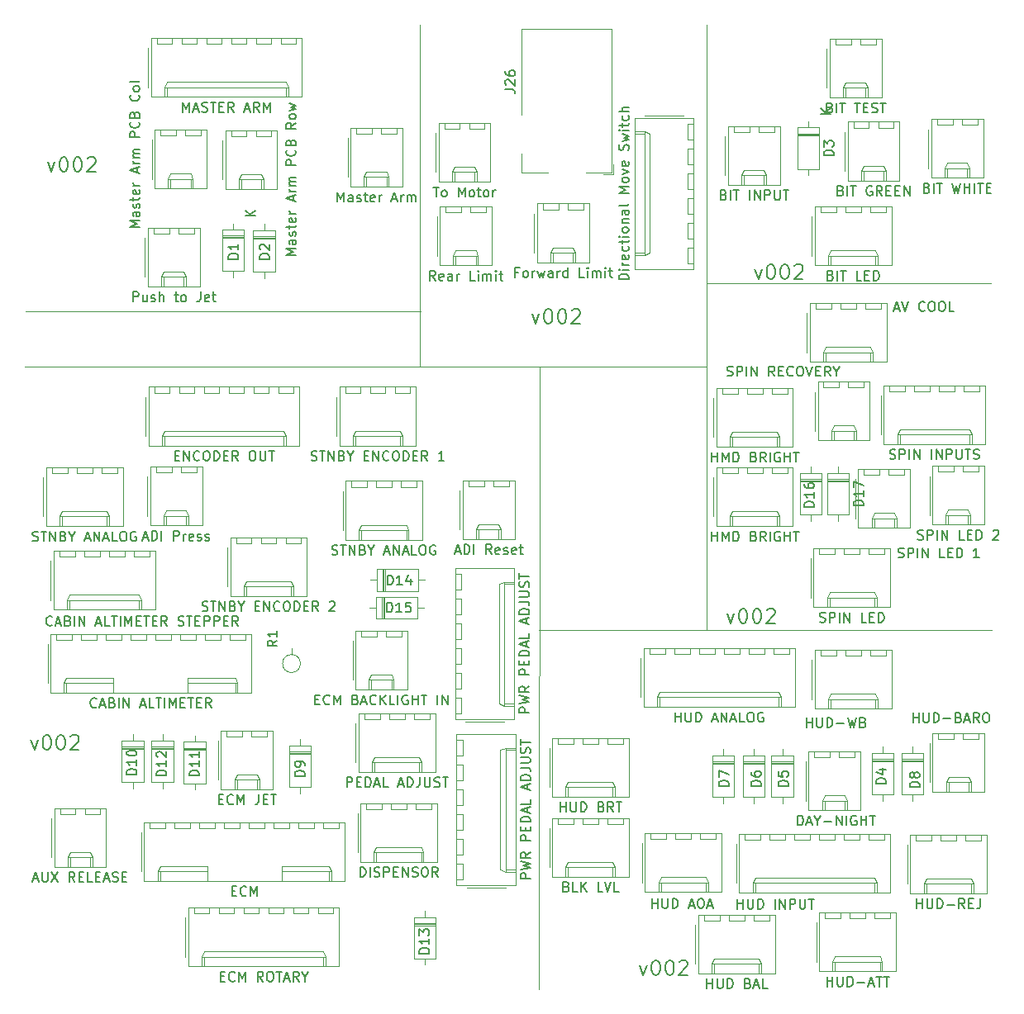
<source format=gbr>
G04 #@! TF.GenerationSoftware,KiCad,Pcbnew,(5.1.5-0-10_14)*
G04 #@! TF.CreationDate,2021-11-28T09:24:46+10:00*
G04 #@! TF.ProjectId,OH - Upper Mixed Small PCBs,4f48202d-2055-4707-9065-72204d697865,rev?*
G04 #@! TF.SameCoordinates,Original*
G04 #@! TF.FileFunction,Legend,Top*
G04 #@! TF.FilePolarity,Positive*
%FSLAX46Y46*%
G04 Gerber Fmt 4.6, Leading zero omitted, Abs format (unit mm)*
G04 Created by KiCad (PCBNEW (5.1.5-0-10_14)) date 2021-11-28 09:24:46*
%MOMM*%
%LPD*%
G04 APERTURE LIST*
%ADD10C,0.150000*%
%ADD11C,0.120000*%
G04 APERTURE END LIST*
D10*
X100624000Y-63889771D02*
X100981142Y-64889771D01*
X101338285Y-63889771D01*
X102195428Y-63389771D02*
X102338285Y-63389771D01*
X102481142Y-63461200D01*
X102552571Y-63532628D01*
X102624000Y-63675485D01*
X102695428Y-63961200D01*
X102695428Y-64318342D01*
X102624000Y-64604057D01*
X102552571Y-64746914D01*
X102481142Y-64818342D01*
X102338285Y-64889771D01*
X102195428Y-64889771D01*
X102052571Y-64818342D01*
X101981142Y-64746914D01*
X101909714Y-64604057D01*
X101838285Y-64318342D01*
X101838285Y-63961200D01*
X101909714Y-63675485D01*
X101981142Y-63532628D01*
X102052571Y-63461200D01*
X102195428Y-63389771D01*
X103624000Y-63389771D02*
X103766857Y-63389771D01*
X103909714Y-63461200D01*
X103981142Y-63532628D01*
X104052571Y-63675485D01*
X104124000Y-63961200D01*
X104124000Y-64318342D01*
X104052571Y-64604057D01*
X103981142Y-64746914D01*
X103909714Y-64818342D01*
X103766857Y-64889771D01*
X103624000Y-64889771D01*
X103481142Y-64818342D01*
X103409714Y-64746914D01*
X103338285Y-64604057D01*
X103266857Y-64318342D01*
X103266857Y-63961200D01*
X103338285Y-63675485D01*
X103409714Y-63532628D01*
X103481142Y-63461200D01*
X103624000Y-63389771D01*
X104695428Y-63532628D02*
X104766857Y-63461200D01*
X104909714Y-63389771D01*
X105266857Y-63389771D01*
X105409714Y-63461200D01*
X105481142Y-63532628D01*
X105552571Y-63675485D01*
X105552571Y-63818342D01*
X105481142Y-64032628D01*
X104624000Y-64889771D01*
X105552571Y-64889771D01*
X150255600Y-79485371D02*
X150612742Y-80485371D01*
X150969885Y-79485371D01*
X151827028Y-78985371D02*
X151969885Y-78985371D01*
X152112742Y-79056800D01*
X152184171Y-79128228D01*
X152255600Y-79271085D01*
X152327028Y-79556800D01*
X152327028Y-79913942D01*
X152255600Y-80199657D01*
X152184171Y-80342514D01*
X152112742Y-80413942D01*
X151969885Y-80485371D01*
X151827028Y-80485371D01*
X151684171Y-80413942D01*
X151612742Y-80342514D01*
X151541314Y-80199657D01*
X151469885Y-79913942D01*
X151469885Y-79556800D01*
X151541314Y-79271085D01*
X151612742Y-79128228D01*
X151684171Y-79056800D01*
X151827028Y-78985371D01*
X153255600Y-78985371D02*
X153398457Y-78985371D01*
X153541314Y-79056800D01*
X153612742Y-79128228D01*
X153684171Y-79271085D01*
X153755600Y-79556800D01*
X153755600Y-79913942D01*
X153684171Y-80199657D01*
X153612742Y-80342514D01*
X153541314Y-80413942D01*
X153398457Y-80485371D01*
X153255600Y-80485371D01*
X153112742Y-80413942D01*
X153041314Y-80342514D01*
X152969885Y-80199657D01*
X152898457Y-79913942D01*
X152898457Y-79556800D01*
X152969885Y-79271085D01*
X153041314Y-79128228D01*
X153112742Y-79056800D01*
X153255600Y-78985371D01*
X154327028Y-79128228D02*
X154398457Y-79056800D01*
X154541314Y-78985371D01*
X154898457Y-78985371D01*
X155041314Y-79056800D01*
X155112742Y-79128228D01*
X155184171Y-79271085D01*
X155184171Y-79413942D01*
X155112742Y-79628228D01*
X154255600Y-80485371D01*
X155184171Y-80485371D01*
X173064800Y-74913371D02*
X173421942Y-75913371D01*
X173779085Y-74913371D01*
X174636228Y-74413371D02*
X174779085Y-74413371D01*
X174921942Y-74484800D01*
X174993371Y-74556228D01*
X175064800Y-74699085D01*
X175136228Y-74984800D01*
X175136228Y-75341942D01*
X175064800Y-75627657D01*
X174993371Y-75770514D01*
X174921942Y-75841942D01*
X174779085Y-75913371D01*
X174636228Y-75913371D01*
X174493371Y-75841942D01*
X174421942Y-75770514D01*
X174350514Y-75627657D01*
X174279085Y-75341942D01*
X174279085Y-74984800D01*
X174350514Y-74699085D01*
X174421942Y-74556228D01*
X174493371Y-74484800D01*
X174636228Y-74413371D01*
X176064800Y-74413371D02*
X176207657Y-74413371D01*
X176350514Y-74484800D01*
X176421942Y-74556228D01*
X176493371Y-74699085D01*
X176564800Y-74984800D01*
X176564800Y-75341942D01*
X176493371Y-75627657D01*
X176421942Y-75770514D01*
X176350514Y-75841942D01*
X176207657Y-75913371D01*
X176064800Y-75913371D01*
X175921942Y-75841942D01*
X175850514Y-75770514D01*
X175779085Y-75627657D01*
X175707657Y-75341942D01*
X175707657Y-74984800D01*
X175779085Y-74699085D01*
X175850514Y-74556228D01*
X175921942Y-74484800D01*
X176064800Y-74413371D01*
X177136228Y-74556228D02*
X177207657Y-74484800D01*
X177350514Y-74413371D01*
X177707657Y-74413371D01*
X177850514Y-74484800D01*
X177921942Y-74556228D01*
X177993371Y-74699085D01*
X177993371Y-74841942D01*
X177921942Y-75056228D01*
X177064800Y-75913371D01*
X177993371Y-75913371D01*
X170220000Y-110168571D02*
X170577142Y-111168571D01*
X170934285Y-110168571D01*
X171791428Y-109668571D02*
X171934285Y-109668571D01*
X172077142Y-109740000D01*
X172148571Y-109811428D01*
X172220000Y-109954285D01*
X172291428Y-110240000D01*
X172291428Y-110597142D01*
X172220000Y-110882857D01*
X172148571Y-111025714D01*
X172077142Y-111097142D01*
X171934285Y-111168571D01*
X171791428Y-111168571D01*
X171648571Y-111097142D01*
X171577142Y-111025714D01*
X171505714Y-110882857D01*
X171434285Y-110597142D01*
X171434285Y-110240000D01*
X171505714Y-109954285D01*
X171577142Y-109811428D01*
X171648571Y-109740000D01*
X171791428Y-109668571D01*
X173220000Y-109668571D02*
X173362857Y-109668571D01*
X173505714Y-109740000D01*
X173577142Y-109811428D01*
X173648571Y-109954285D01*
X173720000Y-110240000D01*
X173720000Y-110597142D01*
X173648571Y-110882857D01*
X173577142Y-111025714D01*
X173505714Y-111097142D01*
X173362857Y-111168571D01*
X173220000Y-111168571D01*
X173077142Y-111097142D01*
X173005714Y-111025714D01*
X172934285Y-110882857D01*
X172862857Y-110597142D01*
X172862857Y-110240000D01*
X172934285Y-109954285D01*
X173005714Y-109811428D01*
X173077142Y-109740000D01*
X173220000Y-109668571D01*
X174291428Y-109811428D02*
X174362857Y-109740000D01*
X174505714Y-109668571D01*
X174862857Y-109668571D01*
X175005714Y-109740000D01*
X175077142Y-109811428D01*
X175148571Y-109954285D01*
X175148571Y-110097142D01*
X175077142Y-110311428D01*
X174220000Y-111168571D01*
X175148571Y-111168571D01*
X161279200Y-146236571D02*
X161636342Y-147236571D01*
X161993485Y-146236571D01*
X162850628Y-145736571D02*
X162993485Y-145736571D01*
X163136342Y-145808000D01*
X163207771Y-145879428D01*
X163279200Y-146022285D01*
X163350628Y-146308000D01*
X163350628Y-146665142D01*
X163279200Y-146950857D01*
X163207771Y-147093714D01*
X163136342Y-147165142D01*
X162993485Y-147236571D01*
X162850628Y-147236571D01*
X162707771Y-147165142D01*
X162636342Y-147093714D01*
X162564914Y-146950857D01*
X162493485Y-146665142D01*
X162493485Y-146308000D01*
X162564914Y-146022285D01*
X162636342Y-145879428D01*
X162707771Y-145808000D01*
X162850628Y-145736571D01*
X164279200Y-145736571D02*
X164422057Y-145736571D01*
X164564914Y-145808000D01*
X164636342Y-145879428D01*
X164707771Y-146022285D01*
X164779200Y-146308000D01*
X164779200Y-146665142D01*
X164707771Y-146950857D01*
X164636342Y-147093714D01*
X164564914Y-147165142D01*
X164422057Y-147236571D01*
X164279200Y-147236571D01*
X164136342Y-147165142D01*
X164064914Y-147093714D01*
X163993485Y-146950857D01*
X163922057Y-146665142D01*
X163922057Y-146308000D01*
X163993485Y-146022285D01*
X164064914Y-145879428D01*
X164136342Y-145808000D01*
X164279200Y-145736571D01*
X165350628Y-145879428D02*
X165422057Y-145808000D01*
X165564914Y-145736571D01*
X165922057Y-145736571D01*
X166064914Y-145808000D01*
X166136342Y-145879428D01*
X166207771Y-146022285D01*
X166207771Y-146165142D01*
X166136342Y-146379428D01*
X165279200Y-147236571D01*
X166207771Y-147236571D01*
X98896800Y-123173371D02*
X99253942Y-124173371D01*
X99611085Y-123173371D01*
X100468228Y-122673371D02*
X100611085Y-122673371D01*
X100753942Y-122744800D01*
X100825371Y-122816228D01*
X100896800Y-122959085D01*
X100968228Y-123244800D01*
X100968228Y-123601942D01*
X100896800Y-123887657D01*
X100825371Y-124030514D01*
X100753942Y-124101942D01*
X100611085Y-124173371D01*
X100468228Y-124173371D01*
X100325371Y-124101942D01*
X100253942Y-124030514D01*
X100182514Y-123887657D01*
X100111085Y-123601942D01*
X100111085Y-123244800D01*
X100182514Y-122959085D01*
X100253942Y-122816228D01*
X100325371Y-122744800D01*
X100468228Y-122673371D01*
X101896800Y-122673371D02*
X102039657Y-122673371D01*
X102182514Y-122744800D01*
X102253942Y-122816228D01*
X102325371Y-122959085D01*
X102396800Y-123244800D01*
X102396800Y-123601942D01*
X102325371Y-123887657D01*
X102253942Y-124030514D01*
X102182514Y-124101942D01*
X102039657Y-124173371D01*
X101896800Y-124173371D01*
X101753942Y-124101942D01*
X101682514Y-124030514D01*
X101611085Y-123887657D01*
X101539657Y-123601942D01*
X101539657Y-123244800D01*
X101611085Y-122959085D01*
X101682514Y-122816228D01*
X101753942Y-122744800D01*
X101896800Y-122673371D01*
X102968228Y-122816228D02*
X103039657Y-122744800D01*
X103182514Y-122673371D01*
X103539657Y-122673371D01*
X103682514Y-122744800D01*
X103753942Y-122816228D01*
X103825371Y-122959085D01*
X103825371Y-123101942D01*
X103753942Y-123316228D01*
X102896800Y-124173371D01*
X103825371Y-124173371D01*
D11*
X138811000Y-79184500D02*
X98361500Y-79184500D01*
X151003000Y-84836000D02*
X150939500Y-148717000D01*
X138747500Y-84836000D02*
X138747500Y-49784000D01*
X98298000Y-84836000D02*
X168148000Y-84836000D01*
X168148000Y-76327000D02*
X168148000Y-49784000D01*
X168148000Y-76327000D02*
X168148000Y-111887000D01*
X197231000Y-76327000D02*
X168148000Y-76327000D01*
X197358000Y-111887000D02*
X150939500Y-111887000D01*
X126523000Y-115316000D02*
G75*
G03X126523000Y-115316000I-920000J0D01*
G01*
X125603000Y-114396000D02*
X125603000Y-113776000D01*
X158397000Y-64971500D02*
X155797000Y-64971500D01*
X158397000Y-50271500D02*
X158397000Y-64971500D01*
X149197000Y-64971500D02*
X149197000Y-63071500D01*
X151897000Y-64971500D02*
X149197000Y-64971500D01*
X149197000Y-50271500D02*
X158397000Y-50271500D01*
X149197000Y-59071500D02*
X149197000Y-50271500D01*
X158597000Y-64121500D02*
X158597000Y-65171500D01*
X157547000Y-65171500D02*
X158597000Y-65171500D01*
X155486000Y-68753500D02*
X155486000Y-68153500D01*
X153886000Y-68753500D02*
X155486000Y-68753500D01*
X153886000Y-68153500D02*
X153886000Y-68753500D01*
X152946000Y-68753500D02*
X152946000Y-68153500D01*
X151346000Y-68753500D02*
X152946000Y-68753500D01*
X151346000Y-68153500D02*
X151346000Y-68753500D01*
X154436000Y-74173500D02*
X154436000Y-73173500D01*
X152396000Y-74173500D02*
X152396000Y-73173500D01*
X154436000Y-72643500D02*
X154686000Y-73173500D01*
X152396000Y-72643500D02*
X154436000Y-72643500D01*
X152146000Y-73173500D02*
X152396000Y-72643500D01*
X154686000Y-73173500D02*
X154686000Y-74173500D01*
X152146000Y-73173500D02*
X154686000Y-73173500D01*
X152146000Y-74173500D02*
X152146000Y-73173500D01*
X150476000Y-69183500D02*
X150476000Y-73183500D01*
X156066000Y-68153500D02*
X150766000Y-68153500D01*
X156066000Y-74173500D02*
X156066000Y-68153500D01*
X150766000Y-74173500D02*
X156066000Y-74173500D01*
X150766000Y-68153500D02*
X150766000Y-74173500D01*
X166196000Y-74269500D02*
X166796000Y-74269500D01*
X166196000Y-72669500D02*
X166196000Y-74269500D01*
X166796000Y-72669500D02*
X166196000Y-72669500D01*
X166196000Y-71729500D02*
X166796000Y-71729500D01*
X166196000Y-70129500D02*
X166196000Y-71729500D01*
X166796000Y-70129500D02*
X166196000Y-70129500D01*
X166196000Y-69189500D02*
X166796000Y-69189500D01*
X166196000Y-67589500D02*
X166196000Y-69189500D01*
X166796000Y-67589500D02*
X166196000Y-67589500D01*
X166196000Y-66649500D02*
X166796000Y-66649500D01*
X166196000Y-65049500D02*
X166196000Y-66649500D01*
X166796000Y-65049500D02*
X166196000Y-65049500D01*
X166196000Y-64109500D02*
X166796000Y-64109500D01*
X166196000Y-62509500D02*
X166196000Y-64109500D01*
X166796000Y-62509500D02*
X166196000Y-62509500D01*
X166196000Y-61569500D02*
X166796000Y-61569500D01*
X166196000Y-59969500D02*
X166196000Y-61569500D01*
X166796000Y-59969500D02*
X166196000Y-59969500D01*
X160776000Y-73219500D02*
X161776000Y-73219500D01*
X160776000Y-61019500D02*
X161776000Y-61019500D01*
X162306000Y-73219500D02*
X161776000Y-73469500D01*
X162306000Y-61019500D02*
X162306000Y-73219500D01*
X161776000Y-60769500D02*
X162306000Y-61019500D01*
X161776000Y-73469500D02*
X160776000Y-73469500D01*
X161776000Y-60769500D02*
X161776000Y-73469500D01*
X160776000Y-60769500D02*
X161776000Y-60769500D01*
X165766000Y-59099500D02*
X161766000Y-59099500D01*
X166796000Y-74849500D02*
X166796000Y-59389500D01*
X160776000Y-74849500D02*
X166796000Y-74849500D01*
X160776000Y-59389500D02*
X160776000Y-74849500D01*
X166796000Y-59389500D02*
X160776000Y-59389500D01*
X145516000Y-69071000D02*
X145516000Y-68471000D01*
X143916000Y-69071000D02*
X145516000Y-69071000D01*
X143916000Y-68471000D02*
X143916000Y-69071000D01*
X142976000Y-69071000D02*
X142976000Y-68471000D01*
X141376000Y-69071000D02*
X142976000Y-69071000D01*
X141376000Y-68471000D02*
X141376000Y-69071000D01*
X144466000Y-74491000D02*
X144466000Y-73491000D01*
X142426000Y-74491000D02*
X142426000Y-73491000D01*
X144466000Y-72961000D02*
X144716000Y-73491000D01*
X142426000Y-72961000D02*
X144466000Y-72961000D01*
X142176000Y-73491000D02*
X142426000Y-72961000D01*
X144716000Y-73491000D02*
X144716000Y-74491000D01*
X142176000Y-73491000D02*
X144716000Y-73491000D01*
X142176000Y-74491000D02*
X142176000Y-73491000D01*
X140506000Y-69501000D02*
X140506000Y-73501000D01*
X146096000Y-68471000D02*
X140796000Y-68471000D01*
X146096000Y-74491000D02*
X146096000Y-68471000D01*
X140796000Y-74491000D02*
X146096000Y-74491000D01*
X140796000Y-68471000D02*
X140796000Y-74491000D01*
X145390000Y-60498500D02*
X145390000Y-59898500D01*
X143790000Y-60498500D02*
X145390000Y-60498500D01*
X143790000Y-59898500D02*
X143790000Y-60498500D01*
X142850000Y-60498500D02*
X142850000Y-59898500D01*
X141250000Y-60498500D02*
X142850000Y-60498500D01*
X141250000Y-59898500D02*
X141250000Y-60498500D01*
X144340000Y-65918500D02*
X144340000Y-64918500D01*
X142300000Y-65918500D02*
X142300000Y-64918500D01*
X144340000Y-64388500D02*
X144590000Y-64918500D01*
X142300000Y-64388500D02*
X144340000Y-64388500D01*
X142050000Y-64918500D02*
X142300000Y-64388500D01*
X144590000Y-64918500D02*
X144590000Y-65918500D01*
X142050000Y-64918500D02*
X144590000Y-64918500D01*
X142050000Y-65918500D02*
X142050000Y-64918500D01*
X140380000Y-60928500D02*
X140380000Y-64928500D01*
X145970000Y-59898500D02*
X140670000Y-59898500D01*
X145970000Y-65918500D02*
X145970000Y-59898500D01*
X140670000Y-65918500D02*
X145970000Y-65918500D01*
X140670000Y-59898500D02*
X140670000Y-65918500D01*
X195974000Y-95664800D02*
X195974000Y-95064800D01*
X194374000Y-95664800D02*
X195974000Y-95664800D01*
X194374000Y-95064800D02*
X194374000Y-95664800D01*
X193434000Y-95664800D02*
X193434000Y-95064800D01*
X191834000Y-95664800D02*
X193434000Y-95664800D01*
X191834000Y-95064800D02*
X191834000Y-95664800D01*
X194924000Y-101084800D02*
X194924000Y-100084800D01*
X192884000Y-101084800D02*
X192884000Y-100084800D01*
X194924000Y-99554800D02*
X195174000Y-100084800D01*
X192884000Y-99554800D02*
X194924000Y-99554800D01*
X192634000Y-100084800D02*
X192884000Y-99554800D01*
X195174000Y-100084800D02*
X195174000Y-101084800D01*
X192634000Y-100084800D02*
X195174000Y-100084800D01*
X192634000Y-101084800D02*
X192634000Y-100084800D01*
X190964000Y-96094800D02*
X190964000Y-100094800D01*
X196554000Y-95064800D02*
X191254000Y-95064800D01*
X196554000Y-101084800D02*
X196554000Y-95064800D01*
X191254000Y-101084800D02*
X196554000Y-101084800D01*
X191254000Y-95064800D02*
X191254000Y-101084800D01*
X188379000Y-95995000D02*
X188379000Y-95395000D01*
X186779000Y-95995000D02*
X188379000Y-95995000D01*
X186779000Y-95395000D02*
X186779000Y-95995000D01*
X185839000Y-95995000D02*
X185839000Y-95395000D01*
X184239000Y-95995000D02*
X185839000Y-95995000D01*
X184239000Y-95395000D02*
X184239000Y-95995000D01*
X187329000Y-101415000D02*
X187329000Y-100415000D01*
X185289000Y-101415000D02*
X185289000Y-100415000D01*
X187329000Y-99885000D02*
X187579000Y-100415000D01*
X185289000Y-99885000D02*
X187329000Y-99885000D01*
X185039000Y-100415000D02*
X185289000Y-99885000D01*
X187579000Y-100415000D02*
X187579000Y-101415000D01*
X185039000Y-100415000D02*
X187579000Y-100415000D01*
X185039000Y-101415000D02*
X185039000Y-100415000D01*
X183369000Y-96425000D02*
X183369000Y-100425000D01*
X188959000Y-95395000D02*
X183659000Y-95395000D01*
X188959000Y-101415000D02*
X188959000Y-95395000D01*
X183659000Y-101415000D02*
X188959000Y-101415000D01*
X183659000Y-95395000D02*
X183659000Y-101415000D01*
X195872000Y-60104800D02*
X195872000Y-59504800D01*
X194272000Y-60104800D02*
X195872000Y-60104800D01*
X194272000Y-59504800D02*
X194272000Y-60104800D01*
X193332000Y-60104800D02*
X193332000Y-59504800D01*
X191732000Y-60104800D02*
X193332000Y-60104800D01*
X191732000Y-59504800D02*
X191732000Y-60104800D01*
X194822000Y-65524800D02*
X194822000Y-64524800D01*
X192782000Y-65524800D02*
X192782000Y-64524800D01*
X194822000Y-63994800D02*
X195072000Y-64524800D01*
X192782000Y-63994800D02*
X194822000Y-63994800D01*
X192532000Y-64524800D02*
X192782000Y-63994800D01*
X195072000Y-64524800D02*
X195072000Y-65524800D01*
X192532000Y-64524800D02*
X195072000Y-64524800D01*
X192532000Y-65524800D02*
X192532000Y-64524800D01*
X190862000Y-60534800D02*
X190862000Y-64534800D01*
X196452000Y-59504800D02*
X191152000Y-59504800D01*
X196452000Y-65524800D02*
X196452000Y-59504800D01*
X191152000Y-65524800D02*
X196452000Y-65524800D01*
X191152000Y-59504800D02*
X191152000Y-65524800D01*
X187300000Y-60371500D02*
X187300000Y-59771500D01*
X185700000Y-60371500D02*
X187300000Y-60371500D01*
X185700000Y-59771500D02*
X185700000Y-60371500D01*
X184760000Y-60371500D02*
X184760000Y-59771500D01*
X183160000Y-60371500D02*
X184760000Y-60371500D01*
X183160000Y-59771500D02*
X183160000Y-60371500D01*
X186250000Y-65791500D02*
X186250000Y-64791500D01*
X184210000Y-65791500D02*
X184210000Y-64791500D01*
X186250000Y-64261500D02*
X186500000Y-64791500D01*
X184210000Y-64261500D02*
X186250000Y-64261500D01*
X183960000Y-64791500D02*
X184210000Y-64261500D01*
X186500000Y-64791500D02*
X186500000Y-65791500D01*
X183960000Y-64791500D02*
X186500000Y-64791500D01*
X183960000Y-65791500D02*
X183960000Y-64791500D01*
X182290000Y-60801500D02*
X182290000Y-64801500D01*
X187880000Y-59771500D02*
X182580000Y-59771500D01*
X187880000Y-65791500D02*
X187880000Y-59771500D01*
X182580000Y-65791500D02*
X187880000Y-65791500D01*
X182580000Y-59771500D02*
X182580000Y-65791500D01*
X115862000Y-95741000D02*
X115862000Y-95141000D01*
X114262000Y-95741000D02*
X115862000Y-95741000D01*
X114262000Y-95141000D02*
X114262000Y-95741000D01*
X113322000Y-95741000D02*
X113322000Y-95141000D01*
X111722000Y-95741000D02*
X113322000Y-95741000D01*
X111722000Y-95141000D02*
X111722000Y-95741000D01*
X114812000Y-101161000D02*
X114812000Y-100161000D01*
X112772000Y-101161000D02*
X112772000Y-100161000D01*
X114812000Y-99631000D02*
X115062000Y-100161000D01*
X112772000Y-99631000D02*
X114812000Y-99631000D01*
X112522000Y-100161000D02*
X112772000Y-99631000D01*
X115062000Y-100161000D02*
X115062000Y-101161000D01*
X112522000Y-100161000D02*
X115062000Y-100161000D01*
X112522000Y-101161000D02*
X112522000Y-100161000D01*
X110852000Y-96171000D02*
X110852000Y-100171000D01*
X116442000Y-95141000D02*
X111142000Y-95141000D01*
X116442000Y-101161000D02*
X116442000Y-95141000D01*
X111142000Y-101161000D02*
X116442000Y-101161000D01*
X111142000Y-95141000D02*
X111142000Y-101161000D01*
X147866000Y-97138000D02*
X147866000Y-96538000D01*
X146266000Y-97138000D02*
X147866000Y-97138000D01*
X146266000Y-96538000D02*
X146266000Y-97138000D01*
X145326000Y-97138000D02*
X145326000Y-96538000D01*
X143726000Y-97138000D02*
X145326000Y-97138000D01*
X143726000Y-96538000D02*
X143726000Y-97138000D01*
X146816000Y-102558000D02*
X146816000Y-101558000D01*
X144776000Y-102558000D02*
X144776000Y-101558000D01*
X146816000Y-101028000D02*
X147066000Y-101558000D01*
X144776000Y-101028000D02*
X146816000Y-101028000D01*
X144526000Y-101558000D02*
X144776000Y-101028000D01*
X147066000Y-101558000D02*
X147066000Y-102558000D01*
X144526000Y-101558000D02*
X147066000Y-101558000D01*
X144526000Y-102558000D02*
X144526000Y-101558000D01*
X142856000Y-97568000D02*
X142856000Y-101568000D01*
X148446000Y-96538000D02*
X143146000Y-96538000D01*
X148446000Y-102558000D02*
X148446000Y-96538000D01*
X143146000Y-102558000D02*
X148446000Y-102558000D01*
X143146000Y-96538000D02*
X143146000Y-102558000D01*
X134878000Y-108481000D02*
X134878000Y-110721000D01*
X135118000Y-108481000D02*
X135118000Y-110721000D01*
X134998000Y-108481000D02*
X134998000Y-110721000D01*
X139168000Y-109601000D02*
X138518000Y-109601000D01*
X133628000Y-109601000D02*
X134278000Y-109601000D01*
X138518000Y-108481000D02*
X134278000Y-108481000D01*
X138518000Y-110721000D02*
X138518000Y-108481000D01*
X134278000Y-110721000D02*
X138518000Y-110721000D01*
X134278000Y-108481000D02*
X134278000Y-110721000D01*
X134942000Y-105624000D02*
X134942000Y-107864000D01*
X135182000Y-105624000D02*
X135182000Y-107864000D01*
X135062000Y-105624000D02*
X135062000Y-107864000D01*
X139232000Y-106744000D02*
X138582000Y-106744000D01*
X133692000Y-106744000D02*
X134342000Y-106744000D01*
X138582000Y-105624000D02*
X134342000Y-105624000D01*
X138582000Y-107864000D02*
X138582000Y-105624000D01*
X134342000Y-107864000D02*
X138582000Y-107864000D01*
X134342000Y-105624000D02*
X134342000Y-107864000D01*
X125832000Y-87549500D02*
X125832000Y-86949500D01*
X124232000Y-87549500D02*
X125832000Y-87549500D01*
X124232000Y-86949500D02*
X124232000Y-87549500D01*
X123292000Y-87549500D02*
X123292000Y-86949500D01*
X121692000Y-87549500D02*
X123292000Y-87549500D01*
X121692000Y-86949500D02*
X121692000Y-87549500D01*
X120752000Y-87549500D02*
X120752000Y-86949500D01*
X119152000Y-87549500D02*
X120752000Y-87549500D01*
X119152000Y-86949500D02*
X119152000Y-87549500D01*
X118212000Y-87549500D02*
X118212000Y-86949500D01*
X116612000Y-87549500D02*
X118212000Y-87549500D01*
X116612000Y-86949500D02*
X116612000Y-87549500D01*
X115672000Y-87549500D02*
X115672000Y-86949500D01*
X114072000Y-87549500D02*
X115672000Y-87549500D01*
X114072000Y-86949500D02*
X114072000Y-87549500D01*
X113132000Y-87549500D02*
X113132000Y-86949500D01*
X111532000Y-87549500D02*
X113132000Y-87549500D01*
X111532000Y-86949500D02*
X111532000Y-87549500D01*
X124782000Y-92969500D02*
X124782000Y-91969500D01*
X112582000Y-92969500D02*
X112582000Y-91969500D01*
X124782000Y-91439500D02*
X125032000Y-91969500D01*
X112582000Y-91439500D02*
X124782000Y-91439500D01*
X112332000Y-91969500D02*
X112582000Y-91439500D01*
X125032000Y-91969500D02*
X125032000Y-92969500D01*
X112332000Y-91969500D02*
X125032000Y-91969500D01*
X112332000Y-92969500D02*
X112332000Y-91969500D01*
X110662000Y-87979500D02*
X110662000Y-91979500D01*
X126412000Y-86949500D02*
X110952000Y-86949500D01*
X126412000Y-92969500D02*
X126412000Y-86949500D01*
X110952000Y-92969500D02*
X126412000Y-92969500D01*
X110952000Y-86949500D02*
X110952000Y-92969500D01*
X138404000Y-97201500D02*
X138404000Y-96601500D01*
X136804000Y-97201500D02*
X138404000Y-97201500D01*
X136804000Y-96601500D02*
X136804000Y-97201500D01*
X135864000Y-97201500D02*
X135864000Y-96601500D01*
X134264000Y-97201500D02*
X135864000Y-97201500D01*
X134264000Y-96601500D02*
X134264000Y-97201500D01*
X133324000Y-97201500D02*
X133324000Y-96601500D01*
X131724000Y-97201500D02*
X133324000Y-97201500D01*
X131724000Y-96601500D02*
X131724000Y-97201500D01*
X137354000Y-102621500D02*
X137354000Y-101621500D01*
X132774000Y-102621500D02*
X132774000Y-101621500D01*
X137354000Y-101091500D02*
X137604000Y-101621500D01*
X132774000Y-101091500D02*
X137354000Y-101091500D01*
X132524000Y-101621500D02*
X132774000Y-101091500D01*
X137604000Y-101621500D02*
X137604000Y-102621500D01*
X132524000Y-101621500D02*
X137604000Y-101621500D01*
X132524000Y-102621500D02*
X132524000Y-101621500D01*
X130854000Y-97631500D02*
X130854000Y-101631500D01*
X138984000Y-96601500D02*
X131144000Y-96601500D01*
X138984000Y-102621500D02*
X138984000Y-96601500D01*
X131144000Y-102621500D02*
X138984000Y-102621500D01*
X131144000Y-96601500D02*
X131144000Y-102621500D01*
X126594000Y-102980000D02*
X126594000Y-102380000D01*
X124994000Y-102980000D02*
X126594000Y-102980000D01*
X124994000Y-102380000D02*
X124994000Y-102980000D01*
X124054000Y-102980000D02*
X124054000Y-102380000D01*
X122454000Y-102980000D02*
X124054000Y-102980000D01*
X122454000Y-102380000D02*
X122454000Y-102980000D01*
X121514000Y-102980000D02*
X121514000Y-102380000D01*
X119914000Y-102980000D02*
X121514000Y-102980000D01*
X119914000Y-102380000D02*
X119914000Y-102980000D01*
X125544000Y-108400000D02*
X125544000Y-107400000D01*
X120964000Y-108400000D02*
X120964000Y-107400000D01*
X125544000Y-106870000D02*
X125794000Y-107400000D01*
X120964000Y-106870000D02*
X125544000Y-106870000D01*
X120714000Y-107400000D02*
X120964000Y-106870000D01*
X125794000Y-107400000D02*
X125794000Y-108400000D01*
X120714000Y-107400000D02*
X125794000Y-107400000D01*
X120714000Y-108400000D02*
X120714000Y-107400000D01*
X119044000Y-103410000D02*
X119044000Y-107410000D01*
X127174000Y-102380000D02*
X119334000Y-102380000D01*
X127174000Y-108400000D02*
X127174000Y-102380000D01*
X119334000Y-108400000D02*
X127174000Y-108400000D01*
X119334000Y-102380000D02*
X119334000Y-108400000D01*
X137770000Y-87549500D02*
X137770000Y-86949500D01*
X136170000Y-87549500D02*
X137770000Y-87549500D01*
X136170000Y-86949500D02*
X136170000Y-87549500D01*
X135230000Y-87549500D02*
X135230000Y-86949500D01*
X133630000Y-87549500D02*
X135230000Y-87549500D01*
X133630000Y-86949500D02*
X133630000Y-87549500D01*
X132690000Y-87549500D02*
X132690000Y-86949500D01*
X131090000Y-87549500D02*
X132690000Y-87549500D01*
X131090000Y-86949500D02*
X131090000Y-87549500D01*
X136720000Y-92969500D02*
X136720000Y-91969500D01*
X132140000Y-92969500D02*
X132140000Y-91969500D01*
X136720000Y-91439500D02*
X136970000Y-91969500D01*
X132140000Y-91439500D02*
X136720000Y-91439500D01*
X131890000Y-91969500D02*
X132140000Y-91439500D01*
X136970000Y-91969500D02*
X136970000Y-92969500D01*
X131890000Y-91969500D02*
X136970000Y-91969500D01*
X131890000Y-92969500D02*
X131890000Y-91969500D01*
X130220000Y-87979500D02*
X130220000Y-91979500D01*
X138350000Y-86949500D02*
X130510000Y-86949500D01*
X138350000Y-92969500D02*
X138350000Y-86949500D01*
X130510000Y-92969500D02*
X138350000Y-92969500D01*
X130510000Y-86949500D02*
X130510000Y-92969500D01*
X107734000Y-95804500D02*
X107734000Y-95204500D01*
X106134000Y-95804500D02*
X107734000Y-95804500D01*
X106134000Y-95204500D02*
X106134000Y-95804500D01*
X105194000Y-95804500D02*
X105194000Y-95204500D01*
X103594000Y-95804500D02*
X105194000Y-95804500D01*
X103594000Y-95204500D02*
X103594000Y-95804500D01*
X102654000Y-95804500D02*
X102654000Y-95204500D01*
X101054000Y-95804500D02*
X102654000Y-95804500D01*
X101054000Y-95204500D02*
X101054000Y-95804500D01*
X106684000Y-101224500D02*
X106684000Y-100224500D01*
X102104000Y-101224500D02*
X102104000Y-100224500D01*
X106684000Y-99694500D02*
X106934000Y-100224500D01*
X102104000Y-99694500D02*
X106684000Y-99694500D01*
X101854000Y-100224500D02*
X102104000Y-99694500D01*
X106934000Y-100224500D02*
X106934000Y-101224500D01*
X101854000Y-100224500D02*
X106934000Y-100224500D01*
X101854000Y-101224500D02*
X101854000Y-100224500D01*
X100184000Y-96234500D02*
X100184000Y-100234500D01*
X108314000Y-95204500D02*
X100474000Y-95204500D01*
X108314000Y-101224500D02*
X108314000Y-95204500D01*
X100474000Y-101224500D02*
X108314000Y-101224500D01*
X100474000Y-95204500D02*
X100474000Y-101224500D01*
X184239000Y-87028800D02*
X184239000Y-86428800D01*
X182639000Y-87028800D02*
X184239000Y-87028800D01*
X182639000Y-86428800D02*
X182639000Y-87028800D01*
X181699000Y-87028800D02*
X181699000Y-86428800D01*
X180099000Y-87028800D02*
X181699000Y-87028800D01*
X180099000Y-86428800D02*
X180099000Y-87028800D01*
X183189000Y-92448800D02*
X183189000Y-91448800D01*
X181149000Y-92448800D02*
X181149000Y-91448800D01*
X183189000Y-90918800D02*
X183439000Y-91448800D01*
X181149000Y-90918800D02*
X183189000Y-90918800D01*
X180899000Y-91448800D02*
X181149000Y-90918800D01*
X183439000Y-91448800D02*
X183439000Y-92448800D01*
X180899000Y-91448800D02*
X183439000Y-91448800D01*
X180899000Y-92448800D02*
X180899000Y-91448800D01*
X179229000Y-87458800D02*
X179229000Y-91458800D01*
X184819000Y-86428800D02*
X179519000Y-86428800D01*
X184819000Y-92448800D02*
X184819000Y-86428800D01*
X179519000Y-92448800D02*
X184819000Y-92448800D01*
X179519000Y-86428800D02*
X179519000Y-92448800D01*
X185966000Y-78977000D02*
X185966000Y-78377000D01*
X184366000Y-78977000D02*
X185966000Y-78977000D01*
X184366000Y-78377000D02*
X184366000Y-78977000D01*
X183426000Y-78977000D02*
X183426000Y-78377000D01*
X181826000Y-78977000D02*
X183426000Y-78977000D01*
X181826000Y-78377000D02*
X181826000Y-78977000D01*
X180886000Y-78977000D02*
X180886000Y-78377000D01*
X179286000Y-78977000D02*
X180886000Y-78977000D01*
X179286000Y-78377000D02*
X179286000Y-78977000D01*
X184916000Y-84397000D02*
X184916000Y-83397000D01*
X180336000Y-84397000D02*
X180336000Y-83397000D01*
X184916000Y-82867000D02*
X185166000Y-83397000D01*
X180336000Y-82867000D02*
X184916000Y-82867000D01*
X180086000Y-83397000D02*
X180336000Y-82867000D01*
X185166000Y-83397000D02*
X185166000Y-84397000D01*
X180086000Y-83397000D02*
X185166000Y-83397000D01*
X180086000Y-84397000D02*
X180086000Y-83397000D01*
X178416000Y-79407000D02*
X178416000Y-83407000D01*
X186546000Y-78377000D02*
X178706000Y-78377000D01*
X186546000Y-84397000D02*
X186546000Y-78377000D01*
X178706000Y-84397000D02*
X186546000Y-84397000D01*
X178706000Y-78377000D02*
X178706000Y-84397000D01*
X129896000Y-140953000D02*
X129896000Y-140353000D01*
X128296000Y-140953000D02*
X129896000Y-140953000D01*
X128296000Y-140353000D02*
X128296000Y-140953000D01*
X127356000Y-140953000D02*
X127356000Y-140353000D01*
X125756000Y-140953000D02*
X127356000Y-140953000D01*
X125756000Y-140353000D02*
X125756000Y-140953000D01*
X124816000Y-140953000D02*
X124816000Y-140353000D01*
X123216000Y-140953000D02*
X124816000Y-140953000D01*
X123216000Y-140353000D02*
X123216000Y-140953000D01*
X122276000Y-140953000D02*
X122276000Y-140353000D01*
X120676000Y-140953000D02*
X122276000Y-140953000D01*
X120676000Y-140353000D02*
X120676000Y-140953000D01*
X119736000Y-140953000D02*
X119736000Y-140353000D01*
X118136000Y-140953000D02*
X119736000Y-140953000D01*
X118136000Y-140353000D02*
X118136000Y-140953000D01*
X117196000Y-140953000D02*
X117196000Y-140353000D01*
X115596000Y-140953000D02*
X117196000Y-140953000D01*
X115596000Y-140353000D02*
X115596000Y-140953000D01*
X128846000Y-146373000D02*
X128846000Y-145373000D01*
X116646000Y-146373000D02*
X116646000Y-145373000D01*
X128846000Y-144843000D02*
X129096000Y-145373000D01*
X116646000Y-144843000D02*
X128846000Y-144843000D01*
X116396000Y-145373000D02*
X116646000Y-144843000D01*
X129096000Y-145373000D02*
X129096000Y-146373000D01*
X116396000Y-145373000D02*
X129096000Y-145373000D01*
X116396000Y-146373000D02*
X116396000Y-145373000D01*
X114726000Y-141383000D02*
X114726000Y-145383000D01*
X130476000Y-140353000D02*
X115016000Y-140353000D01*
X130476000Y-146373000D02*
X130476000Y-140353000D01*
X115016000Y-146373000D02*
X130476000Y-146373000D01*
X115016000Y-140353000D02*
X115016000Y-146373000D01*
X139738000Y-121014000D02*
X139738000Y-120414000D01*
X138138000Y-121014000D02*
X139738000Y-121014000D01*
X138138000Y-120414000D02*
X138138000Y-121014000D01*
X137198000Y-121014000D02*
X137198000Y-120414000D01*
X135598000Y-121014000D02*
X137198000Y-121014000D01*
X135598000Y-120414000D02*
X135598000Y-121014000D01*
X134658000Y-121014000D02*
X134658000Y-120414000D01*
X133058000Y-121014000D02*
X134658000Y-121014000D01*
X133058000Y-120414000D02*
X133058000Y-121014000D01*
X138688000Y-126434000D02*
X138688000Y-125434000D01*
X134108000Y-126434000D02*
X134108000Y-125434000D01*
X138688000Y-124904000D02*
X138938000Y-125434000D01*
X134108000Y-124904000D02*
X138688000Y-124904000D01*
X133858000Y-125434000D02*
X134108000Y-124904000D01*
X138938000Y-125434000D02*
X138938000Y-126434000D01*
X133858000Y-125434000D02*
X138938000Y-125434000D01*
X133858000Y-126434000D02*
X133858000Y-125434000D01*
X132188000Y-121444000D02*
X132188000Y-125444000D01*
X140318000Y-120414000D02*
X132478000Y-120414000D01*
X140318000Y-126434000D02*
X140318000Y-120414000D01*
X132478000Y-126434000D02*
X140318000Y-126434000D01*
X132478000Y-120414000D02*
X132478000Y-126434000D01*
X123101000Y-122792000D02*
X123101000Y-122192000D01*
X121501000Y-122792000D02*
X123101000Y-122792000D01*
X121501000Y-122192000D02*
X121501000Y-122792000D01*
X120561000Y-122792000D02*
X120561000Y-122192000D01*
X118961000Y-122792000D02*
X120561000Y-122792000D01*
X118961000Y-122192000D02*
X118961000Y-122792000D01*
X122051000Y-128212000D02*
X122051000Y-127212000D01*
X120011000Y-128212000D02*
X120011000Y-127212000D01*
X122051000Y-126682000D02*
X122301000Y-127212000D01*
X120011000Y-126682000D02*
X122051000Y-126682000D01*
X119761000Y-127212000D02*
X120011000Y-126682000D01*
X122301000Y-127212000D02*
X122301000Y-128212000D01*
X119761000Y-127212000D02*
X122301000Y-127212000D01*
X119761000Y-128212000D02*
X119761000Y-127212000D01*
X118091000Y-123222000D02*
X118091000Y-127222000D01*
X123681000Y-122192000D02*
X118381000Y-122192000D01*
X123681000Y-128212000D02*
X123681000Y-122192000D01*
X118381000Y-128212000D02*
X123681000Y-128212000D01*
X118381000Y-122192000D02*
X118381000Y-128212000D01*
X106020000Y-130730000D02*
X106020000Y-130130000D01*
X104420000Y-130730000D02*
X106020000Y-130730000D01*
X104420000Y-130130000D02*
X104420000Y-130730000D01*
X103480000Y-130730000D02*
X103480000Y-130130000D01*
X101880000Y-130730000D02*
X103480000Y-130730000D01*
X101880000Y-130130000D02*
X101880000Y-130730000D01*
X104970000Y-136150000D02*
X104970000Y-135150000D01*
X102930000Y-136150000D02*
X102930000Y-135150000D01*
X104970000Y-134620000D02*
X105220000Y-135150000D01*
X102930000Y-134620000D02*
X104970000Y-134620000D01*
X102680000Y-135150000D02*
X102930000Y-134620000D01*
X105220000Y-135150000D02*
X105220000Y-136150000D01*
X102680000Y-135150000D02*
X105220000Y-135150000D01*
X102680000Y-136150000D02*
X102680000Y-135150000D01*
X101010000Y-131160000D02*
X101010000Y-135160000D01*
X106600000Y-130130000D02*
X101300000Y-130130000D01*
X106600000Y-136150000D02*
X106600000Y-130130000D01*
X101300000Y-136150000D02*
X106600000Y-136150000D01*
X101300000Y-130130000D02*
X101300000Y-136150000D01*
X139928000Y-130222000D02*
X139928000Y-129622000D01*
X138328000Y-130222000D02*
X139928000Y-130222000D01*
X138328000Y-129622000D02*
X138328000Y-130222000D01*
X137388000Y-130222000D02*
X137388000Y-129622000D01*
X135788000Y-130222000D02*
X137388000Y-130222000D01*
X135788000Y-129622000D02*
X135788000Y-130222000D01*
X134848000Y-130222000D02*
X134848000Y-129622000D01*
X133248000Y-130222000D02*
X134848000Y-130222000D01*
X133248000Y-129622000D02*
X133248000Y-130222000D01*
X138878000Y-135642000D02*
X138878000Y-134642000D01*
X134298000Y-135642000D02*
X134298000Y-134642000D01*
X138878000Y-134112000D02*
X139128000Y-134642000D01*
X134298000Y-134112000D02*
X138878000Y-134112000D01*
X134048000Y-134642000D02*
X134298000Y-134112000D01*
X139128000Y-134642000D02*
X139128000Y-135642000D01*
X134048000Y-134642000D02*
X139128000Y-134642000D01*
X134048000Y-135642000D02*
X134048000Y-134642000D01*
X132378000Y-130652000D02*
X132378000Y-134652000D01*
X140508000Y-129622000D02*
X132668000Y-129622000D01*
X140508000Y-135642000D02*
X140508000Y-129622000D01*
X132668000Y-135642000D02*
X140508000Y-135642000D01*
X132668000Y-129622000D02*
X132668000Y-135642000D01*
X186918000Y-141461000D02*
X186918000Y-140861000D01*
X185318000Y-141461000D02*
X186918000Y-141461000D01*
X185318000Y-140861000D02*
X185318000Y-141461000D01*
X184378000Y-141461000D02*
X184378000Y-140861000D01*
X182778000Y-141461000D02*
X184378000Y-141461000D01*
X182778000Y-140861000D02*
X182778000Y-141461000D01*
X181838000Y-141461000D02*
X181838000Y-140861000D01*
X180238000Y-141461000D02*
X181838000Y-141461000D01*
X180238000Y-140861000D02*
X180238000Y-141461000D01*
X185868000Y-146881000D02*
X185868000Y-145881000D01*
X181288000Y-146881000D02*
X181288000Y-145881000D01*
X185868000Y-145351000D02*
X186118000Y-145881000D01*
X181288000Y-145351000D02*
X185868000Y-145351000D01*
X181038000Y-145881000D02*
X181288000Y-145351000D01*
X186118000Y-145881000D02*
X186118000Y-146881000D01*
X181038000Y-145881000D02*
X186118000Y-145881000D01*
X181038000Y-146881000D02*
X181038000Y-145881000D01*
X179368000Y-141891000D02*
X179368000Y-145891000D01*
X187498000Y-140861000D02*
X179658000Y-140861000D01*
X187498000Y-146881000D02*
X187498000Y-140861000D01*
X179658000Y-146881000D02*
X187498000Y-146881000D01*
X179658000Y-140861000D02*
X179658000Y-146881000D01*
X195999000Y-123046000D02*
X195999000Y-122446000D01*
X194399000Y-123046000D02*
X195999000Y-123046000D01*
X194399000Y-122446000D02*
X194399000Y-123046000D01*
X193459000Y-123046000D02*
X193459000Y-122446000D01*
X191859000Y-123046000D02*
X193459000Y-123046000D01*
X191859000Y-122446000D02*
X191859000Y-123046000D01*
X194949000Y-128466000D02*
X194949000Y-127466000D01*
X192909000Y-128466000D02*
X192909000Y-127466000D01*
X194949000Y-126936000D02*
X195199000Y-127466000D01*
X192909000Y-126936000D02*
X194949000Y-126936000D01*
X192659000Y-127466000D02*
X192909000Y-126936000D01*
X195199000Y-127466000D02*
X195199000Y-128466000D01*
X192659000Y-127466000D02*
X195199000Y-127466000D01*
X192659000Y-128466000D02*
X192659000Y-127466000D01*
X190989000Y-123476000D02*
X190989000Y-127476000D01*
X196579000Y-122446000D02*
X191279000Y-122446000D01*
X196579000Y-128466000D02*
X196579000Y-122446000D01*
X191279000Y-128466000D02*
X196579000Y-128466000D01*
X191279000Y-122446000D02*
X191279000Y-128466000D01*
X186474000Y-114537000D02*
X186474000Y-113937000D01*
X184874000Y-114537000D02*
X186474000Y-114537000D01*
X184874000Y-113937000D02*
X184874000Y-114537000D01*
X183934000Y-114537000D02*
X183934000Y-113937000D01*
X182334000Y-114537000D02*
X183934000Y-114537000D01*
X182334000Y-113937000D02*
X182334000Y-114537000D01*
X181394000Y-114537000D02*
X181394000Y-113937000D01*
X179794000Y-114537000D02*
X181394000Y-114537000D01*
X179794000Y-113937000D02*
X179794000Y-114537000D01*
X185424000Y-119957000D02*
X185424000Y-118957000D01*
X180844000Y-119957000D02*
X180844000Y-118957000D01*
X185424000Y-118427000D02*
X185674000Y-118957000D01*
X180844000Y-118427000D02*
X185424000Y-118427000D01*
X180594000Y-118957000D02*
X180844000Y-118427000D01*
X185674000Y-118957000D02*
X185674000Y-119957000D01*
X180594000Y-118957000D02*
X185674000Y-118957000D01*
X180594000Y-119957000D02*
X180594000Y-118957000D01*
X178924000Y-114967000D02*
X178924000Y-118967000D01*
X187054000Y-113937000D02*
X179214000Y-113937000D01*
X187054000Y-119957000D02*
X187054000Y-113937000D01*
X179214000Y-119957000D02*
X187054000Y-119957000D01*
X179214000Y-113937000D02*
X179214000Y-119957000D01*
X183299000Y-124951000D02*
X183299000Y-124351000D01*
X181699000Y-124951000D02*
X183299000Y-124951000D01*
X181699000Y-124351000D02*
X181699000Y-124951000D01*
X180759000Y-124951000D02*
X180759000Y-124351000D01*
X179159000Y-124951000D02*
X180759000Y-124951000D01*
X179159000Y-124351000D02*
X179159000Y-124951000D01*
X182249000Y-130371000D02*
X182249000Y-129371000D01*
X180209000Y-130371000D02*
X180209000Y-129371000D01*
X182249000Y-128841000D02*
X182499000Y-129371000D01*
X180209000Y-128841000D02*
X182249000Y-128841000D01*
X179959000Y-129371000D02*
X180209000Y-128841000D01*
X182499000Y-129371000D02*
X182499000Y-130371000D01*
X179959000Y-129371000D02*
X182499000Y-129371000D01*
X179959000Y-130371000D02*
X179959000Y-129371000D01*
X178289000Y-125381000D02*
X178289000Y-129381000D01*
X183879000Y-124351000D02*
X178579000Y-124351000D01*
X183879000Y-130371000D02*
X183879000Y-124351000D01*
X178579000Y-130371000D02*
X183879000Y-130371000D01*
X178579000Y-124351000D02*
X178579000Y-130371000D01*
X196253000Y-133460000D02*
X196253000Y-132860000D01*
X194653000Y-133460000D02*
X196253000Y-133460000D01*
X194653000Y-132860000D02*
X194653000Y-133460000D01*
X193713000Y-133460000D02*
X193713000Y-132860000D01*
X192113000Y-133460000D02*
X193713000Y-133460000D01*
X192113000Y-132860000D02*
X192113000Y-133460000D01*
X191173000Y-133460000D02*
X191173000Y-132860000D01*
X189573000Y-133460000D02*
X191173000Y-133460000D01*
X189573000Y-132860000D02*
X189573000Y-133460000D01*
X195203000Y-138880000D02*
X195203000Y-137880000D01*
X190623000Y-138880000D02*
X190623000Y-137880000D01*
X195203000Y-137350000D02*
X195453000Y-137880000D01*
X190623000Y-137350000D02*
X195203000Y-137350000D01*
X190373000Y-137880000D02*
X190623000Y-137350000D01*
X195453000Y-137880000D02*
X195453000Y-138880000D01*
X190373000Y-137880000D02*
X195453000Y-137880000D01*
X190373000Y-138880000D02*
X190373000Y-137880000D01*
X188703000Y-133890000D02*
X188703000Y-137890000D01*
X196833000Y-132860000D02*
X188993000Y-132860000D01*
X196833000Y-138880000D02*
X196833000Y-132860000D01*
X188993000Y-138880000D02*
X196833000Y-138880000D01*
X188993000Y-132860000D02*
X188993000Y-138880000D01*
X136372000Y-61006500D02*
X136372000Y-60406500D01*
X134772000Y-61006500D02*
X136372000Y-61006500D01*
X134772000Y-60406500D02*
X134772000Y-61006500D01*
X133832000Y-61006500D02*
X133832000Y-60406500D01*
X132232000Y-61006500D02*
X133832000Y-61006500D01*
X132232000Y-60406500D02*
X132232000Y-61006500D01*
X135322000Y-66426500D02*
X135322000Y-65426500D01*
X133282000Y-66426500D02*
X133282000Y-65426500D01*
X135322000Y-64896500D02*
X135572000Y-65426500D01*
X133282000Y-64896500D02*
X135322000Y-64896500D01*
X133032000Y-65426500D02*
X133282000Y-64896500D01*
X135572000Y-65426500D02*
X135572000Y-66426500D01*
X133032000Y-65426500D02*
X135572000Y-65426500D01*
X133032000Y-66426500D02*
X133032000Y-65426500D01*
X131362000Y-61436500D02*
X131362000Y-65436500D01*
X136952000Y-60406500D02*
X131652000Y-60406500D01*
X136952000Y-66426500D02*
X136952000Y-60406500D01*
X131652000Y-66426500D02*
X136952000Y-66426500D01*
X131652000Y-60406500D02*
X131652000Y-66426500D01*
X115608000Y-71230000D02*
X115608000Y-70630000D01*
X114008000Y-71230000D02*
X115608000Y-71230000D01*
X114008000Y-70630000D02*
X114008000Y-71230000D01*
X113068000Y-71230000D02*
X113068000Y-70630000D01*
X111468000Y-71230000D02*
X113068000Y-71230000D01*
X111468000Y-70630000D02*
X111468000Y-71230000D01*
X114558000Y-76650000D02*
X114558000Y-75650000D01*
X112518000Y-76650000D02*
X112518000Y-75650000D01*
X114558000Y-75120000D02*
X114808000Y-75650000D01*
X112518000Y-75120000D02*
X114558000Y-75120000D01*
X112268000Y-75650000D02*
X112518000Y-75120000D01*
X114808000Y-75650000D02*
X114808000Y-76650000D01*
X112268000Y-75650000D02*
X114808000Y-75650000D01*
X112268000Y-76650000D02*
X112268000Y-75650000D01*
X110598000Y-71660000D02*
X110598000Y-75660000D01*
X116188000Y-70630000D02*
X110888000Y-70630000D01*
X116188000Y-76650000D02*
X116188000Y-70630000D01*
X110888000Y-76650000D02*
X116188000Y-76650000D01*
X110888000Y-70630000D02*
X110888000Y-76650000D01*
X185458000Y-51862500D02*
X185458000Y-51262500D01*
X183858000Y-51862500D02*
X185458000Y-51862500D01*
X183858000Y-51262500D02*
X183858000Y-51862500D01*
X182918000Y-51862500D02*
X182918000Y-51262500D01*
X181318000Y-51862500D02*
X182918000Y-51862500D01*
X181318000Y-51262500D02*
X181318000Y-51862500D01*
X184408000Y-57282500D02*
X184408000Y-56282500D01*
X182368000Y-57282500D02*
X182368000Y-56282500D01*
X184408000Y-55752500D02*
X184658000Y-56282500D01*
X182368000Y-55752500D02*
X184408000Y-55752500D01*
X182118000Y-56282500D02*
X182368000Y-55752500D01*
X184658000Y-56282500D02*
X184658000Y-57282500D01*
X182118000Y-56282500D02*
X184658000Y-56282500D01*
X182118000Y-57282500D02*
X182118000Y-56282500D01*
X180448000Y-52292500D02*
X180448000Y-56292500D01*
X186038000Y-51262500D02*
X180738000Y-51262500D01*
X186038000Y-57282500D02*
X186038000Y-51262500D01*
X180738000Y-57282500D02*
X186038000Y-57282500D01*
X180738000Y-51262500D02*
X180738000Y-57282500D01*
X176392000Y-95804500D02*
X176392000Y-95204500D01*
X174792000Y-95804500D02*
X176392000Y-95804500D01*
X174792000Y-95204500D02*
X174792000Y-95804500D01*
X173852000Y-95804500D02*
X173852000Y-95204500D01*
X172252000Y-95804500D02*
X173852000Y-95804500D01*
X172252000Y-95204500D02*
X172252000Y-95804500D01*
X171312000Y-95804500D02*
X171312000Y-95204500D01*
X169712000Y-95804500D02*
X171312000Y-95804500D01*
X169712000Y-95204500D02*
X169712000Y-95804500D01*
X175342000Y-101224500D02*
X175342000Y-100224500D01*
X170762000Y-101224500D02*
X170762000Y-100224500D01*
X175342000Y-99694500D02*
X175592000Y-100224500D01*
X170762000Y-99694500D02*
X175342000Y-99694500D01*
X170512000Y-100224500D02*
X170762000Y-99694500D01*
X175592000Y-100224500D02*
X175592000Y-101224500D01*
X170512000Y-100224500D02*
X175592000Y-100224500D01*
X170512000Y-101224500D02*
X170512000Y-100224500D01*
X168842000Y-96234500D02*
X168842000Y-100234500D01*
X176972000Y-95204500D02*
X169132000Y-95204500D01*
X176972000Y-101224500D02*
X176972000Y-95204500D01*
X169132000Y-101224500D02*
X176972000Y-101224500D01*
X169132000Y-95204500D02*
X169132000Y-101224500D01*
X174536000Y-141652000D02*
X174536000Y-141052000D01*
X172936000Y-141652000D02*
X174536000Y-141652000D01*
X172936000Y-141052000D02*
X172936000Y-141652000D01*
X171996000Y-141652000D02*
X171996000Y-141052000D01*
X170396000Y-141652000D02*
X171996000Y-141652000D01*
X170396000Y-141052000D02*
X170396000Y-141652000D01*
X169456000Y-141652000D02*
X169456000Y-141052000D01*
X167856000Y-141652000D02*
X169456000Y-141652000D01*
X167856000Y-141052000D02*
X167856000Y-141652000D01*
X173486000Y-147072000D02*
X173486000Y-146072000D01*
X168906000Y-147072000D02*
X168906000Y-146072000D01*
X173486000Y-145542000D02*
X173736000Y-146072000D01*
X168906000Y-145542000D02*
X173486000Y-145542000D01*
X168656000Y-146072000D02*
X168906000Y-145542000D01*
X173736000Y-146072000D02*
X173736000Y-147072000D01*
X168656000Y-146072000D02*
X173736000Y-146072000D01*
X168656000Y-147072000D02*
X168656000Y-146072000D01*
X166986000Y-142082000D02*
X166986000Y-146082000D01*
X175116000Y-141052000D02*
X167276000Y-141052000D01*
X175116000Y-147072000D02*
X175116000Y-141052000D01*
X167276000Y-147072000D02*
X175116000Y-147072000D01*
X167276000Y-141052000D02*
X167276000Y-147072000D01*
X159564000Y-131746000D02*
X159564000Y-131146000D01*
X157964000Y-131746000D02*
X159564000Y-131746000D01*
X157964000Y-131146000D02*
X157964000Y-131746000D01*
X157024000Y-131746000D02*
X157024000Y-131146000D01*
X155424000Y-131746000D02*
X157024000Y-131746000D01*
X155424000Y-131146000D02*
X155424000Y-131746000D01*
X154484000Y-131746000D02*
X154484000Y-131146000D01*
X152884000Y-131746000D02*
X154484000Y-131746000D01*
X152884000Y-131146000D02*
X152884000Y-131746000D01*
X158514000Y-137166000D02*
X158514000Y-136166000D01*
X153934000Y-137166000D02*
X153934000Y-136166000D01*
X158514000Y-135636000D02*
X158764000Y-136166000D01*
X153934000Y-135636000D02*
X158514000Y-135636000D01*
X153684000Y-136166000D02*
X153934000Y-135636000D01*
X158764000Y-136166000D02*
X158764000Y-137166000D01*
X153684000Y-136166000D02*
X158764000Y-136166000D01*
X153684000Y-137166000D02*
X153684000Y-136166000D01*
X152014000Y-132176000D02*
X152014000Y-136176000D01*
X160144000Y-131146000D02*
X152304000Y-131146000D01*
X160144000Y-137166000D02*
X160144000Y-131146000D01*
X152304000Y-137166000D02*
X160144000Y-137166000D01*
X152304000Y-131146000D02*
X152304000Y-137166000D01*
X169075000Y-133333000D02*
X169075000Y-132733000D01*
X167475000Y-133333000D02*
X169075000Y-133333000D01*
X167475000Y-132733000D02*
X167475000Y-133333000D01*
X166535000Y-133333000D02*
X166535000Y-132733000D01*
X164935000Y-133333000D02*
X166535000Y-133333000D01*
X164935000Y-132733000D02*
X164935000Y-133333000D01*
X163995000Y-133333000D02*
X163995000Y-132733000D01*
X162395000Y-133333000D02*
X163995000Y-133333000D01*
X162395000Y-132733000D02*
X162395000Y-133333000D01*
X168025000Y-138753000D02*
X168025000Y-137753000D01*
X163445000Y-138753000D02*
X163445000Y-137753000D01*
X168025000Y-137223000D02*
X168275000Y-137753000D01*
X163445000Y-137223000D02*
X168025000Y-137223000D01*
X163195000Y-137753000D02*
X163445000Y-137223000D01*
X168275000Y-137753000D02*
X168275000Y-138753000D01*
X163195000Y-137753000D02*
X168275000Y-137753000D01*
X163195000Y-138753000D02*
X163195000Y-137753000D01*
X161525000Y-133763000D02*
X161525000Y-137763000D01*
X169655000Y-132733000D02*
X161815000Y-132733000D01*
X169655000Y-138753000D02*
X169655000Y-132733000D01*
X161815000Y-138753000D02*
X169655000Y-138753000D01*
X161815000Y-132733000D02*
X161815000Y-138753000D01*
X159564000Y-123554000D02*
X159564000Y-122954000D01*
X157964000Y-123554000D02*
X159564000Y-123554000D01*
X157964000Y-122954000D02*
X157964000Y-123554000D01*
X157024000Y-123554000D02*
X157024000Y-122954000D01*
X155424000Y-123554000D02*
X157024000Y-123554000D01*
X155424000Y-122954000D02*
X155424000Y-123554000D01*
X154484000Y-123554000D02*
X154484000Y-122954000D01*
X152884000Y-123554000D02*
X154484000Y-123554000D01*
X152884000Y-122954000D02*
X152884000Y-123554000D01*
X158514000Y-128974000D02*
X158514000Y-127974000D01*
X153934000Y-128974000D02*
X153934000Y-127974000D01*
X158514000Y-127444000D02*
X158764000Y-127974000D01*
X153934000Y-127444000D02*
X158514000Y-127444000D01*
X153684000Y-127974000D02*
X153934000Y-127444000D01*
X158764000Y-127974000D02*
X158764000Y-128974000D01*
X153684000Y-127974000D02*
X158764000Y-127974000D01*
X153684000Y-128974000D02*
X153684000Y-127974000D01*
X152014000Y-123984000D02*
X152014000Y-127984000D01*
X160144000Y-122954000D02*
X152304000Y-122954000D01*
X160144000Y-128974000D02*
X160144000Y-122954000D01*
X152304000Y-128974000D02*
X160144000Y-128974000D01*
X152304000Y-122954000D02*
X152304000Y-128974000D01*
X176392000Y-87676500D02*
X176392000Y-87076500D01*
X174792000Y-87676500D02*
X176392000Y-87676500D01*
X174792000Y-87076500D02*
X174792000Y-87676500D01*
X173852000Y-87676500D02*
X173852000Y-87076500D01*
X172252000Y-87676500D02*
X173852000Y-87676500D01*
X172252000Y-87076500D02*
X172252000Y-87676500D01*
X171312000Y-87676500D02*
X171312000Y-87076500D01*
X169712000Y-87676500D02*
X171312000Y-87676500D01*
X169712000Y-87076500D02*
X169712000Y-87676500D01*
X175342000Y-93096500D02*
X175342000Y-92096500D01*
X170762000Y-93096500D02*
X170762000Y-92096500D01*
X175342000Y-91566500D02*
X175592000Y-92096500D01*
X170762000Y-91566500D02*
X175342000Y-91566500D01*
X170512000Y-92096500D02*
X170762000Y-91566500D01*
X175592000Y-92096500D02*
X175592000Y-93096500D01*
X170512000Y-92096500D02*
X175592000Y-92096500D01*
X170512000Y-93096500D02*
X170512000Y-92096500D01*
X168842000Y-88106500D02*
X168842000Y-92106500D01*
X176972000Y-87076500D02*
X169132000Y-87076500D01*
X176972000Y-93096500D02*
X176972000Y-87076500D01*
X169132000Y-93096500D02*
X176972000Y-93096500D01*
X169132000Y-87076500D02*
X169132000Y-93096500D01*
X186347000Y-104123000D02*
X186347000Y-103523000D01*
X184747000Y-104123000D02*
X186347000Y-104123000D01*
X184747000Y-103523000D02*
X184747000Y-104123000D01*
X183807000Y-104123000D02*
X183807000Y-103523000D01*
X182207000Y-104123000D02*
X183807000Y-104123000D01*
X182207000Y-103523000D02*
X182207000Y-104123000D01*
X181267000Y-104123000D02*
X181267000Y-103523000D01*
X179667000Y-104123000D02*
X181267000Y-104123000D01*
X179667000Y-103523000D02*
X179667000Y-104123000D01*
X185297000Y-109543000D02*
X185297000Y-108543000D01*
X180717000Y-109543000D02*
X180717000Y-108543000D01*
X185297000Y-108013000D02*
X185547000Y-108543000D01*
X180717000Y-108013000D02*
X185297000Y-108013000D01*
X180467000Y-108543000D02*
X180717000Y-108013000D01*
X185547000Y-108543000D02*
X185547000Y-109543000D01*
X180467000Y-108543000D02*
X185547000Y-108543000D01*
X180467000Y-109543000D02*
X180467000Y-108543000D01*
X178797000Y-104553000D02*
X178797000Y-108553000D01*
X186927000Y-103523000D02*
X179087000Y-103523000D01*
X186927000Y-109543000D02*
X186927000Y-103523000D01*
X179087000Y-109543000D02*
X186927000Y-109543000D01*
X179087000Y-103523000D02*
X179087000Y-109543000D01*
X196075000Y-87384400D02*
X196075000Y-86784400D01*
X194475000Y-87384400D02*
X196075000Y-87384400D01*
X194475000Y-86784400D02*
X194475000Y-87384400D01*
X193535000Y-87384400D02*
X193535000Y-86784400D01*
X191935000Y-87384400D02*
X193535000Y-87384400D01*
X191935000Y-86784400D02*
X191935000Y-87384400D01*
X190995000Y-87384400D02*
X190995000Y-86784400D01*
X189395000Y-87384400D02*
X190995000Y-87384400D01*
X189395000Y-86784400D02*
X189395000Y-87384400D01*
X188455000Y-87384400D02*
X188455000Y-86784400D01*
X186855000Y-87384400D02*
X188455000Y-87384400D01*
X186855000Y-86784400D02*
X186855000Y-87384400D01*
X195025000Y-92804400D02*
X195025000Y-91804400D01*
X187905000Y-92804400D02*
X187905000Y-91804400D01*
X195025000Y-91274400D02*
X195275000Y-91804400D01*
X187905000Y-91274400D02*
X195025000Y-91274400D01*
X187655000Y-91804400D02*
X187905000Y-91274400D01*
X195275000Y-91804400D02*
X195275000Y-92804400D01*
X187655000Y-91804400D02*
X195275000Y-91804400D01*
X187655000Y-92804400D02*
X187655000Y-91804400D01*
X185985000Y-87814400D02*
X185985000Y-91814400D01*
X196655000Y-86784400D02*
X186275000Y-86784400D01*
X196655000Y-92804400D02*
X196655000Y-86784400D01*
X186275000Y-92804400D02*
X196655000Y-92804400D01*
X186275000Y-86784400D02*
X186275000Y-92804400D01*
X130467000Y-132190000D02*
X130467000Y-131590000D01*
X128867000Y-132190000D02*
X130467000Y-132190000D01*
X128867000Y-131590000D02*
X128867000Y-132190000D01*
X127927000Y-132190000D02*
X127927000Y-131590000D01*
X126327000Y-132190000D02*
X127927000Y-132190000D01*
X126327000Y-131590000D02*
X126327000Y-132190000D01*
X125387000Y-132190000D02*
X125387000Y-131590000D01*
X123787000Y-132190000D02*
X125387000Y-132190000D01*
X123787000Y-131590000D02*
X123787000Y-132190000D01*
X122847000Y-132190000D02*
X122847000Y-131590000D01*
X121247000Y-132190000D02*
X122847000Y-132190000D01*
X121247000Y-131590000D02*
X121247000Y-132190000D01*
X120307000Y-132190000D02*
X120307000Y-131590000D01*
X118707000Y-132190000D02*
X120307000Y-132190000D01*
X118707000Y-131590000D02*
X118707000Y-132190000D01*
X117767000Y-132190000D02*
X117767000Y-131590000D01*
X116167000Y-132190000D02*
X117767000Y-132190000D01*
X116167000Y-131590000D02*
X116167000Y-132190000D01*
X115227000Y-132190000D02*
X115227000Y-131590000D01*
X113627000Y-132190000D02*
X115227000Y-132190000D01*
X113627000Y-131590000D02*
X113627000Y-132190000D01*
X112687000Y-132190000D02*
X112687000Y-131590000D01*
X111087000Y-132190000D02*
X112687000Y-132190000D01*
X111087000Y-131590000D02*
X111087000Y-132190000D01*
X129417000Y-137610000D02*
X129417000Y-136610000D01*
X124587000Y-136080000D02*
X124587000Y-136610000D01*
X129417000Y-136080000D02*
X124587000Y-136080000D01*
X129667000Y-136610000D02*
X129417000Y-136080000D01*
X124587000Y-136610000D02*
X124587000Y-137610000D01*
X129667000Y-136610000D02*
X124587000Y-136610000D01*
X129667000Y-137610000D02*
X129667000Y-136610000D01*
X112137000Y-137610000D02*
X112137000Y-136610000D01*
X116967000Y-136080000D02*
X116967000Y-136610000D01*
X112137000Y-136080000D02*
X116967000Y-136080000D01*
X111887000Y-136610000D02*
X112137000Y-136080000D01*
X116967000Y-136610000D02*
X116967000Y-137610000D01*
X111887000Y-136610000D02*
X116967000Y-136610000D01*
X111887000Y-137610000D02*
X111887000Y-136610000D01*
X110217000Y-132620000D02*
X110217000Y-136620000D01*
X131047000Y-131590000D02*
X110507000Y-131590000D01*
X131047000Y-137610000D02*
X131047000Y-131590000D01*
X110507000Y-137610000D02*
X131047000Y-137610000D01*
X110507000Y-131590000D02*
X110507000Y-137610000D01*
X120878000Y-112886000D02*
X120878000Y-112286000D01*
X119278000Y-112886000D02*
X120878000Y-112886000D01*
X119278000Y-112286000D02*
X119278000Y-112886000D01*
X118338000Y-112886000D02*
X118338000Y-112286000D01*
X116738000Y-112886000D02*
X118338000Y-112886000D01*
X116738000Y-112286000D02*
X116738000Y-112886000D01*
X115798000Y-112886000D02*
X115798000Y-112286000D01*
X114198000Y-112886000D02*
X115798000Y-112886000D01*
X114198000Y-112286000D02*
X114198000Y-112886000D01*
X113258000Y-112886000D02*
X113258000Y-112286000D01*
X111658000Y-112886000D02*
X113258000Y-112886000D01*
X111658000Y-112286000D02*
X111658000Y-112886000D01*
X110718000Y-112886000D02*
X110718000Y-112286000D01*
X109118000Y-112886000D02*
X110718000Y-112886000D01*
X109118000Y-112286000D02*
X109118000Y-112886000D01*
X108178000Y-112886000D02*
X108178000Y-112286000D01*
X106578000Y-112886000D02*
X108178000Y-112886000D01*
X106578000Y-112286000D02*
X106578000Y-112886000D01*
X105638000Y-112886000D02*
X105638000Y-112286000D01*
X104038000Y-112886000D02*
X105638000Y-112886000D01*
X104038000Y-112286000D02*
X104038000Y-112886000D01*
X103098000Y-112886000D02*
X103098000Y-112286000D01*
X101498000Y-112886000D02*
X103098000Y-112886000D01*
X101498000Y-112286000D02*
X101498000Y-112886000D01*
X119828000Y-118306000D02*
X119828000Y-117306000D01*
X114998000Y-116776000D02*
X114998000Y-117306000D01*
X119828000Y-116776000D02*
X114998000Y-116776000D01*
X120078000Y-117306000D02*
X119828000Y-116776000D01*
X114998000Y-117306000D02*
X114998000Y-118306000D01*
X120078000Y-117306000D02*
X114998000Y-117306000D01*
X120078000Y-118306000D02*
X120078000Y-117306000D01*
X102548000Y-118306000D02*
X102548000Y-117306000D01*
X107378000Y-116776000D02*
X107378000Y-117306000D01*
X102548000Y-116776000D02*
X107378000Y-116776000D01*
X102298000Y-117306000D02*
X102548000Y-116776000D01*
X107378000Y-117306000D02*
X107378000Y-118306000D01*
X102298000Y-117306000D02*
X107378000Y-117306000D01*
X102298000Y-118306000D02*
X102298000Y-117306000D01*
X100628000Y-113316000D02*
X100628000Y-117316000D01*
X121458000Y-112286000D02*
X100918000Y-112286000D01*
X121458000Y-118306000D02*
X121458000Y-112286000D01*
X100918000Y-118306000D02*
X121458000Y-118306000D01*
X100918000Y-112286000D02*
X100918000Y-118306000D01*
X143112000Y-123152000D02*
X142512000Y-123152000D01*
X143112000Y-124752000D02*
X143112000Y-123152000D01*
X142512000Y-124752000D02*
X143112000Y-124752000D01*
X143112000Y-125692000D02*
X142512000Y-125692000D01*
X143112000Y-127292000D02*
X143112000Y-125692000D01*
X142512000Y-127292000D02*
X143112000Y-127292000D01*
X143112000Y-128232000D02*
X142512000Y-128232000D01*
X143112000Y-129832000D02*
X143112000Y-128232000D01*
X142512000Y-129832000D02*
X143112000Y-129832000D01*
X143112000Y-130772000D02*
X142512000Y-130772000D01*
X143112000Y-132372000D02*
X143112000Y-130772000D01*
X142512000Y-132372000D02*
X143112000Y-132372000D01*
X143112000Y-133312000D02*
X142512000Y-133312000D01*
X143112000Y-134912000D02*
X143112000Y-133312000D01*
X142512000Y-134912000D02*
X143112000Y-134912000D01*
X143112000Y-135852000D02*
X142512000Y-135852000D01*
X143112000Y-137452000D02*
X143112000Y-135852000D01*
X142512000Y-137452000D02*
X143112000Y-137452000D01*
X148532000Y-124202000D02*
X147532000Y-124202000D01*
X148532000Y-136402000D02*
X147532000Y-136402000D01*
X147002000Y-124202000D02*
X147532000Y-123952000D01*
X147002000Y-136402000D02*
X147002000Y-124202000D01*
X147532000Y-136652000D02*
X147002000Y-136402000D01*
X147532000Y-123952000D02*
X148532000Y-123952000D01*
X147532000Y-136652000D02*
X147532000Y-123952000D01*
X148532000Y-136652000D02*
X147532000Y-136652000D01*
X143542000Y-138322000D02*
X147542000Y-138322000D01*
X142512000Y-122572000D02*
X142512000Y-138032000D01*
X148532000Y-122572000D02*
X142512000Y-122572000D01*
X148532000Y-138032000D02*
X148532000Y-122572000D01*
X142512000Y-138032000D02*
X148532000Y-138032000D01*
X111036000Y-104377000D02*
X111036000Y-103777000D01*
X109436000Y-104377000D02*
X111036000Y-104377000D01*
X109436000Y-103777000D02*
X109436000Y-104377000D01*
X108496000Y-104377000D02*
X108496000Y-103777000D01*
X106896000Y-104377000D02*
X108496000Y-104377000D01*
X106896000Y-103777000D02*
X106896000Y-104377000D01*
X105956000Y-104377000D02*
X105956000Y-103777000D01*
X104356000Y-104377000D02*
X105956000Y-104377000D01*
X104356000Y-103777000D02*
X104356000Y-104377000D01*
X103416000Y-104377000D02*
X103416000Y-103777000D01*
X101816000Y-104377000D02*
X103416000Y-104377000D01*
X101816000Y-103777000D02*
X101816000Y-104377000D01*
X109986000Y-109797000D02*
X109986000Y-108797000D01*
X102866000Y-109797000D02*
X102866000Y-108797000D01*
X109986000Y-108267000D02*
X110236000Y-108797000D01*
X102866000Y-108267000D02*
X109986000Y-108267000D01*
X102616000Y-108797000D02*
X102866000Y-108267000D01*
X110236000Y-108797000D02*
X110236000Y-109797000D01*
X102616000Y-108797000D02*
X110236000Y-108797000D01*
X102616000Y-109797000D02*
X102616000Y-108797000D01*
X100946000Y-104807000D02*
X100946000Y-108807000D01*
X111616000Y-103777000D02*
X101236000Y-103777000D01*
X111616000Y-109797000D02*
X111616000Y-103777000D01*
X101236000Y-109797000D02*
X111616000Y-109797000D01*
X101236000Y-103777000D02*
X101236000Y-109797000D01*
X136880000Y-112568000D02*
X136880000Y-111968000D01*
X135280000Y-112568000D02*
X136880000Y-112568000D01*
X135280000Y-111968000D02*
X135280000Y-112568000D01*
X134340000Y-112568000D02*
X134340000Y-111968000D01*
X132740000Y-112568000D02*
X134340000Y-112568000D01*
X132740000Y-111968000D02*
X132740000Y-112568000D01*
X135830000Y-117988000D02*
X135830000Y-116988000D01*
X133790000Y-117988000D02*
X133790000Y-116988000D01*
X135830000Y-116458000D02*
X136080000Y-116988000D01*
X133790000Y-116458000D02*
X135830000Y-116458000D01*
X133540000Y-116988000D02*
X133790000Y-116458000D01*
X136080000Y-116988000D02*
X136080000Y-117988000D01*
X133540000Y-116988000D02*
X136080000Y-116988000D01*
X133540000Y-117988000D02*
X133540000Y-116988000D01*
X131870000Y-112998000D02*
X131870000Y-116998000D01*
X137460000Y-111968000D02*
X132160000Y-111968000D01*
X137460000Y-117988000D02*
X137460000Y-111968000D01*
X132160000Y-117988000D02*
X137460000Y-117988000D01*
X132160000Y-111968000D02*
X132160000Y-117988000D01*
X186347000Y-133396000D02*
X186347000Y-132796000D01*
X184747000Y-133396000D02*
X186347000Y-133396000D01*
X184747000Y-132796000D02*
X184747000Y-133396000D01*
X183807000Y-133396000D02*
X183807000Y-132796000D01*
X182207000Y-133396000D02*
X183807000Y-133396000D01*
X182207000Y-132796000D02*
X182207000Y-133396000D01*
X181267000Y-133396000D02*
X181267000Y-132796000D01*
X179667000Y-133396000D02*
X181267000Y-133396000D01*
X179667000Y-132796000D02*
X179667000Y-133396000D01*
X178727000Y-133396000D02*
X178727000Y-132796000D01*
X177127000Y-133396000D02*
X178727000Y-133396000D01*
X177127000Y-132796000D02*
X177127000Y-133396000D01*
X176187000Y-133396000D02*
X176187000Y-132796000D01*
X174587000Y-133396000D02*
X176187000Y-133396000D01*
X174587000Y-132796000D02*
X174587000Y-133396000D01*
X173647000Y-133396000D02*
X173647000Y-132796000D01*
X172047000Y-133396000D02*
X173647000Y-133396000D01*
X172047000Y-132796000D02*
X172047000Y-133396000D01*
X185297000Y-138816000D02*
X185297000Y-137816000D01*
X173097000Y-138816000D02*
X173097000Y-137816000D01*
X185297000Y-137286000D02*
X185547000Y-137816000D01*
X173097000Y-137286000D02*
X185297000Y-137286000D01*
X172847000Y-137816000D02*
X173097000Y-137286000D01*
X185547000Y-137816000D02*
X185547000Y-138816000D01*
X172847000Y-137816000D02*
X185547000Y-137816000D01*
X172847000Y-138816000D02*
X172847000Y-137816000D01*
X171177000Y-133826000D02*
X171177000Y-137826000D01*
X186927000Y-132796000D02*
X171467000Y-132796000D01*
X186927000Y-138816000D02*
X186927000Y-132796000D01*
X171467000Y-138816000D02*
X186927000Y-138816000D01*
X171467000Y-132796000D02*
X171467000Y-138816000D01*
X142985000Y-106134000D02*
X142385000Y-106134000D01*
X142985000Y-107734000D02*
X142985000Y-106134000D01*
X142385000Y-107734000D02*
X142985000Y-107734000D01*
X142985000Y-108674000D02*
X142385000Y-108674000D01*
X142985000Y-110274000D02*
X142985000Y-108674000D01*
X142385000Y-110274000D02*
X142985000Y-110274000D01*
X142985000Y-111214000D02*
X142385000Y-111214000D01*
X142985000Y-112814000D02*
X142985000Y-111214000D01*
X142385000Y-112814000D02*
X142985000Y-112814000D01*
X142985000Y-113754000D02*
X142385000Y-113754000D01*
X142985000Y-115354000D02*
X142985000Y-113754000D01*
X142385000Y-115354000D02*
X142985000Y-115354000D01*
X142985000Y-116294000D02*
X142385000Y-116294000D01*
X142985000Y-117894000D02*
X142985000Y-116294000D01*
X142385000Y-117894000D02*
X142985000Y-117894000D01*
X142985000Y-118834000D02*
X142385000Y-118834000D01*
X142985000Y-120434000D02*
X142985000Y-118834000D01*
X142385000Y-120434000D02*
X142985000Y-120434000D01*
X148405000Y-107184000D02*
X147405000Y-107184000D01*
X148405000Y-119384000D02*
X147405000Y-119384000D01*
X146875000Y-107184000D02*
X147405000Y-106934000D01*
X146875000Y-119384000D02*
X146875000Y-107184000D01*
X147405000Y-119634000D02*
X146875000Y-119384000D01*
X147405000Y-106934000D02*
X148405000Y-106934000D01*
X147405000Y-119634000D02*
X147405000Y-106934000D01*
X148405000Y-119634000D02*
X147405000Y-119634000D01*
X143415000Y-121304000D02*
X147415000Y-121304000D01*
X142385000Y-105554000D02*
X142385000Y-121014000D01*
X148405000Y-105554000D02*
X142385000Y-105554000D01*
X148405000Y-121014000D02*
X148405000Y-105554000D01*
X142385000Y-121014000D02*
X148405000Y-121014000D01*
X186474000Y-69071000D02*
X186474000Y-68471000D01*
X184874000Y-69071000D02*
X186474000Y-69071000D01*
X184874000Y-68471000D02*
X184874000Y-69071000D01*
X183934000Y-69071000D02*
X183934000Y-68471000D01*
X182334000Y-69071000D02*
X183934000Y-69071000D01*
X182334000Y-68471000D02*
X182334000Y-69071000D01*
X181394000Y-69071000D02*
X181394000Y-68471000D01*
X179794000Y-69071000D02*
X181394000Y-69071000D01*
X179794000Y-68471000D02*
X179794000Y-69071000D01*
X185424000Y-74491000D02*
X185424000Y-73491000D01*
X180844000Y-74491000D02*
X180844000Y-73491000D01*
X185424000Y-72961000D02*
X185674000Y-73491000D01*
X180844000Y-72961000D02*
X185424000Y-72961000D01*
X180594000Y-73491000D02*
X180844000Y-72961000D01*
X185674000Y-73491000D02*
X185674000Y-74491000D01*
X180594000Y-73491000D02*
X185674000Y-73491000D01*
X180594000Y-74491000D02*
X180594000Y-73491000D01*
X178924000Y-69501000D02*
X178924000Y-73501000D01*
X187054000Y-68471000D02*
X179214000Y-68471000D01*
X187054000Y-74491000D02*
X187054000Y-68471000D01*
X179214000Y-74491000D02*
X187054000Y-74491000D01*
X179214000Y-68471000D02*
X179214000Y-74491000D01*
X175044000Y-60816000D02*
X175044000Y-60216000D01*
X173444000Y-60816000D02*
X175044000Y-60816000D01*
X173444000Y-60216000D02*
X173444000Y-60816000D01*
X172504000Y-60816000D02*
X172504000Y-60216000D01*
X170904000Y-60816000D02*
X172504000Y-60816000D01*
X170904000Y-60216000D02*
X170904000Y-60816000D01*
X173994000Y-66236000D02*
X173994000Y-65236000D01*
X171954000Y-66236000D02*
X171954000Y-65236000D01*
X173994000Y-64706000D02*
X174244000Y-65236000D01*
X171954000Y-64706000D02*
X173994000Y-64706000D01*
X171704000Y-65236000D02*
X171954000Y-64706000D01*
X174244000Y-65236000D02*
X174244000Y-66236000D01*
X171704000Y-65236000D02*
X174244000Y-65236000D01*
X171704000Y-66236000D02*
X171704000Y-65236000D01*
X170034000Y-61246000D02*
X170034000Y-65246000D01*
X175624000Y-60216000D02*
X170324000Y-60216000D01*
X175624000Y-66236000D02*
X175624000Y-60216000D01*
X170324000Y-66236000D02*
X175624000Y-66236000D01*
X170324000Y-60216000D02*
X170324000Y-66236000D01*
X126086000Y-51799000D02*
X126086000Y-51199000D01*
X124486000Y-51799000D02*
X126086000Y-51799000D01*
X124486000Y-51199000D02*
X124486000Y-51799000D01*
X123546000Y-51799000D02*
X123546000Y-51199000D01*
X121946000Y-51799000D02*
X123546000Y-51799000D01*
X121946000Y-51199000D02*
X121946000Y-51799000D01*
X121006000Y-51799000D02*
X121006000Y-51199000D01*
X119406000Y-51799000D02*
X121006000Y-51799000D01*
X119406000Y-51199000D02*
X119406000Y-51799000D01*
X118466000Y-51799000D02*
X118466000Y-51199000D01*
X116866000Y-51799000D02*
X118466000Y-51799000D01*
X116866000Y-51199000D02*
X116866000Y-51799000D01*
X115926000Y-51799000D02*
X115926000Y-51199000D01*
X114326000Y-51799000D02*
X115926000Y-51799000D01*
X114326000Y-51199000D02*
X114326000Y-51799000D01*
X113386000Y-51799000D02*
X113386000Y-51199000D01*
X111786000Y-51799000D02*
X113386000Y-51799000D01*
X111786000Y-51199000D02*
X111786000Y-51799000D01*
X125036000Y-57219000D02*
X125036000Y-56219000D01*
X112836000Y-57219000D02*
X112836000Y-56219000D01*
X125036000Y-55689000D02*
X125286000Y-56219000D01*
X112836000Y-55689000D02*
X125036000Y-55689000D01*
X112586000Y-56219000D02*
X112836000Y-55689000D01*
X125286000Y-56219000D02*
X125286000Y-57219000D01*
X112586000Y-56219000D02*
X125286000Y-56219000D01*
X112586000Y-57219000D02*
X112586000Y-56219000D01*
X110916000Y-52229000D02*
X110916000Y-56229000D01*
X126666000Y-51199000D02*
X111206000Y-51199000D01*
X126666000Y-57219000D02*
X126666000Y-51199000D01*
X111206000Y-57219000D02*
X126666000Y-57219000D01*
X111206000Y-51199000D02*
X111206000Y-57219000D01*
X123546000Y-61260500D02*
X123546000Y-60660500D01*
X121946000Y-61260500D02*
X123546000Y-61260500D01*
X121946000Y-60660500D02*
X121946000Y-61260500D01*
X121006000Y-61260500D02*
X121006000Y-60660500D01*
X119406000Y-61260500D02*
X121006000Y-61260500D01*
X119406000Y-60660500D02*
X119406000Y-61260500D01*
X122496000Y-66680500D02*
X122496000Y-65680500D01*
X120456000Y-66680500D02*
X120456000Y-65680500D01*
X122496000Y-65150500D02*
X122746000Y-65680500D01*
X120456000Y-65150500D02*
X122496000Y-65150500D01*
X120206000Y-65680500D02*
X120456000Y-65150500D01*
X122746000Y-65680500D02*
X122746000Y-66680500D01*
X120206000Y-65680500D02*
X122746000Y-65680500D01*
X120206000Y-66680500D02*
X120206000Y-65680500D01*
X118536000Y-61690500D02*
X118536000Y-65690500D01*
X124126000Y-60660500D02*
X118826000Y-60660500D01*
X124126000Y-66680500D02*
X124126000Y-60660500D01*
X118826000Y-66680500D02*
X124126000Y-66680500D01*
X118826000Y-60660500D02*
X118826000Y-66680500D01*
X116306000Y-61197000D02*
X116306000Y-60597000D01*
X114706000Y-61197000D02*
X116306000Y-61197000D01*
X114706000Y-60597000D02*
X114706000Y-61197000D01*
X113766000Y-61197000D02*
X113766000Y-60597000D01*
X112166000Y-61197000D02*
X113766000Y-61197000D01*
X112166000Y-60597000D02*
X112166000Y-61197000D01*
X115256000Y-66617000D02*
X115256000Y-65617000D01*
X113216000Y-66617000D02*
X113216000Y-65617000D01*
X115256000Y-65087000D02*
X115506000Y-65617000D01*
X113216000Y-65087000D02*
X115256000Y-65087000D01*
X112966000Y-65617000D02*
X113216000Y-65087000D01*
X115506000Y-65617000D02*
X115506000Y-66617000D01*
X112966000Y-65617000D02*
X115506000Y-65617000D01*
X112966000Y-66617000D02*
X112966000Y-65617000D01*
X111296000Y-61627000D02*
X111296000Y-65627000D01*
X116886000Y-60597000D02*
X111586000Y-60597000D01*
X116886000Y-66617000D02*
X116886000Y-60597000D01*
X111586000Y-66617000D02*
X116886000Y-66617000D01*
X111586000Y-60597000D02*
X111586000Y-66617000D01*
X176568000Y-114346000D02*
X176568000Y-113746000D01*
X174968000Y-114346000D02*
X176568000Y-114346000D01*
X174968000Y-113746000D02*
X174968000Y-114346000D01*
X174028000Y-114346000D02*
X174028000Y-113746000D01*
X172428000Y-114346000D02*
X174028000Y-114346000D01*
X172428000Y-113746000D02*
X172428000Y-114346000D01*
X171488000Y-114346000D02*
X171488000Y-113746000D01*
X169888000Y-114346000D02*
X171488000Y-114346000D01*
X169888000Y-113746000D02*
X169888000Y-114346000D01*
X168948000Y-114346000D02*
X168948000Y-113746000D01*
X167348000Y-114346000D02*
X168948000Y-114346000D01*
X167348000Y-113746000D02*
X167348000Y-114346000D01*
X166408000Y-114346000D02*
X166408000Y-113746000D01*
X164808000Y-114346000D02*
X166408000Y-114346000D01*
X164808000Y-113746000D02*
X164808000Y-114346000D01*
X163868000Y-114346000D02*
X163868000Y-113746000D01*
X162268000Y-114346000D02*
X163868000Y-114346000D01*
X162268000Y-113746000D02*
X162268000Y-114346000D01*
X175518000Y-119766000D02*
X175518000Y-118766000D01*
X163318000Y-119766000D02*
X163318000Y-118766000D01*
X175518000Y-118236000D02*
X175768000Y-118766000D01*
X163318000Y-118236000D02*
X175518000Y-118236000D01*
X163068000Y-118766000D02*
X163318000Y-118236000D01*
X175768000Y-118766000D02*
X175768000Y-119766000D01*
X163068000Y-118766000D02*
X175768000Y-118766000D01*
X163068000Y-119766000D02*
X163068000Y-118766000D01*
X161398000Y-114776000D02*
X161398000Y-118776000D01*
X177148000Y-113746000D02*
X161688000Y-113746000D01*
X177148000Y-119766000D02*
X177148000Y-113746000D01*
X161688000Y-119766000D02*
X177148000Y-119766000D01*
X161688000Y-113746000D02*
X161688000Y-119766000D01*
X182730000Y-96397000D02*
X180490000Y-96397000D01*
X182730000Y-96637000D02*
X180490000Y-96637000D01*
X182730000Y-96517000D02*
X180490000Y-96517000D01*
X181610000Y-100687000D02*
X181610000Y-100037000D01*
X181610000Y-95147000D02*
X181610000Y-95797000D01*
X182730000Y-100037000D02*
X182730000Y-95797000D01*
X180490000Y-100037000D02*
X182730000Y-100037000D01*
X180490000Y-95797000D02*
X180490000Y-100037000D01*
X182730000Y-95797000D02*
X180490000Y-95797000D01*
X179936000Y-96397000D02*
X177696000Y-96397000D01*
X179936000Y-96637000D02*
X177696000Y-96637000D01*
X179936000Y-96517000D02*
X177696000Y-96517000D01*
X178816000Y-100687000D02*
X178816000Y-100037000D01*
X178816000Y-95147000D02*
X178816000Y-95797000D01*
X179936000Y-100037000D02*
X179936000Y-95797000D01*
X177696000Y-100037000D02*
X179936000Y-100037000D01*
X177696000Y-95797000D02*
X177696000Y-100037000D01*
X179936000Y-95797000D02*
X177696000Y-95797000D01*
X140376000Y-141926000D02*
X138136000Y-141926000D01*
X140376000Y-142166000D02*
X138136000Y-142166000D01*
X140376000Y-142046000D02*
X138136000Y-142046000D01*
X139256000Y-146216000D02*
X139256000Y-145566000D01*
X139256000Y-140676000D02*
X139256000Y-141326000D01*
X140376000Y-145566000D02*
X140376000Y-141326000D01*
X138136000Y-145566000D02*
X140376000Y-145566000D01*
X138136000Y-141326000D02*
X138136000Y-145566000D01*
X140376000Y-141326000D02*
X138136000Y-141326000D01*
X113515000Y-123829000D02*
X111275000Y-123829000D01*
X113515000Y-124069000D02*
X111275000Y-124069000D01*
X113515000Y-123949000D02*
X111275000Y-123949000D01*
X112395000Y-128119000D02*
X112395000Y-127469000D01*
X112395000Y-122579000D02*
X112395000Y-123229000D01*
X113515000Y-127469000D02*
X113515000Y-123229000D01*
X111275000Y-127469000D02*
X113515000Y-127469000D01*
X111275000Y-123229000D02*
X111275000Y-127469000D01*
X113515000Y-123229000D02*
X111275000Y-123229000D01*
X116817000Y-123956000D02*
X114577000Y-123956000D01*
X116817000Y-124196000D02*
X114577000Y-124196000D01*
X116817000Y-124076000D02*
X114577000Y-124076000D01*
X115697000Y-128246000D02*
X115697000Y-127596000D01*
X115697000Y-122706000D02*
X115697000Y-123356000D01*
X116817000Y-127596000D02*
X116817000Y-123356000D01*
X114577000Y-127596000D02*
X116817000Y-127596000D01*
X114577000Y-123356000D02*
X114577000Y-127596000D01*
X116817000Y-123356000D02*
X114577000Y-123356000D01*
X110467000Y-123829000D02*
X108227000Y-123829000D01*
X110467000Y-124069000D02*
X108227000Y-124069000D01*
X110467000Y-123949000D02*
X108227000Y-123949000D01*
X109347000Y-128119000D02*
X109347000Y-127469000D01*
X109347000Y-122579000D02*
X109347000Y-123229000D01*
X110467000Y-127469000D02*
X110467000Y-123229000D01*
X108227000Y-127469000D02*
X110467000Y-127469000D01*
X108227000Y-123229000D02*
X108227000Y-127469000D01*
X110467000Y-123229000D02*
X108227000Y-123229000D01*
X127612000Y-124337000D02*
X125372000Y-124337000D01*
X127612000Y-124577000D02*
X125372000Y-124577000D01*
X127612000Y-124457000D02*
X125372000Y-124457000D01*
X126492000Y-128627000D02*
X126492000Y-127977000D01*
X126492000Y-123087000D02*
X126492000Y-123737000D01*
X127612000Y-127977000D02*
X127612000Y-123737000D01*
X125372000Y-127977000D02*
X127612000Y-127977000D01*
X125372000Y-123737000D02*
X125372000Y-127977000D01*
X127612000Y-123737000D02*
X125372000Y-123737000D01*
X190350000Y-125099000D02*
X188110000Y-125099000D01*
X190350000Y-125339000D02*
X188110000Y-125339000D01*
X190350000Y-125219000D02*
X188110000Y-125219000D01*
X189230000Y-129389000D02*
X189230000Y-128739000D01*
X189230000Y-123849000D02*
X189230000Y-124499000D01*
X190350000Y-128739000D02*
X190350000Y-124499000D01*
X188110000Y-128739000D02*
X190350000Y-128739000D01*
X188110000Y-124499000D02*
X188110000Y-128739000D01*
X190350000Y-124499000D02*
X188110000Y-124499000D01*
X170921000Y-125353000D02*
X168681000Y-125353000D01*
X170921000Y-125593000D02*
X168681000Y-125593000D01*
X170921000Y-125473000D02*
X168681000Y-125473000D01*
X169801000Y-129643000D02*
X169801000Y-128993000D01*
X169801000Y-124103000D02*
X169801000Y-124753000D01*
X170921000Y-128993000D02*
X170921000Y-124753000D01*
X168681000Y-128993000D02*
X170921000Y-128993000D01*
X168681000Y-124753000D02*
X168681000Y-128993000D01*
X170921000Y-124753000D02*
X168681000Y-124753000D01*
X174094000Y-125353000D02*
X171854000Y-125353000D01*
X174094000Y-125593000D02*
X171854000Y-125593000D01*
X174094000Y-125473000D02*
X171854000Y-125473000D01*
X172974000Y-129643000D02*
X172974000Y-128993000D01*
X172974000Y-124103000D02*
X172974000Y-124753000D01*
X174094000Y-128993000D02*
X174094000Y-124753000D01*
X171854000Y-128993000D02*
X174094000Y-128993000D01*
X171854000Y-124753000D02*
X171854000Y-128993000D01*
X174094000Y-124753000D02*
X171854000Y-124753000D01*
X177015000Y-125353000D02*
X174775000Y-125353000D01*
X177015000Y-125593000D02*
X174775000Y-125593000D01*
X177015000Y-125473000D02*
X174775000Y-125473000D01*
X175895000Y-129643000D02*
X175895000Y-128993000D01*
X175895000Y-124103000D02*
X175895000Y-124753000D01*
X177015000Y-128993000D02*
X177015000Y-124753000D01*
X174775000Y-128993000D02*
X177015000Y-128993000D01*
X174775000Y-124753000D02*
X174775000Y-128993000D01*
X177015000Y-124753000D02*
X174775000Y-124753000D01*
X187302000Y-125099000D02*
X185062000Y-125099000D01*
X187302000Y-125339000D02*
X185062000Y-125339000D01*
X187302000Y-125219000D02*
X185062000Y-125219000D01*
X186182000Y-129389000D02*
X186182000Y-128739000D01*
X186182000Y-123849000D02*
X186182000Y-124499000D01*
X187302000Y-128739000D02*
X187302000Y-124499000D01*
X185062000Y-128739000D02*
X187302000Y-128739000D01*
X185062000Y-124499000D02*
X185062000Y-128739000D01*
X187302000Y-124499000D02*
X185062000Y-124499000D01*
X179682000Y-60964000D02*
X177442000Y-60964000D01*
X179682000Y-61204000D02*
X177442000Y-61204000D01*
X179682000Y-61084000D02*
X177442000Y-61084000D01*
X178562000Y-65254000D02*
X178562000Y-64604000D01*
X178562000Y-59714000D02*
X178562000Y-60364000D01*
X179682000Y-64604000D02*
X179682000Y-60364000D01*
X177442000Y-64604000D02*
X179682000Y-64604000D01*
X177442000Y-60364000D02*
X177442000Y-64604000D01*
X179682000Y-60364000D02*
X177442000Y-60364000D01*
X123929000Y-71505000D02*
X121689000Y-71505000D01*
X123929000Y-71745000D02*
X121689000Y-71745000D01*
X123929000Y-71625000D02*
X121689000Y-71625000D01*
X122809000Y-75795000D02*
X122809000Y-75145000D01*
X122809000Y-70255000D02*
X122809000Y-70905000D01*
X123929000Y-75145000D02*
X123929000Y-70905000D01*
X121689000Y-75145000D02*
X123929000Y-75145000D01*
X121689000Y-70905000D02*
X121689000Y-75145000D01*
X123929000Y-70905000D02*
X121689000Y-70905000D01*
X120754000Y-71441500D02*
X118514000Y-71441500D01*
X120754000Y-71681500D02*
X118514000Y-71681500D01*
X120754000Y-71561500D02*
X118514000Y-71561500D01*
X119634000Y-75731500D02*
X119634000Y-75081500D01*
X119634000Y-70191500D02*
X119634000Y-70841500D01*
X120754000Y-75081500D02*
X120754000Y-70841500D01*
X118514000Y-75081500D02*
X120754000Y-75081500D01*
X118514000Y-70841500D02*
X118514000Y-75081500D01*
X120754000Y-70841500D02*
X118514000Y-70841500D01*
D10*
X124135380Y-112942666D02*
X123659190Y-113276000D01*
X124135380Y-113514095D02*
X123135380Y-113514095D01*
X123135380Y-113133142D01*
X123183000Y-113037904D01*
X123230619Y-112990285D01*
X123325857Y-112942666D01*
X123468714Y-112942666D01*
X123563952Y-112990285D01*
X123611571Y-113037904D01*
X123659190Y-113133142D01*
X123659190Y-113514095D01*
X124135380Y-111990285D02*
X124135380Y-112561714D01*
X124135380Y-112276000D02*
X123135380Y-112276000D01*
X123278238Y-112371238D01*
X123373476Y-112466476D01*
X123421095Y-112561714D01*
X147499380Y-56431023D02*
X148213666Y-56431023D01*
X148356523Y-56478642D01*
X148451761Y-56573880D01*
X148499380Y-56716738D01*
X148499380Y-56811976D01*
X147594619Y-56002452D02*
X147547000Y-55954833D01*
X147499380Y-55859595D01*
X147499380Y-55621500D01*
X147547000Y-55526261D01*
X147594619Y-55478642D01*
X147689857Y-55431023D01*
X147785095Y-55431023D01*
X147927952Y-55478642D01*
X148499380Y-56050071D01*
X148499380Y-55431023D01*
X147499380Y-54573880D02*
X147499380Y-54764357D01*
X147547000Y-54859595D01*
X147594619Y-54907214D01*
X147737476Y-55002452D01*
X147927952Y-55050071D01*
X148308904Y-55050071D01*
X148404142Y-55002452D01*
X148451761Y-54954833D01*
X148499380Y-54859595D01*
X148499380Y-54669119D01*
X148451761Y-54573880D01*
X148404142Y-54526261D01*
X148308904Y-54478642D01*
X148070809Y-54478642D01*
X147975571Y-54526261D01*
X147927952Y-54573880D01*
X147880333Y-54669119D01*
X147880333Y-54859595D01*
X147927952Y-54954833D01*
X147975571Y-55002452D01*
X148070809Y-55050071D01*
X148844571Y-75192071D02*
X148511238Y-75192071D01*
X148511238Y-75715880D02*
X148511238Y-74715880D01*
X148987428Y-74715880D01*
X149511238Y-75715880D02*
X149416000Y-75668261D01*
X149368380Y-75620642D01*
X149320761Y-75525404D01*
X149320761Y-75239690D01*
X149368380Y-75144452D01*
X149416000Y-75096833D01*
X149511238Y-75049214D01*
X149654095Y-75049214D01*
X149749333Y-75096833D01*
X149796952Y-75144452D01*
X149844571Y-75239690D01*
X149844571Y-75525404D01*
X149796952Y-75620642D01*
X149749333Y-75668261D01*
X149654095Y-75715880D01*
X149511238Y-75715880D01*
X150273142Y-75715880D02*
X150273142Y-75049214D01*
X150273142Y-75239690D02*
X150320761Y-75144452D01*
X150368380Y-75096833D01*
X150463619Y-75049214D01*
X150558857Y-75049214D01*
X150796952Y-75049214D02*
X150987428Y-75715880D01*
X151177904Y-75239690D01*
X151368380Y-75715880D01*
X151558857Y-75049214D01*
X152368380Y-75715880D02*
X152368380Y-75192071D01*
X152320761Y-75096833D01*
X152225523Y-75049214D01*
X152035047Y-75049214D01*
X151939809Y-75096833D01*
X152368380Y-75668261D02*
X152273142Y-75715880D01*
X152035047Y-75715880D01*
X151939809Y-75668261D01*
X151892190Y-75573023D01*
X151892190Y-75477785D01*
X151939809Y-75382547D01*
X152035047Y-75334928D01*
X152273142Y-75334928D01*
X152368380Y-75287309D01*
X152844571Y-75715880D02*
X152844571Y-75049214D01*
X152844571Y-75239690D02*
X152892190Y-75144452D01*
X152939809Y-75096833D01*
X153035047Y-75049214D01*
X153130285Y-75049214D01*
X153892190Y-75715880D02*
X153892190Y-74715880D01*
X153892190Y-75668261D02*
X153796952Y-75715880D01*
X153606476Y-75715880D01*
X153511238Y-75668261D01*
X153463619Y-75620642D01*
X153416000Y-75525404D01*
X153416000Y-75239690D01*
X153463619Y-75144452D01*
X153511238Y-75096833D01*
X153606476Y-75049214D01*
X153796952Y-75049214D01*
X153892190Y-75096833D01*
X155606476Y-75715880D02*
X155130285Y-75715880D01*
X155130285Y-74715880D01*
X155939809Y-75715880D02*
X155939809Y-75049214D01*
X155939809Y-74715880D02*
X155892190Y-74763500D01*
X155939809Y-74811119D01*
X155987428Y-74763500D01*
X155939809Y-74715880D01*
X155939809Y-74811119D01*
X156416000Y-75715880D02*
X156416000Y-75049214D01*
X156416000Y-75144452D02*
X156463619Y-75096833D01*
X156558857Y-75049214D01*
X156701714Y-75049214D01*
X156796952Y-75096833D01*
X156844571Y-75192071D01*
X156844571Y-75715880D01*
X156844571Y-75192071D02*
X156892190Y-75096833D01*
X156987428Y-75049214D01*
X157130285Y-75049214D01*
X157225523Y-75096833D01*
X157273142Y-75192071D01*
X157273142Y-75715880D01*
X157749333Y-75715880D02*
X157749333Y-75049214D01*
X157749333Y-74715880D02*
X157701714Y-74763500D01*
X157749333Y-74811119D01*
X157796952Y-74763500D01*
X157749333Y-74715880D01*
X157749333Y-74811119D01*
X158082666Y-75049214D02*
X158463619Y-75049214D01*
X158225523Y-74715880D02*
X158225523Y-75573023D01*
X158273142Y-75668261D01*
X158368380Y-75715880D01*
X158463619Y-75715880D01*
X160138380Y-75929023D02*
X159138380Y-75929023D01*
X159138380Y-75690928D01*
X159186000Y-75548071D01*
X159281238Y-75452833D01*
X159376476Y-75405214D01*
X159566952Y-75357595D01*
X159709809Y-75357595D01*
X159900285Y-75405214D01*
X159995523Y-75452833D01*
X160090761Y-75548071D01*
X160138380Y-75690928D01*
X160138380Y-75929023D01*
X160138380Y-74929023D02*
X159471714Y-74929023D01*
X159138380Y-74929023D02*
X159186000Y-74976642D01*
X159233619Y-74929023D01*
X159186000Y-74881404D01*
X159138380Y-74929023D01*
X159233619Y-74929023D01*
X160138380Y-74452833D02*
X159471714Y-74452833D01*
X159662190Y-74452833D02*
X159566952Y-74405214D01*
X159519333Y-74357595D01*
X159471714Y-74262357D01*
X159471714Y-74167119D01*
X160090761Y-73452833D02*
X160138380Y-73548071D01*
X160138380Y-73738547D01*
X160090761Y-73833785D01*
X159995523Y-73881404D01*
X159614571Y-73881404D01*
X159519333Y-73833785D01*
X159471714Y-73738547D01*
X159471714Y-73548071D01*
X159519333Y-73452833D01*
X159614571Y-73405214D01*
X159709809Y-73405214D01*
X159805047Y-73881404D01*
X160090761Y-72548071D02*
X160138380Y-72643309D01*
X160138380Y-72833785D01*
X160090761Y-72929023D01*
X160043142Y-72976642D01*
X159947904Y-73024261D01*
X159662190Y-73024261D01*
X159566952Y-72976642D01*
X159519333Y-72929023D01*
X159471714Y-72833785D01*
X159471714Y-72643309D01*
X159519333Y-72548071D01*
X159471714Y-72262357D02*
X159471714Y-71881404D01*
X159138380Y-72119500D02*
X159995523Y-72119500D01*
X160090761Y-72071880D01*
X160138380Y-71976642D01*
X160138380Y-71881404D01*
X160138380Y-71548071D02*
X159471714Y-71548071D01*
X159138380Y-71548071D02*
X159186000Y-71595690D01*
X159233619Y-71548071D01*
X159186000Y-71500452D01*
X159138380Y-71548071D01*
X159233619Y-71548071D01*
X160138380Y-70929023D02*
X160090761Y-71024261D01*
X160043142Y-71071880D01*
X159947904Y-71119500D01*
X159662190Y-71119500D01*
X159566952Y-71071880D01*
X159519333Y-71024261D01*
X159471714Y-70929023D01*
X159471714Y-70786166D01*
X159519333Y-70690928D01*
X159566952Y-70643309D01*
X159662190Y-70595690D01*
X159947904Y-70595690D01*
X160043142Y-70643309D01*
X160090761Y-70690928D01*
X160138380Y-70786166D01*
X160138380Y-70929023D01*
X159471714Y-70167119D02*
X160138380Y-70167119D01*
X159566952Y-70167119D02*
X159519333Y-70119500D01*
X159471714Y-70024261D01*
X159471714Y-69881404D01*
X159519333Y-69786166D01*
X159614571Y-69738547D01*
X160138380Y-69738547D01*
X160138380Y-68833785D02*
X159614571Y-68833785D01*
X159519333Y-68881404D01*
X159471714Y-68976642D01*
X159471714Y-69167119D01*
X159519333Y-69262357D01*
X160090761Y-68833785D02*
X160138380Y-68929023D01*
X160138380Y-69167119D01*
X160090761Y-69262357D01*
X159995523Y-69309976D01*
X159900285Y-69309976D01*
X159805047Y-69262357D01*
X159757428Y-69167119D01*
X159757428Y-68929023D01*
X159709809Y-68833785D01*
X160138380Y-68214738D02*
X160090761Y-68309976D01*
X159995523Y-68357595D01*
X159138380Y-68357595D01*
X160138380Y-67071880D02*
X159138380Y-67071880D01*
X159852666Y-66738547D01*
X159138380Y-66405214D01*
X160138380Y-66405214D01*
X160138380Y-65786166D02*
X160090761Y-65881404D01*
X160043142Y-65929023D01*
X159947904Y-65976642D01*
X159662190Y-65976642D01*
X159566952Y-65929023D01*
X159519333Y-65881404D01*
X159471714Y-65786166D01*
X159471714Y-65643309D01*
X159519333Y-65548071D01*
X159566952Y-65500452D01*
X159662190Y-65452833D01*
X159947904Y-65452833D01*
X160043142Y-65500452D01*
X160090761Y-65548071D01*
X160138380Y-65643309D01*
X160138380Y-65786166D01*
X159471714Y-65119500D02*
X160138380Y-64881404D01*
X159471714Y-64643309D01*
X160090761Y-63881404D02*
X160138380Y-63976642D01*
X160138380Y-64167119D01*
X160090761Y-64262357D01*
X159995523Y-64309976D01*
X159614571Y-64309976D01*
X159519333Y-64262357D01*
X159471714Y-64167119D01*
X159471714Y-63976642D01*
X159519333Y-63881404D01*
X159614571Y-63833785D01*
X159709809Y-63833785D01*
X159805047Y-64309976D01*
X160090761Y-62690928D02*
X160138380Y-62548071D01*
X160138380Y-62309976D01*
X160090761Y-62214738D01*
X160043142Y-62167119D01*
X159947904Y-62119500D01*
X159852666Y-62119500D01*
X159757428Y-62167119D01*
X159709809Y-62214738D01*
X159662190Y-62309976D01*
X159614571Y-62500452D01*
X159566952Y-62595690D01*
X159519333Y-62643309D01*
X159424095Y-62690928D01*
X159328857Y-62690928D01*
X159233619Y-62643309D01*
X159186000Y-62595690D01*
X159138380Y-62500452D01*
X159138380Y-62262357D01*
X159186000Y-62119500D01*
X159471714Y-61786166D02*
X160138380Y-61595690D01*
X159662190Y-61405214D01*
X160138380Y-61214738D01*
X159471714Y-61024261D01*
X160138380Y-60643309D02*
X159471714Y-60643309D01*
X159138380Y-60643309D02*
X159186000Y-60690928D01*
X159233619Y-60643309D01*
X159186000Y-60595690D01*
X159138380Y-60643309D01*
X159233619Y-60643309D01*
X159471714Y-60309976D02*
X159471714Y-59929023D01*
X159138380Y-60167119D02*
X159995523Y-60167119D01*
X160090761Y-60119500D01*
X160138380Y-60024261D01*
X160138380Y-59929023D01*
X160090761Y-59167119D02*
X160138380Y-59262357D01*
X160138380Y-59452833D01*
X160090761Y-59548071D01*
X160043142Y-59595690D01*
X159947904Y-59643309D01*
X159662190Y-59643309D01*
X159566952Y-59595690D01*
X159519333Y-59548071D01*
X159471714Y-59452833D01*
X159471714Y-59262357D01*
X159519333Y-59167119D01*
X160138380Y-58738547D02*
X159138380Y-58738547D01*
X160138380Y-58309976D02*
X159614571Y-58309976D01*
X159519333Y-58357595D01*
X159471714Y-58452833D01*
X159471714Y-58595690D01*
X159519333Y-58690928D01*
X159566952Y-58738547D01*
X140350761Y-76033380D02*
X140017428Y-75557190D01*
X139779333Y-76033380D02*
X139779333Y-75033380D01*
X140160285Y-75033380D01*
X140255523Y-75081000D01*
X140303142Y-75128619D01*
X140350761Y-75223857D01*
X140350761Y-75366714D01*
X140303142Y-75461952D01*
X140255523Y-75509571D01*
X140160285Y-75557190D01*
X139779333Y-75557190D01*
X141160285Y-75985761D02*
X141065047Y-76033380D01*
X140874571Y-76033380D01*
X140779333Y-75985761D01*
X140731714Y-75890523D01*
X140731714Y-75509571D01*
X140779333Y-75414333D01*
X140874571Y-75366714D01*
X141065047Y-75366714D01*
X141160285Y-75414333D01*
X141207904Y-75509571D01*
X141207904Y-75604809D01*
X140731714Y-75700047D01*
X142065047Y-76033380D02*
X142065047Y-75509571D01*
X142017428Y-75414333D01*
X141922190Y-75366714D01*
X141731714Y-75366714D01*
X141636476Y-75414333D01*
X142065047Y-75985761D02*
X141969809Y-76033380D01*
X141731714Y-76033380D01*
X141636476Y-75985761D01*
X141588857Y-75890523D01*
X141588857Y-75795285D01*
X141636476Y-75700047D01*
X141731714Y-75652428D01*
X141969809Y-75652428D01*
X142065047Y-75604809D01*
X142541238Y-76033380D02*
X142541238Y-75366714D01*
X142541238Y-75557190D02*
X142588857Y-75461952D01*
X142636476Y-75414333D01*
X142731714Y-75366714D01*
X142826952Y-75366714D01*
X144398380Y-76033380D02*
X143922190Y-76033380D01*
X143922190Y-75033380D01*
X144731714Y-76033380D02*
X144731714Y-75366714D01*
X144731714Y-75033380D02*
X144684095Y-75081000D01*
X144731714Y-75128619D01*
X144779333Y-75081000D01*
X144731714Y-75033380D01*
X144731714Y-75128619D01*
X145207904Y-76033380D02*
X145207904Y-75366714D01*
X145207904Y-75461952D02*
X145255523Y-75414333D01*
X145350761Y-75366714D01*
X145493619Y-75366714D01*
X145588857Y-75414333D01*
X145636476Y-75509571D01*
X145636476Y-76033380D01*
X145636476Y-75509571D02*
X145684095Y-75414333D01*
X145779333Y-75366714D01*
X145922190Y-75366714D01*
X146017428Y-75414333D01*
X146065047Y-75509571D01*
X146065047Y-76033380D01*
X146541238Y-76033380D02*
X146541238Y-75366714D01*
X146541238Y-75033380D02*
X146493619Y-75081000D01*
X146541238Y-75128619D01*
X146588857Y-75081000D01*
X146541238Y-75033380D01*
X146541238Y-75128619D01*
X146874571Y-75366714D02*
X147255523Y-75366714D01*
X147017428Y-75033380D02*
X147017428Y-75890523D01*
X147065047Y-75985761D01*
X147160285Y-76033380D01*
X147255523Y-76033380D01*
X140129523Y-66460880D02*
X140700952Y-66460880D01*
X140415238Y-67460880D02*
X140415238Y-66460880D01*
X141177142Y-67460880D02*
X141081904Y-67413261D01*
X141034285Y-67365642D01*
X140986666Y-67270404D01*
X140986666Y-66984690D01*
X141034285Y-66889452D01*
X141081904Y-66841833D01*
X141177142Y-66794214D01*
X141320000Y-66794214D01*
X141415238Y-66841833D01*
X141462857Y-66889452D01*
X141510476Y-66984690D01*
X141510476Y-67270404D01*
X141462857Y-67365642D01*
X141415238Y-67413261D01*
X141320000Y-67460880D01*
X141177142Y-67460880D01*
X142700952Y-67460880D02*
X142700952Y-66460880D01*
X143034285Y-67175166D01*
X143367619Y-66460880D01*
X143367619Y-67460880D01*
X143986666Y-67460880D02*
X143891428Y-67413261D01*
X143843809Y-67365642D01*
X143796190Y-67270404D01*
X143796190Y-66984690D01*
X143843809Y-66889452D01*
X143891428Y-66841833D01*
X143986666Y-66794214D01*
X144129523Y-66794214D01*
X144224761Y-66841833D01*
X144272380Y-66889452D01*
X144320000Y-66984690D01*
X144320000Y-67270404D01*
X144272380Y-67365642D01*
X144224761Y-67413261D01*
X144129523Y-67460880D01*
X143986666Y-67460880D01*
X144605714Y-66794214D02*
X144986666Y-66794214D01*
X144748571Y-66460880D02*
X144748571Y-67318023D01*
X144796190Y-67413261D01*
X144891428Y-67460880D01*
X144986666Y-67460880D01*
X145462857Y-67460880D02*
X145367619Y-67413261D01*
X145320000Y-67365642D01*
X145272380Y-67270404D01*
X145272380Y-66984690D01*
X145320000Y-66889452D01*
X145367619Y-66841833D01*
X145462857Y-66794214D01*
X145605714Y-66794214D01*
X145700952Y-66841833D01*
X145748571Y-66889452D01*
X145796190Y-66984690D01*
X145796190Y-67270404D01*
X145748571Y-67365642D01*
X145700952Y-67413261D01*
X145605714Y-67460880D01*
X145462857Y-67460880D01*
X146224761Y-67460880D02*
X146224761Y-66794214D01*
X146224761Y-66984690D02*
X146272380Y-66889452D01*
X146320000Y-66841833D01*
X146415238Y-66794214D01*
X146510476Y-66794214D01*
X189761142Y-102579561D02*
X189904000Y-102627180D01*
X190142095Y-102627180D01*
X190237333Y-102579561D01*
X190284952Y-102531942D01*
X190332571Y-102436704D01*
X190332571Y-102341466D01*
X190284952Y-102246228D01*
X190237333Y-102198609D01*
X190142095Y-102150990D01*
X189951619Y-102103371D01*
X189856380Y-102055752D01*
X189808761Y-102008133D01*
X189761142Y-101912895D01*
X189761142Y-101817657D01*
X189808761Y-101722419D01*
X189856380Y-101674800D01*
X189951619Y-101627180D01*
X190189714Y-101627180D01*
X190332571Y-101674800D01*
X190761142Y-102627180D02*
X190761142Y-101627180D01*
X191142095Y-101627180D01*
X191237333Y-101674800D01*
X191284952Y-101722419D01*
X191332571Y-101817657D01*
X191332571Y-101960514D01*
X191284952Y-102055752D01*
X191237333Y-102103371D01*
X191142095Y-102150990D01*
X190761142Y-102150990D01*
X191761142Y-102627180D02*
X191761142Y-101627180D01*
X192237333Y-102627180D02*
X192237333Y-101627180D01*
X192808761Y-102627180D01*
X192808761Y-101627180D01*
X194523047Y-102627180D02*
X194046857Y-102627180D01*
X194046857Y-101627180D01*
X194856380Y-102103371D02*
X195189714Y-102103371D01*
X195332571Y-102627180D02*
X194856380Y-102627180D01*
X194856380Y-101627180D01*
X195332571Y-101627180D01*
X195761142Y-102627180D02*
X195761142Y-101627180D01*
X195999238Y-101627180D01*
X196142095Y-101674800D01*
X196237333Y-101770038D01*
X196284952Y-101865276D01*
X196332571Y-102055752D01*
X196332571Y-102198609D01*
X196284952Y-102389085D01*
X196237333Y-102484323D01*
X196142095Y-102579561D01*
X195999238Y-102627180D01*
X195761142Y-102627180D01*
X197475428Y-101722419D02*
X197523047Y-101674800D01*
X197618285Y-101627180D01*
X197856380Y-101627180D01*
X197951619Y-101674800D01*
X197999238Y-101722419D01*
X198046857Y-101817657D01*
X198046857Y-101912895D01*
X197999238Y-102055752D01*
X197427809Y-102627180D01*
X198046857Y-102627180D01*
X187754142Y-104417761D02*
X187897000Y-104465380D01*
X188135095Y-104465380D01*
X188230333Y-104417761D01*
X188277952Y-104370142D01*
X188325571Y-104274904D01*
X188325571Y-104179666D01*
X188277952Y-104084428D01*
X188230333Y-104036809D01*
X188135095Y-103989190D01*
X187944619Y-103941571D01*
X187849380Y-103893952D01*
X187801761Y-103846333D01*
X187754142Y-103751095D01*
X187754142Y-103655857D01*
X187801761Y-103560619D01*
X187849380Y-103513000D01*
X187944619Y-103465380D01*
X188182714Y-103465380D01*
X188325571Y-103513000D01*
X188754142Y-104465380D02*
X188754142Y-103465380D01*
X189135095Y-103465380D01*
X189230333Y-103513000D01*
X189277952Y-103560619D01*
X189325571Y-103655857D01*
X189325571Y-103798714D01*
X189277952Y-103893952D01*
X189230333Y-103941571D01*
X189135095Y-103989190D01*
X188754142Y-103989190D01*
X189754142Y-104465380D02*
X189754142Y-103465380D01*
X190230333Y-104465380D02*
X190230333Y-103465380D01*
X190801761Y-104465380D01*
X190801761Y-103465380D01*
X192516047Y-104465380D02*
X192039857Y-104465380D01*
X192039857Y-103465380D01*
X192849380Y-103941571D02*
X193182714Y-103941571D01*
X193325571Y-104465380D02*
X192849380Y-104465380D01*
X192849380Y-103465380D01*
X193325571Y-103465380D01*
X193754142Y-104465380D02*
X193754142Y-103465380D01*
X193992238Y-103465380D01*
X194135095Y-103513000D01*
X194230333Y-103608238D01*
X194277952Y-103703476D01*
X194325571Y-103893952D01*
X194325571Y-104036809D01*
X194277952Y-104227285D01*
X194230333Y-104322523D01*
X194135095Y-104417761D01*
X193992238Y-104465380D01*
X193754142Y-104465380D01*
X196039857Y-104465380D02*
X195468428Y-104465380D01*
X195754142Y-104465380D02*
X195754142Y-103465380D01*
X195658904Y-103608238D01*
X195563666Y-103703476D01*
X195468428Y-103751095D01*
X190706761Y-66543371D02*
X190849619Y-66590990D01*
X190897238Y-66638609D01*
X190944857Y-66733847D01*
X190944857Y-66876704D01*
X190897238Y-66971942D01*
X190849619Y-67019561D01*
X190754380Y-67067180D01*
X190373428Y-67067180D01*
X190373428Y-66067180D01*
X190706761Y-66067180D01*
X190802000Y-66114800D01*
X190849619Y-66162419D01*
X190897238Y-66257657D01*
X190897238Y-66352895D01*
X190849619Y-66448133D01*
X190802000Y-66495752D01*
X190706761Y-66543371D01*
X190373428Y-66543371D01*
X191373428Y-67067180D02*
X191373428Y-66067180D01*
X191706761Y-66067180D02*
X192278190Y-66067180D01*
X191992476Y-67067180D02*
X191992476Y-66067180D01*
X193278190Y-66067180D02*
X193516285Y-67067180D01*
X193706761Y-66352895D01*
X193897238Y-67067180D01*
X194135333Y-66067180D01*
X194516285Y-67067180D02*
X194516285Y-66067180D01*
X194516285Y-66543371D02*
X195087714Y-66543371D01*
X195087714Y-67067180D02*
X195087714Y-66067180D01*
X195563904Y-67067180D02*
X195563904Y-66067180D01*
X195897238Y-66067180D02*
X196468666Y-66067180D01*
X196182952Y-67067180D02*
X196182952Y-66067180D01*
X196802000Y-66543371D02*
X197135333Y-66543371D01*
X197278190Y-67067180D02*
X196802000Y-67067180D01*
X196802000Y-66067180D01*
X197278190Y-66067180D01*
X181872857Y-66810071D02*
X182015714Y-66857690D01*
X182063333Y-66905309D01*
X182110952Y-67000547D01*
X182110952Y-67143404D01*
X182063333Y-67238642D01*
X182015714Y-67286261D01*
X181920476Y-67333880D01*
X181539523Y-67333880D01*
X181539523Y-66333880D01*
X181872857Y-66333880D01*
X181968095Y-66381500D01*
X182015714Y-66429119D01*
X182063333Y-66524357D01*
X182063333Y-66619595D01*
X182015714Y-66714833D01*
X181968095Y-66762452D01*
X181872857Y-66810071D01*
X181539523Y-66810071D01*
X182539523Y-67333880D02*
X182539523Y-66333880D01*
X182872857Y-66333880D02*
X183444285Y-66333880D01*
X183158571Y-67333880D02*
X183158571Y-66333880D01*
X185063333Y-66381500D02*
X184968095Y-66333880D01*
X184825238Y-66333880D01*
X184682380Y-66381500D01*
X184587142Y-66476738D01*
X184539523Y-66571976D01*
X184491904Y-66762452D01*
X184491904Y-66905309D01*
X184539523Y-67095785D01*
X184587142Y-67191023D01*
X184682380Y-67286261D01*
X184825238Y-67333880D01*
X184920476Y-67333880D01*
X185063333Y-67286261D01*
X185110952Y-67238642D01*
X185110952Y-66905309D01*
X184920476Y-66905309D01*
X186110952Y-67333880D02*
X185777619Y-66857690D01*
X185539523Y-67333880D02*
X185539523Y-66333880D01*
X185920476Y-66333880D01*
X186015714Y-66381500D01*
X186063333Y-66429119D01*
X186110952Y-66524357D01*
X186110952Y-66667214D01*
X186063333Y-66762452D01*
X186015714Y-66810071D01*
X185920476Y-66857690D01*
X185539523Y-66857690D01*
X186539523Y-66810071D02*
X186872857Y-66810071D01*
X187015714Y-67333880D02*
X186539523Y-67333880D01*
X186539523Y-66333880D01*
X187015714Y-66333880D01*
X187444285Y-66810071D02*
X187777619Y-66810071D01*
X187920476Y-67333880D02*
X187444285Y-67333880D01*
X187444285Y-66333880D01*
X187920476Y-66333880D01*
X188349047Y-67333880D02*
X188349047Y-66333880D01*
X188920476Y-67333880D01*
X188920476Y-66333880D01*
X110387238Y-102417666D02*
X110863428Y-102417666D01*
X110292000Y-102703380D02*
X110625333Y-101703380D01*
X110958666Y-102703380D01*
X111292000Y-102703380D02*
X111292000Y-101703380D01*
X111530095Y-101703380D01*
X111672952Y-101751000D01*
X111768190Y-101846238D01*
X111815809Y-101941476D01*
X111863428Y-102131952D01*
X111863428Y-102274809D01*
X111815809Y-102465285D01*
X111768190Y-102560523D01*
X111672952Y-102655761D01*
X111530095Y-102703380D01*
X111292000Y-102703380D01*
X112292000Y-102703380D02*
X112292000Y-101703380D01*
X113530095Y-102703380D02*
X113530095Y-101703380D01*
X113911047Y-101703380D01*
X114006285Y-101751000D01*
X114053904Y-101798619D01*
X114101523Y-101893857D01*
X114101523Y-102036714D01*
X114053904Y-102131952D01*
X114006285Y-102179571D01*
X113911047Y-102227190D01*
X113530095Y-102227190D01*
X114530095Y-102703380D02*
X114530095Y-102036714D01*
X114530095Y-102227190D02*
X114577714Y-102131952D01*
X114625333Y-102084333D01*
X114720571Y-102036714D01*
X114815809Y-102036714D01*
X115530095Y-102655761D02*
X115434857Y-102703380D01*
X115244380Y-102703380D01*
X115149142Y-102655761D01*
X115101523Y-102560523D01*
X115101523Y-102179571D01*
X115149142Y-102084333D01*
X115244380Y-102036714D01*
X115434857Y-102036714D01*
X115530095Y-102084333D01*
X115577714Y-102179571D01*
X115577714Y-102274809D01*
X115101523Y-102370047D01*
X115958666Y-102655761D02*
X116053904Y-102703380D01*
X116244380Y-102703380D01*
X116339619Y-102655761D01*
X116387238Y-102560523D01*
X116387238Y-102512904D01*
X116339619Y-102417666D01*
X116244380Y-102370047D01*
X116101523Y-102370047D01*
X116006285Y-102322428D01*
X115958666Y-102227190D01*
X115958666Y-102179571D01*
X116006285Y-102084333D01*
X116101523Y-102036714D01*
X116244380Y-102036714D01*
X116339619Y-102084333D01*
X116768190Y-102655761D02*
X116863428Y-102703380D01*
X117053904Y-102703380D01*
X117149142Y-102655761D01*
X117196761Y-102560523D01*
X117196761Y-102512904D01*
X117149142Y-102417666D01*
X117053904Y-102370047D01*
X116911047Y-102370047D01*
X116815809Y-102322428D01*
X116768190Y-102227190D01*
X116768190Y-102179571D01*
X116815809Y-102084333D01*
X116911047Y-102036714D01*
X117053904Y-102036714D01*
X117149142Y-102084333D01*
X142391238Y-103814666D02*
X142867428Y-103814666D01*
X142296000Y-104100380D02*
X142629333Y-103100380D01*
X142962666Y-104100380D01*
X143296000Y-104100380D02*
X143296000Y-103100380D01*
X143534095Y-103100380D01*
X143676952Y-103148000D01*
X143772190Y-103243238D01*
X143819809Y-103338476D01*
X143867428Y-103528952D01*
X143867428Y-103671809D01*
X143819809Y-103862285D01*
X143772190Y-103957523D01*
X143676952Y-104052761D01*
X143534095Y-104100380D01*
X143296000Y-104100380D01*
X144296000Y-104100380D02*
X144296000Y-103100380D01*
X146105523Y-104100380D02*
X145772190Y-103624190D01*
X145534095Y-104100380D02*
X145534095Y-103100380D01*
X145915047Y-103100380D01*
X146010285Y-103148000D01*
X146057904Y-103195619D01*
X146105523Y-103290857D01*
X146105523Y-103433714D01*
X146057904Y-103528952D01*
X146010285Y-103576571D01*
X145915047Y-103624190D01*
X145534095Y-103624190D01*
X146915047Y-104052761D02*
X146819809Y-104100380D01*
X146629333Y-104100380D01*
X146534095Y-104052761D01*
X146486476Y-103957523D01*
X146486476Y-103576571D01*
X146534095Y-103481333D01*
X146629333Y-103433714D01*
X146819809Y-103433714D01*
X146915047Y-103481333D01*
X146962666Y-103576571D01*
X146962666Y-103671809D01*
X146486476Y-103767047D01*
X147343619Y-104052761D02*
X147438857Y-104100380D01*
X147629333Y-104100380D01*
X147724571Y-104052761D01*
X147772190Y-103957523D01*
X147772190Y-103909904D01*
X147724571Y-103814666D01*
X147629333Y-103767047D01*
X147486476Y-103767047D01*
X147391238Y-103719428D01*
X147343619Y-103624190D01*
X147343619Y-103576571D01*
X147391238Y-103481333D01*
X147486476Y-103433714D01*
X147629333Y-103433714D01*
X147724571Y-103481333D01*
X148581714Y-104052761D02*
X148486476Y-104100380D01*
X148296000Y-104100380D01*
X148200761Y-104052761D01*
X148153142Y-103957523D01*
X148153142Y-103576571D01*
X148200761Y-103481333D01*
X148296000Y-103433714D01*
X148486476Y-103433714D01*
X148581714Y-103481333D01*
X148629333Y-103576571D01*
X148629333Y-103671809D01*
X148153142Y-103767047D01*
X148915047Y-103433714D02*
X149296000Y-103433714D01*
X149057904Y-103100380D02*
X149057904Y-103957523D01*
X149105523Y-104052761D01*
X149200761Y-104100380D01*
X149296000Y-104100380D01*
X135374214Y-110053380D02*
X135374214Y-109053380D01*
X135612309Y-109053380D01*
X135755166Y-109101000D01*
X135850404Y-109196238D01*
X135898023Y-109291476D01*
X135945642Y-109481952D01*
X135945642Y-109624809D01*
X135898023Y-109815285D01*
X135850404Y-109910523D01*
X135755166Y-110005761D01*
X135612309Y-110053380D01*
X135374214Y-110053380D01*
X136898023Y-110053380D02*
X136326595Y-110053380D01*
X136612309Y-110053380D02*
X136612309Y-109053380D01*
X136517071Y-109196238D01*
X136421833Y-109291476D01*
X136326595Y-109339095D01*
X137802785Y-109053380D02*
X137326595Y-109053380D01*
X137278976Y-109529571D01*
X137326595Y-109481952D01*
X137421833Y-109434333D01*
X137659928Y-109434333D01*
X137755166Y-109481952D01*
X137802785Y-109529571D01*
X137850404Y-109624809D01*
X137850404Y-109862904D01*
X137802785Y-109958142D01*
X137755166Y-110005761D01*
X137659928Y-110053380D01*
X137421833Y-110053380D01*
X137326595Y-110005761D01*
X137278976Y-109958142D01*
X135438214Y-107259880D02*
X135438214Y-106259880D01*
X135676309Y-106259880D01*
X135819166Y-106307500D01*
X135914404Y-106402738D01*
X135962023Y-106497976D01*
X136009642Y-106688452D01*
X136009642Y-106831309D01*
X135962023Y-107021785D01*
X135914404Y-107117023D01*
X135819166Y-107212261D01*
X135676309Y-107259880D01*
X135438214Y-107259880D01*
X136962023Y-107259880D02*
X136390595Y-107259880D01*
X136676309Y-107259880D02*
X136676309Y-106259880D01*
X136581071Y-106402738D01*
X136485833Y-106497976D01*
X136390595Y-106545595D01*
X137819166Y-106593214D02*
X137819166Y-107259880D01*
X137581071Y-106212261D02*
X137342976Y-106926547D01*
X137962023Y-106926547D01*
X113658190Y-93988071D02*
X113991523Y-93988071D01*
X114134380Y-94511880D02*
X113658190Y-94511880D01*
X113658190Y-93511880D01*
X114134380Y-93511880D01*
X114562952Y-94511880D02*
X114562952Y-93511880D01*
X115134380Y-94511880D01*
X115134380Y-93511880D01*
X116182000Y-94416642D02*
X116134380Y-94464261D01*
X115991523Y-94511880D01*
X115896285Y-94511880D01*
X115753428Y-94464261D01*
X115658190Y-94369023D01*
X115610571Y-94273785D01*
X115562952Y-94083309D01*
X115562952Y-93940452D01*
X115610571Y-93749976D01*
X115658190Y-93654738D01*
X115753428Y-93559500D01*
X115896285Y-93511880D01*
X115991523Y-93511880D01*
X116134380Y-93559500D01*
X116182000Y-93607119D01*
X116801047Y-93511880D02*
X116991523Y-93511880D01*
X117086761Y-93559500D01*
X117182000Y-93654738D01*
X117229619Y-93845214D01*
X117229619Y-94178547D01*
X117182000Y-94369023D01*
X117086761Y-94464261D01*
X116991523Y-94511880D01*
X116801047Y-94511880D01*
X116705809Y-94464261D01*
X116610571Y-94369023D01*
X116562952Y-94178547D01*
X116562952Y-93845214D01*
X116610571Y-93654738D01*
X116705809Y-93559500D01*
X116801047Y-93511880D01*
X117658190Y-94511880D02*
X117658190Y-93511880D01*
X117896285Y-93511880D01*
X118039142Y-93559500D01*
X118134380Y-93654738D01*
X118182000Y-93749976D01*
X118229619Y-93940452D01*
X118229619Y-94083309D01*
X118182000Y-94273785D01*
X118134380Y-94369023D01*
X118039142Y-94464261D01*
X117896285Y-94511880D01*
X117658190Y-94511880D01*
X118658190Y-93988071D02*
X118991523Y-93988071D01*
X119134380Y-94511880D02*
X118658190Y-94511880D01*
X118658190Y-93511880D01*
X119134380Y-93511880D01*
X120134380Y-94511880D02*
X119801047Y-94035690D01*
X119562952Y-94511880D02*
X119562952Y-93511880D01*
X119943904Y-93511880D01*
X120039142Y-93559500D01*
X120086761Y-93607119D01*
X120134380Y-93702357D01*
X120134380Y-93845214D01*
X120086761Y-93940452D01*
X120039142Y-93988071D01*
X119943904Y-94035690D01*
X119562952Y-94035690D01*
X121515333Y-93511880D02*
X121705809Y-93511880D01*
X121801047Y-93559500D01*
X121896285Y-93654738D01*
X121943904Y-93845214D01*
X121943904Y-94178547D01*
X121896285Y-94369023D01*
X121801047Y-94464261D01*
X121705809Y-94511880D01*
X121515333Y-94511880D01*
X121420095Y-94464261D01*
X121324857Y-94369023D01*
X121277238Y-94178547D01*
X121277238Y-93845214D01*
X121324857Y-93654738D01*
X121420095Y-93559500D01*
X121515333Y-93511880D01*
X122372476Y-93511880D02*
X122372476Y-94321404D01*
X122420095Y-94416642D01*
X122467714Y-94464261D01*
X122562952Y-94511880D01*
X122753428Y-94511880D01*
X122848666Y-94464261D01*
X122896285Y-94416642D01*
X122943904Y-94321404D01*
X122943904Y-93511880D01*
X123277238Y-93511880D02*
X123848666Y-93511880D01*
X123562952Y-94511880D02*
X123562952Y-93511880D01*
X129754476Y-104116261D02*
X129897333Y-104163880D01*
X130135428Y-104163880D01*
X130230666Y-104116261D01*
X130278285Y-104068642D01*
X130325904Y-103973404D01*
X130325904Y-103878166D01*
X130278285Y-103782928D01*
X130230666Y-103735309D01*
X130135428Y-103687690D01*
X129944952Y-103640071D01*
X129849714Y-103592452D01*
X129802095Y-103544833D01*
X129754476Y-103449595D01*
X129754476Y-103354357D01*
X129802095Y-103259119D01*
X129849714Y-103211500D01*
X129944952Y-103163880D01*
X130183047Y-103163880D01*
X130325904Y-103211500D01*
X130611619Y-103163880D02*
X131183047Y-103163880D01*
X130897333Y-104163880D02*
X130897333Y-103163880D01*
X131516380Y-104163880D02*
X131516380Y-103163880D01*
X132087809Y-104163880D01*
X132087809Y-103163880D01*
X132897333Y-103640071D02*
X133040190Y-103687690D01*
X133087809Y-103735309D01*
X133135428Y-103830547D01*
X133135428Y-103973404D01*
X133087809Y-104068642D01*
X133040190Y-104116261D01*
X132944952Y-104163880D01*
X132564000Y-104163880D01*
X132564000Y-103163880D01*
X132897333Y-103163880D01*
X132992571Y-103211500D01*
X133040190Y-103259119D01*
X133087809Y-103354357D01*
X133087809Y-103449595D01*
X133040190Y-103544833D01*
X132992571Y-103592452D01*
X132897333Y-103640071D01*
X132564000Y-103640071D01*
X133754476Y-103687690D02*
X133754476Y-104163880D01*
X133421142Y-103163880D02*
X133754476Y-103687690D01*
X134087809Y-103163880D01*
X135135428Y-103878166D02*
X135611619Y-103878166D01*
X135040190Y-104163880D02*
X135373523Y-103163880D01*
X135706857Y-104163880D01*
X136040190Y-104163880D02*
X136040190Y-103163880D01*
X136611619Y-104163880D01*
X136611619Y-103163880D01*
X137040190Y-103878166D02*
X137516380Y-103878166D01*
X136944952Y-104163880D02*
X137278285Y-103163880D01*
X137611619Y-104163880D01*
X138421142Y-104163880D02*
X137944952Y-104163880D01*
X137944952Y-103163880D01*
X138944952Y-103163880D02*
X139135428Y-103163880D01*
X139230666Y-103211500D01*
X139325904Y-103306738D01*
X139373523Y-103497214D01*
X139373523Y-103830547D01*
X139325904Y-104021023D01*
X139230666Y-104116261D01*
X139135428Y-104163880D01*
X138944952Y-104163880D01*
X138849714Y-104116261D01*
X138754476Y-104021023D01*
X138706857Y-103830547D01*
X138706857Y-103497214D01*
X138754476Y-103306738D01*
X138849714Y-103211500D01*
X138944952Y-103163880D01*
X140325904Y-103211500D02*
X140230666Y-103163880D01*
X140087809Y-103163880D01*
X139944952Y-103211500D01*
X139849714Y-103306738D01*
X139802095Y-103401976D01*
X139754476Y-103592452D01*
X139754476Y-103735309D01*
X139802095Y-103925785D01*
X139849714Y-104021023D01*
X139944952Y-104116261D01*
X140087809Y-104163880D01*
X140183047Y-104163880D01*
X140325904Y-104116261D01*
X140373523Y-104068642D01*
X140373523Y-103735309D01*
X140183047Y-103735309D01*
X116444476Y-109894761D02*
X116587333Y-109942380D01*
X116825428Y-109942380D01*
X116920666Y-109894761D01*
X116968285Y-109847142D01*
X117015904Y-109751904D01*
X117015904Y-109656666D01*
X116968285Y-109561428D01*
X116920666Y-109513809D01*
X116825428Y-109466190D01*
X116634952Y-109418571D01*
X116539714Y-109370952D01*
X116492095Y-109323333D01*
X116444476Y-109228095D01*
X116444476Y-109132857D01*
X116492095Y-109037619D01*
X116539714Y-108990000D01*
X116634952Y-108942380D01*
X116873047Y-108942380D01*
X117015904Y-108990000D01*
X117301619Y-108942380D02*
X117873047Y-108942380D01*
X117587333Y-109942380D02*
X117587333Y-108942380D01*
X118206380Y-109942380D02*
X118206380Y-108942380D01*
X118777809Y-109942380D01*
X118777809Y-108942380D01*
X119587333Y-109418571D02*
X119730190Y-109466190D01*
X119777809Y-109513809D01*
X119825428Y-109609047D01*
X119825428Y-109751904D01*
X119777809Y-109847142D01*
X119730190Y-109894761D01*
X119634952Y-109942380D01*
X119254000Y-109942380D01*
X119254000Y-108942380D01*
X119587333Y-108942380D01*
X119682571Y-108990000D01*
X119730190Y-109037619D01*
X119777809Y-109132857D01*
X119777809Y-109228095D01*
X119730190Y-109323333D01*
X119682571Y-109370952D01*
X119587333Y-109418571D01*
X119254000Y-109418571D01*
X120444476Y-109466190D02*
X120444476Y-109942380D01*
X120111142Y-108942380D02*
X120444476Y-109466190D01*
X120777809Y-108942380D01*
X121873047Y-109418571D02*
X122206380Y-109418571D01*
X122349238Y-109942380D02*
X121873047Y-109942380D01*
X121873047Y-108942380D01*
X122349238Y-108942380D01*
X122777809Y-109942380D02*
X122777809Y-108942380D01*
X123349238Y-109942380D01*
X123349238Y-108942380D01*
X124396857Y-109847142D02*
X124349238Y-109894761D01*
X124206380Y-109942380D01*
X124111142Y-109942380D01*
X123968285Y-109894761D01*
X123873047Y-109799523D01*
X123825428Y-109704285D01*
X123777809Y-109513809D01*
X123777809Y-109370952D01*
X123825428Y-109180476D01*
X123873047Y-109085238D01*
X123968285Y-108990000D01*
X124111142Y-108942380D01*
X124206380Y-108942380D01*
X124349238Y-108990000D01*
X124396857Y-109037619D01*
X125015904Y-108942380D02*
X125206380Y-108942380D01*
X125301619Y-108990000D01*
X125396857Y-109085238D01*
X125444476Y-109275714D01*
X125444476Y-109609047D01*
X125396857Y-109799523D01*
X125301619Y-109894761D01*
X125206380Y-109942380D01*
X125015904Y-109942380D01*
X124920666Y-109894761D01*
X124825428Y-109799523D01*
X124777809Y-109609047D01*
X124777809Y-109275714D01*
X124825428Y-109085238D01*
X124920666Y-108990000D01*
X125015904Y-108942380D01*
X125873047Y-109942380D02*
X125873047Y-108942380D01*
X126111142Y-108942380D01*
X126254000Y-108990000D01*
X126349238Y-109085238D01*
X126396857Y-109180476D01*
X126444476Y-109370952D01*
X126444476Y-109513809D01*
X126396857Y-109704285D01*
X126349238Y-109799523D01*
X126254000Y-109894761D01*
X126111142Y-109942380D01*
X125873047Y-109942380D01*
X126873047Y-109418571D02*
X127206380Y-109418571D01*
X127349238Y-109942380D02*
X126873047Y-109942380D01*
X126873047Y-108942380D01*
X127349238Y-108942380D01*
X128349238Y-109942380D02*
X128015904Y-109466190D01*
X127777809Y-109942380D02*
X127777809Y-108942380D01*
X128158761Y-108942380D01*
X128254000Y-108990000D01*
X128301619Y-109037619D01*
X128349238Y-109132857D01*
X128349238Y-109275714D01*
X128301619Y-109370952D01*
X128254000Y-109418571D01*
X128158761Y-109466190D01*
X127777809Y-109466190D01*
X129492095Y-109037619D02*
X129539714Y-108990000D01*
X129634952Y-108942380D01*
X129873047Y-108942380D01*
X129968285Y-108990000D01*
X130015904Y-109037619D01*
X130063523Y-109132857D01*
X130063523Y-109228095D01*
X130015904Y-109370952D01*
X129444476Y-109942380D01*
X130063523Y-109942380D01*
X127620476Y-94464261D02*
X127763333Y-94511880D01*
X128001428Y-94511880D01*
X128096666Y-94464261D01*
X128144285Y-94416642D01*
X128191904Y-94321404D01*
X128191904Y-94226166D01*
X128144285Y-94130928D01*
X128096666Y-94083309D01*
X128001428Y-94035690D01*
X127810952Y-93988071D01*
X127715714Y-93940452D01*
X127668095Y-93892833D01*
X127620476Y-93797595D01*
X127620476Y-93702357D01*
X127668095Y-93607119D01*
X127715714Y-93559500D01*
X127810952Y-93511880D01*
X128049047Y-93511880D01*
X128191904Y-93559500D01*
X128477619Y-93511880D02*
X129049047Y-93511880D01*
X128763333Y-94511880D02*
X128763333Y-93511880D01*
X129382380Y-94511880D02*
X129382380Y-93511880D01*
X129953809Y-94511880D01*
X129953809Y-93511880D01*
X130763333Y-93988071D02*
X130906190Y-94035690D01*
X130953809Y-94083309D01*
X131001428Y-94178547D01*
X131001428Y-94321404D01*
X130953809Y-94416642D01*
X130906190Y-94464261D01*
X130810952Y-94511880D01*
X130430000Y-94511880D01*
X130430000Y-93511880D01*
X130763333Y-93511880D01*
X130858571Y-93559500D01*
X130906190Y-93607119D01*
X130953809Y-93702357D01*
X130953809Y-93797595D01*
X130906190Y-93892833D01*
X130858571Y-93940452D01*
X130763333Y-93988071D01*
X130430000Y-93988071D01*
X131620476Y-94035690D02*
X131620476Y-94511880D01*
X131287142Y-93511880D02*
X131620476Y-94035690D01*
X131953809Y-93511880D01*
X133049047Y-93988071D02*
X133382380Y-93988071D01*
X133525238Y-94511880D02*
X133049047Y-94511880D01*
X133049047Y-93511880D01*
X133525238Y-93511880D01*
X133953809Y-94511880D02*
X133953809Y-93511880D01*
X134525238Y-94511880D01*
X134525238Y-93511880D01*
X135572857Y-94416642D02*
X135525238Y-94464261D01*
X135382380Y-94511880D01*
X135287142Y-94511880D01*
X135144285Y-94464261D01*
X135049047Y-94369023D01*
X135001428Y-94273785D01*
X134953809Y-94083309D01*
X134953809Y-93940452D01*
X135001428Y-93749976D01*
X135049047Y-93654738D01*
X135144285Y-93559500D01*
X135287142Y-93511880D01*
X135382380Y-93511880D01*
X135525238Y-93559500D01*
X135572857Y-93607119D01*
X136191904Y-93511880D02*
X136382380Y-93511880D01*
X136477619Y-93559500D01*
X136572857Y-93654738D01*
X136620476Y-93845214D01*
X136620476Y-94178547D01*
X136572857Y-94369023D01*
X136477619Y-94464261D01*
X136382380Y-94511880D01*
X136191904Y-94511880D01*
X136096666Y-94464261D01*
X136001428Y-94369023D01*
X135953809Y-94178547D01*
X135953809Y-93845214D01*
X136001428Y-93654738D01*
X136096666Y-93559500D01*
X136191904Y-93511880D01*
X137049047Y-94511880D02*
X137049047Y-93511880D01*
X137287142Y-93511880D01*
X137430000Y-93559500D01*
X137525238Y-93654738D01*
X137572857Y-93749976D01*
X137620476Y-93940452D01*
X137620476Y-94083309D01*
X137572857Y-94273785D01*
X137525238Y-94369023D01*
X137430000Y-94464261D01*
X137287142Y-94511880D01*
X137049047Y-94511880D01*
X138049047Y-93988071D02*
X138382380Y-93988071D01*
X138525238Y-94511880D02*
X138049047Y-94511880D01*
X138049047Y-93511880D01*
X138525238Y-93511880D01*
X139525238Y-94511880D02*
X139191904Y-94035690D01*
X138953809Y-94511880D02*
X138953809Y-93511880D01*
X139334761Y-93511880D01*
X139430000Y-93559500D01*
X139477619Y-93607119D01*
X139525238Y-93702357D01*
X139525238Y-93845214D01*
X139477619Y-93940452D01*
X139430000Y-93988071D01*
X139334761Y-94035690D01*
X138953809Y-94035690D01*
X141239523Y-94511880D02*
X140668095Y-94511880D01*
X140953809Y-94511880D02*
X140953809Y-93511880D01*
X140858571Y-93654738D01*
X140763333Y-93749976D01*
X140668095Y-93797595D01*
X99084476Y-102719261D02*
X99227333Y-102766880D01*
X99465428Y-102766880D01*
X99560666Y-102719261D01*
X99608285Y-102671642D01*
X99655904Y-102576404D01*
X99655904Y-102481166D01*
X99608285Y-102385928D01*
X99560666Y-102338309D01*
X99465428Y-102290690D01*
X99274952Y-102243071D01*
X99179714Y-102195452D01*
X99132095Y-102147833D01*
X99084476Y-102052595D01*
X99084476Y-101957357D01*
X99132095Y-101862119D01*
X99179714Y-101814500D01*
X99274952Y-101766880D01*
X99513047Y-101766880D01*
X99655904Y-101814500D01*
X99941619Y-101766880D02*
X100513047Y-101766880D01*
X100227333Y-102766880D02*
X100227333Y-101766880D01*
X100846380Y-102766880D02*
X100846380Y-101766880D01*
X101417809Y-102766880D01*
X101417809Y-101766880D01*
X102227333Y-102243071D02*
X102370190Y-102290690D01*
X102417809Y-102338309D01*
X102465428Y-102433547D01*
X102465428Y-102576404D01*
X102417809Y-102671642D01*
X102370190Y-102719261D01*
X102274952Y-102766880D01*
X101894000Y-102766880D01*
X101894000Y-101766880D01*
X102227333Y-101766880D01*
X102322571Y-101814500D01*
X102370190Y-101862119D01*
X102417809Y-101957357D01*
X102417809Y-102052595D01*
X102370190Y-102147833D01*
X102322571Y-102195452D01*
X102227333Y-102243071D01*
X101894000Y-102243071D01*
X103084476Y-102290690D02*
X103084476Y-102766880D01*
X102751142Y-101766880D02*
X103084476Y-102290690D01*
X103417809Y-101766880D01*
X104465428Y-102481166D02*
X104941619Y-102481166D01*
X104370190Y-102766880D02*
X104703523Y-101766880D01*
X105036857Y-102766880D01*
X105370190Y-102766880D02*
X105370190Y-101766880D01*
X105941619Y-102766880D01*
X105941619Y-101766880D01*
X106370190Y-102481166D02*
X106846380Y-102481166D01*
X106274952Y-102766880D02*
X106608285Y-101766880D01*
X106941619Y-102766880D01*
X107751142Y-102766880D02*
X107274952Y-102766880D01*
X107274952Y-101766880D01*
X108274952Y-101766880D02*
X108465428Y-101766880D01*
X108560666Y-101814500D01*
X108655904Y-101909738D01*
X108703523Y-102100214D01*
X108703523Y-102433547D01*
X108655904Y-102624023D01*
X108560666Y-102719261D01*
X108465428Y-102766880D01*
X108274952Y-102766880D01*
X108179714Y-102719261D01*
X108084476Y-102624023D01*
X108036857Y-102433547D01*
X108036857Y-102100214D01*
X108084476Y-101909738D01*
X108179714Y-101814500D01*
X108274952Y-101766880D01*
X109655904Y-101814500D02*
X109560666Y-101766880D01*
X109417809Y-101766880D01*
X109274952Y-101814500D01*
X109179714Y-101909738D01*
X109132095Y-102004976D01*
X109084476Y-102195452D01*
X109084476Y-102338309D01*
X109132095Y-102528785D01*
X109179714Y-102624023D01*
X109274952Y-102719261D01*
X109417809Y-102766880D01*
X109513047Y-102766880D01*
X109655904Y-102719261D01*
X109703523Y-102671642D01*
X109703523Y-102338309D01*
X109513047Y-102338309D01*
X170231714Y-85799561D02*
X170374571Y-85847180D01*
X170612666Y-85847180D01*
X170707904Y-85799561D01*
X170755523Y-85751942D01*
X170803142Y-85656704D01*
X170803142Y-85561466D01*
X170755523Y-85466228D01*
X170707904Y-85418609D01*
X170612666Y-85370990D01*
X170422190Y-85323371D01*
X170326952Y-85275752D01*
X170279333Y-85228133D01*
X170231714Y-85132895D01*
X170231714Y-85037657D01*
X170279333Y-84942419D01*
X170326952Y-84894800D01*
X170422190Y-84847180D01*
X170660285Y-84847180D01*
X170803142Y-84894800D01*
X171231714Y-85847180D02*
X171231714Y-84847180D01*
X171612666Y-84847180D01*
X171707904Y-84894800D01*
X171755523Y-84942419D01*
X171803142Y-85037657D01*
X171803142Y-85180514D01*
X171755523Y-85275752D01*
X171707904Y-85323371D01*
X171612666Y-85370990D01*
X171231714Y-85370990D01*
X172231714Y-85847180D02*
X172231714Y-84847180D01*
X172707904Y-85847180D02*
X172707904Y-84847180D01*
X173279333Y-85847180D01*
X173279333Y-84847180D01*
X175088857Y-85847180D02*
X174755523Y-85370990D01*
X174517428Y-85847180D02*
X174517428Y-84847180D01*
X174898380Y-84847180D01*
X174993619Y-84894800D01*
X175041238Y-84942419D01*
X175088857Y-85037657D01*
X175088857Y-85180514D01*
X175041238Y-85275752D01*
X174993619Y-85323371D01*
X174898380Y-85370990D01*
X174517428Y-85370990D01*
X175517428Y-85323371D02*
X175850761Y-85323371D01*
X175993619Y-85847180D02*
X175517428Y-85847180D01*
X175517428Y-84847180D01*
X175993619Y-84847180D01*
X176993619Y-85751942D02*
X176946000Y-85799561D01*
X176803142Y-85847180D01*
X176707904Y-85847180D01*
X176565047Y-85799561D01*
X176469809Y-85704323D01*
X176422190Y-85609085D01*
X176374571Y-85418609D01*
X176374571Y-85275752D01*
X176422190Y-85085276D01*
X176469809Y-84990038D01*
X176565047Y-84894800D01*
X176707904Y-84847180D01*
X176803142Y-84847180D01*
X176946000Y-84894800D01*
X176993619Y-84942419D01*
X177612666Y-84847180D02*
X177803142Y-84847180D01*
X177898380Y-84894800D01*
X177993619Y-84990038D01*
X178041238Y-85180514D01*
X178041238Y-85513847D01*
X177993619Y-85704323D01*
X177898380Y-85799561D01*
X177803142Y-85847180D01*
X177612666Y-85847180D01*
X177517428Y-85799561D01*
X177422190Y-85704323D01*
X177374571Y-85513847D01*
X177374571Y-85180514D01*
X177422190Y-84990038D01*
X177517428Y-84894800D01*
X177612666Y-84847180D01*
X178326952Y-84847180D02*
X178660285Y-85847180D01*
X178993619Y-84847180D01*
X179326952Y-85323371D02*
X179660285Y-85323371D01*
X179803142Y-85847180D02*
X179326952Y-85847180D01*
X179326952Y-84847180D01*
X179803142Y-84847180D01*
X180803142Y-85847180D02*
X180469809Y-85370990D01*
X180231714Y-85847180D02*
X180231714Y-84847180D01*
X180612666Y-84847180D01*
X180707904Y-84894800D01*
X180755523Y-84942419D01*
X180803142Y-85037657D01*
X180803142Y-85180514D01*
X180755523Y-85275752D01*
X180707904Y-85323371D01*
X180612666Y-85370990D01*
X180231714Y-85370990D01*
X181422190Y-85370990D02*
X181422190Y-85847180D01*
X181088857Y-84847180D02*
X181422190Y-85370990D01*
X181755523Y-84847180D01*
X187373000Y-78906666D02*
X187849190Y-78906666D01*
X187277761Y-79192380D02*
X187611095Y-78192380D01*
X187944428Y-79192380D01*
X188134904Y-78192380D02*
X188468238Y-79192380D01*
X188801571Y-78192380D01*
X190468238Y-79097142D02*
X190420619Y-79144761D01*
X190277761Y-79192380D01*
X190182523Y-79192380D01*
X190039666Y-79144761D01*
X189944428Y-79049523D01*
X189896809Y-78954285D01*
X189849190Y-78763809D01*
X189849190Y-78620952D01*
X189896809Y-78430476D01*
X189944428Y-78335238D01*
X190039666Y-78240000D01*
X190182523Y-78192380D01*
X190277761Y-78192380D01*
X190420619Y-78240000D01*
X190468238Y-78287619D01*
X191087285Y-78192380D02*
X191277761Y-78192380D01*
X191373000Y-78240000D01*
X191468238Y-78335238D01*
X191515857Y-78525714D01*
X191515857Y-78859047D01*
X191468238Y-79049523D01*
X191373000Y-79144761D01*
X191277761Y-79192380D01*
X191087285Y-79192380D01*
X190992047Y-79144761D01*
X190896809Y-79049523D01*
X190849190Y-78859047D01*
X190849190Y-78525714D01*
X190896809Y-78335238D01*
X190992047Y-78240000D01*
X191087285Y-78192380D01*
X192134904Y-78192380D02*
X192325380Y-78192380D01*
X192420619Y-78240000D01*
X192515857Y-78335238D01*
X192563476Y-78525714D01*
X192563476Y-78859047D01*
X192515857Y-79049523D01*
X192420619Y-79144761D01*
X192325380Y-79192380D01*
X192134904Y-79192380D01*
X192039666Y-79144761D01*
X191944428Y-79049523D01*
X191896809Y-78859047D01*
X191896809Y-78525714D01*
X191944428Y-78335238D01*
X192039666Y-78240000D01*
X192134904Y-78192380D01*
X193468238Y-79192380D02*
X192992047Y-79192380D01*
X192992047Y-78192380D01*
X118317428Y-147391571D02*
X118650761Y-147391571D01*
X118793619Y-147915380D02*
X118317428Y-147915380D01*
X118317428Y-146915380D01*
X118793619Y-146915380D01*
X119793619Y-147820142D02*
X119746000Y-147867761D01*
X119603142Y-147915380D01*
X119507904Y-147915380D01*
X119365047Y-147867761D01*
X119269809Y-147772523D01*
X119222190Y-147677285D01*
X119174571Y-147486809D01*
X119174571Y-147343952D01*
X119222190Y-147153476D01*
X119269809Y-147058238D01*
X119365047Y-146963000D01*
X119507904Y-146915380D01*
X119603142Y-146915380D01*
X119746000Y-146963000D01*
X119793619Y-147010619D01*
X120222190Y-147915380D02*
X120222190Y-146915380D01*
X120555523Y-147629666D01*
X120888857Y-146915380D01*
X120888857Y-147915380D01*
X122698380Y-147915380D02*
X122365047Y-147439190D01*
X122126952Y-147915380D02*
X122126952Y-146915380D01*
X122507904Y-146915380D01*
X122603142Y-146963000D01*
X122650761Y-147010619D01*
X122698380Y-147105857D01*
X122698380Y-147248714D01*
X122650761Y-147343952D01*
X122603142Y-147391571D01*
X122507904Y-147439190D01*
X122126952Y-147439190D01*
X123317428Y-146915380D02*
X123507904Y-146915380D01*
X123603142Y-146963000D01*
X123698380Y-147058238D01*
X123746000Y-147248714D01*
X123746000Y-147582047D01*
X123698380Y-147772523D01*
X123603142Y-147867761D01*
X123507904Y-147915380D01*
X123317428Y-147915380D01*
X123222190Y-147867761D01*
X123126952Y-147772523D01*
X123079333Y-147582047D01*
X123079333Y-147248714D01*
X123126952Y-147058238D01*
X123222190Y-146963000D01*
X123317428Y-146915380D01*
X124031714Y-146915380D02*
X124603142Y-146915380D01*
X124317428Y-147915380D02*
X124317428Y-146915380D01*
X124888857Y-147629666D02*
X125365047Y-147629666D01*
X124793619Y-147915380D02*
X125126952Y-146915380D01*
X125460285Y-147915380D01*
X126365047Y-147915380D02*
X126031714Y-147439190D01*
X125793619Y-147915380D02*
X125793619Y-146915380D01*
X126174571Y-146915380D01*
X126269809Y-146963000D01*
X126317428Y-147010619D01*
X126365047Y-147105857D01*
X126365047Y-147248714D01*
X126317428Y-147343952D01*
X126269809Y-147391571D01*
X126174571Y-147439190D01*
X125793619Y-147439190D01*
X126984095Y-147439190D02*
X126984095Y-147915380D01*
X126650761Y-146915380D02*
X126984095Y-147439190D01*
X127317428Y-146915380D01*
X131278952Y-127976380D02*
X131278952Y-126976380D01*
X131659904Y-126976380D01*
X131755142Y-127024000D01*
X131802761Y-127071619D01*
X131850380Y-127166857D01*
X131850380Y-127309714D01*
X131802761Y-127404952D01*
X131755142Y-127452571D01*
X131659904Y-127500190D01*
X131278952Y-127500190D01*
X132278952Y-127452571D02*
X132612285Y-127452571D01*
X132755142Y-127976380D02*
X132278952Y-127976380D01*
X132278952Y-126976380D01*
X132755142Y-126976380D01*
X133183714Y-127976380D02*
X133183714Y-126976380D01*
X133421809Y-126976380D01*
X133564666Y-127024000D01*
X133659904Y-127119238D01*
X133707523Y-127214476D01*
X133755142Y-127404952D01*
X133755142Y-127547809D01*
X133707523Y-127738285D01*
X133659904Y-127833523D01*
X133564666Y-127928761D01*
X133421809Y-127976380D01*
X133183714Y-127976380D01*
X134136095Y-127690666D02*
X134612285Y-127690666D01*
X134040857Y-127976380D02*
X134374190Y-126976380D01*
X134707523Y-127976380D01*
X135517047Y-127976380D02*
X135040857Y-127976380D01*
X135040857Y-126976380D01*
X136564666Y-127690666D02*
X137040857Y-127690666D01*
X136469428Y-127976380D02*
X136802761Y-126976380D01*
X137136095Y-127976380D01*
X137469428Y-127976380D02*
X137469428Y-126976380D01*
X137707523Y-126976380D01*
X137850380Y-127024000D01*
X137945619Y-127119238D01*
X137993238Y-127214476D01*
X138040857Y-127404952D01*
X138040857Y-127547809D01*
X137993238Y-127738285D01*
X137945619Y-127833523D01*
X137850380Y-127928761D01*
X137707523Y-127976380D01*
X137469428Y-127976380D01*
X138755142Y-126976380D02*
X138755142Y-127690666D01*
X138707523Y-127833523D01*
X138612285Y-127928761D01*
X138469428Y-127976380D01*
X138374190Y-127976380D01*
X139231333Y-126976380D02*
X139231333Y-127785904D01*
X139278952Y-127881142D01*
X139326571Y-127928761D01*
X139421809Y-127976380D01*
X139612285Y-127976380D01*
X139707523Y-127928761D01*
X139755142Y-127881142D01*
X139802761Y-127785904D01*
X139802761Y-126976380D01*
X140231333Y-127928761D02*
X140374190Y-127976380D01*
X140612285Y-127976380D01*
X140707523Y-127928761D01*
X140755142Y-127881142D01*
X140802761Y-127785904D01*
X140802761Y-127690666D01*
X140755142Y-127595428D01*
X140707523Y-127547809D01*
X140612285Y-127500190D01*
X140421809Y-127452571D01*
X140326571Y-127404952D01*
X140278952Y-127357333D01*
X140231333Y-127262095D01*
X140231333Y-127166857D01*
X140278952Y-127071619D01*
X140326571Y-127024000D01*
X140421809Y-126976380D01*
X140659904Y-126976380D01*
X140802761Y-127024000D01*
X141088476Y-126976380D02*
X141659904Y-126976380D01*
X141374190Y-127976380D02*
X141374190Y-126976380D01*
X118150047Y-129230571D02*
X118483380Y-129230571D01*
X118626238Y-129754380D02*
X118150047Y-129754380D01*
X118150047Y-128754380D01*
X118626238Y-128754380D01*
X119626238Y-129659142D02*
X119578619Y-129706761D01*
X119435761Y-129754380D01*
X119340523Y-129754380D01*
X119197666Y-129706761D01*
X119102428Y-129611523D01*
X119054809Y-129516285D01*
X119007190Y-129325809D01*
X119007190Y-129182952D01*
X119054809Y-128992476D01*
X119102428Y-128897238D01*
X119197666Y-128802000D01*
X119340523Y-128754380D01*
X119435761Y-128754380D01*
X119578619Y-128802000D01*
X119626238Y-128849619D01*
X120054809Y-129754380D02*
X120054809Y-128754380D01*
X120388142Y-129468666D01*
X120721476Y-128754380D01*
X120721476Y-129754380D01*
X122245285Y-128754380D02*
X122245285Y-129468666D01*
X122197666Y-129611523D01*
X122102428Y-129706761D01*
X121959571Y-129754380D01*
X121864333Y-129754380D01*
X122721476Y-129230571D02*
X123054809Y-129230571D01*
X123197666Y-129754380D02*
X122721476Y-129754380D01*
X122721476Y-128754380D01*
X123197666Y-128754380D01*
X123483380Y-128754380D02*
X124054809Y-128754380D01*
X123769095Y-129754380D02*
X123769095Y-128754380D01*
X99164285Y-137406666D02*
X99640476Y-137406666D01*
X99069047Y-137692380D02*
X99402380Y-136692380D01*
X99735714Y-137692380D01*
X100069047Y-136692380D02*
X100069047Y-137501904D01*
X100116666Y-137597142D01*
X100164285Y-137644761D01*
X100259523Y-137692380D01*
X100450000Y-137692380D01*
X100545238Y-137644761D01*
X100592857Y-137597142D01*
X100640476Y-137501904D01*
X100640476Y-136692380D01*
X101021428Y-136692380D02*
X101688095Y-137692380D01*
X101688095Y-136692380D02*
X101021428Y-137692380D01*
X103402380Y-137692380D02*
X103069047Y-137216190D01*
X102830952Y-137692380D02*
X102830952Y-136692380D01*
X103211904Y-136692380D01*
X103307142Y-136740000D01*
X103354761Y-136787619D01*
X103402380Y-136882857D01*
X103402380Y-137025714D01*
X103354761Y-137120952D01*
X103307142Y-137168571D01*
X103211904Y-137216190D01*
X102830952Y-137216190D01*
X103830952Y-137168571D02*
X104164285Y-137168571D01*
X104307142Y-137692380D02*
X103830952Y-137692380D01*
X103830952Y-136692380D01*
X104307142Y-136692380D01*
X105211904Y-137692380D02*
X104735714Y-137692380D01*
X104735714Y-136692380D01*
X105545238Y-137168571D02*
X105878571Y-137168571D01*
X106021428Y-137692380D02*
X105545238Y-137692380D01*
X105545238Y-136692380D01*
X106021428Y-136692380D01*
X106402380Y-137406666D02*
X106878571Y-137406666D01*
X106307142Y-137692380D02*
X106640476Y-136692380D01*
X106973809Y-137692380D01*
X107259523Y-137644761D02*
X107402380Y-137692380D01*
X107640476Y-137692380D01*
X107735714Y-137644761D01*
X107783333Y-137597142D01*
X107830952Y-137501904D01*
X107830952Y-137406666D01*
X107783333Y-137311428D01*
X107735714Y-137263809D01*
X107640476Y-137216190D01*
X107450000Y-137168571D01*
X107354761Y-137120952D01*
X107307142Y-137073333D01*
X107259523Y-136978095D01*
X107259523Y-136882857D01*
X107307142Y-136787619D01*
X107354761Y-136740000D01*
X107450000Y-136692380D01*
X107688095Y-136692380D01*
X107830952Y-136740000D01*
X108259523Y-137168571D02*
X108592857Y-137168571D01*
X108735714Y-137692380D02*
X108259523Y-137692380D01*
X108259523Y-136692380D01*
X108735714Y-136692380D01*
X132635619Y-137184380D02*
X132635619Y-136184380D01*
X132873714Y-136184380D01*
X133016571Y-136232000D01*
X133111809Y-136327238D01*
X133159428Y-136422476D01*
X133207047Y-136612952D01*
X133207047Y-136755809D01*
X133159428Y-136946285D01*
X133111809Y-137041523D01*
X133016571Y-137136761D01*
X132873714Y-137184380D01*
X132635619Y-137184380D01*
X133635619Y-137184380D02*
X133635619Y-136184380D01*
X134064190Y-137136761D02*
X134207047Y-137184380D01*
X134445142Y-137184380D01*
X134540380Y-137136761D01*
X134588000Y-137089142D01*
X134635619Y-136993904D01*
X134635619Y-136898666D01*
X134588000Y-136803428D01*
X134540380Y-136755809D01*
X134445142Y-136708190D01*
X134254666Y-136660571D01*
X134159428Y-136612952D01*
X134111809Y-136565333D01*
X134064190Y-136470095D01*
X134064190Y-136374857D01*
X134111809Y-136279619D01*
X134159428Y-136232000D01*
X134254666Y-136184380D01*
X134492761Y-136184380D01*
X134635619Y-136232000D01*
X135064190Y-137184380D02*
X135064190Y-136184380D01*
X135445142Y-136184380D01*
X135540380Y-136232000D01*
X135588000Y-136279619D01*
X135635619Y-136374857D01*
X135635619Y-136517714D01*
X135588000Y-136612952D01*
X135540380Y-136660571D01*
X135445142Y-136708190D01*
X135064190Y-136708190D01*
X136064190Y-136660571D02*
X136397523Y-136660571D01*
X136540380Y-137184380D02*
X136064190Y-137184380D01*
X136064190Y-136184380D01*
X136540380Y-136184380D01*
X136968952Y-137184380D02*
X136968952Y-136184380D01*
X137540380Y-137184380D01*
X137540380Y-136184380D01*
X137968952Y-137136761D02*
X138111809Y-137184380D01*
X138349904Y-137184380D01*
X138445142Y-137136761D01*
X138492761Y-137089142D01*
X138540380Y-136993904D01*
X138540380Y-136898666D01*
X138492761Y-136803428D01*
X138445142Y-136755809D01*
X138349904Y-136708190D01*
X138159428Y-136660571D01*
X138064190Y-136612952D01*
X138016571Y-136565333D01*
X137968952Y-136470095D01*
X137968952Y-136374857D01*
X138016571Y-136279619D01*
X138064190Y-136232000D01*
X138159428Y-136184380D01*
X138397523Y-136184380D01*
X138540380Y-136232000D01*
X139159428Y-136184380D02*
X139349904Y-136184380D01*
X139445142Y-136232000D01*
X139540380Y-136327238D01*
X139588000Y-136517714D01*
X139588000Y-136851047D01*
X139540380Y-137041523D01*
X139445142Y-137136761D01*
X139349904Y-137184380D01*
X139159428Y-137184380D01*
X139064190Y-137136761D01*
X138968952Y-137041523D01*
X138921333Y-136851047D01*
X138921333Y-136517714D01*
X138968952Y-136327238D01*
X139064190Y-136232000D01*
X139159428Y-136184380D01*
X140588000Y-137184380D02*
X140254666Y-136708190D01*
X140016571Y-137184380D02*
X140016571Y-136184380D01*
X140397523Y-136184380D01*
X140492761Y-136232000D01*
X140540380Y-136279619D01*
X140588000Y-136374857D01*
X140588000Y-136517714D01*
X140540380Y-136612952D01*
X140492761Y-136660571D01*
X140397523Y-136708190D01*
X140016571Y-136708190D01*
X180458952Y-148423380D02*
X180458952Y-147423380D01*
X180458952Y-147899571D02*
X181030380Y-147899571D01*
X181030380Y-148423380D02*
X181030380Y-147423380D01*
X181506571Y-147423380D02*
X181506571Y-148232904D01*
X181554190Y-148328142D01*
X181601809Y-148375761D01*
X181697047Y-148423380D01*
X181887523Y-148423380D01*
X181982761Y-148375761D01*
X182030380Y-148328142D01*
X182078000Y-148232904D01*
X182078000Y-147423380D01*
X182554190Y-148423380D02*
X182554190Y-147423380D01*
X182792285Y-147423380D01*
X182935142Y-147471000D01*
X183030380Y-147566238D01*
X183078000Y-147661476D01*
X183125619Y-147851952D01*
X183125619Y-147994809D01*
X183078000Y-148185285D01*
X183030380Y-148280523D01*
X182935142Y-148375761D01*
X182792285Y-148423380D01*
X182554190Y-148423380D01*
X183554190Y-148042428D02*
X184316095Y-148042428D01*
X184744666Y-148137666D02*
X185220857Y-148137666D01*
X184649428Y-148423380D02*
X184982761Y-147423380D01*
X185316095Y-148423380D01*
X185506571Y-147423380D02*
X186078000Y-147423380D01*
X185792285Y-148423380D02*
X185792285Y-147423380D01*
X186268476Y-147423380D02*
X186839904Y-147423380D01*
X186554190Y-148423380D02*
X186554190Y-147423380D01*
X189286047Y-121356380D02*
X189286047Y-120356380D01*
X189286047Y-120832571D02*
X189857476Y-120832571D01*
X189857476Y-121356380D02*
X189857476Y-120356380D01*
X190333666Y-120356380D02*
X190333666Y-121165904D01*
X190381285Y-121261142D01*
X190428904Y-121308761D01*
X190524142Y-121356380D01*
X190714619Y-121356380D01*
X190809857Y-121308761D01*
X190857476Y-121261142D01*
X190905095Y-121165904D01*
X190905095Y-120356380D01*
X191381285Y-121356380D02*
X191381285Y-120356380D01*
X191619380Y-120356380D01*
X191762238Y-120404000D01*
X191857476Y-120499238D01*
X191905095Y-120594476D01*
X191952714Y-120784952D01*
X191952714Y-120927809D01*
X191905095Y-121118285D01*
X191857476Y-121213523D01*
X191762238Y-121308761D01*
X191619380Y-121356380D01*
X191381285Y-121356380D01*
X192381285Y-120975428D02*
X193143190Y-120975428D01*
X193952714Y-120832571D02*
X194095571Y-120880190D01*
X194143190Y-120927809D01*
X194190809Y-121023047D01*
X194190809Y-121165904D01*
X194143190Y-121261142D01*
X194095571Y-121308761D01*
X194000333Y-121356380D01*
X193619380Y-121356380D01*
X193619380Y-120356380D01*
X193952714Y-120356380D01*
X194047952Y-120404000D01*
X194095571Y-120451619D01*
X194143190Y-120546857D01*
X194143190Y-120642095D01*
X194095571Y-120737333D01*
X194047952Y-120784952D01*
X193952714Y-120832571D01*
X193619380Y-120832571D01*
X194571761Y-121070666D02*
X195047952Y-121070666D01*
X194476523Y-121356380D02*
X194809857Y-120356380D01*
X195143190Y-121356380D01*
X196047952Y-121356380D02*
X195714619Y-120880190D01*
X195476523Y-121356380D02*
X195476523Y-120356380D01*
X195857476Y-120356380D01*
X195952714Y-120404000D01*
X196000333Y-120451619D01*
X196047952Y-120546857D01*
X196047952Y-120689714D01*
X196000333Y-120784952D01*
X195952714Y-120832571D01*
X195857476Y-120880190D01*
X195476523Y-120880190D01*
X196667000Y-120356380D02*
X196857476Y-120356380D01*
X196952714Y-120404000D01*
X197047952Y-120499238D01*
X197095571Y-120689714D01*
X197095571Y-121023047D01*
X197047952Y-121213523D01*
X196952714Y-121308761D01*
X196857476Y-121356380D01*
X196667000Y-121356380D01*
X196571761Y-121308761D01*
X196476523Y-121213523D01*
X196428904Y-121023047D01*
X196428904Y-120689714D01*
X196476523Y-120499238D01*
X196571761Y-120404000D01*
X196667000Y-120356380D01*
X178356000Y-121864380D02*
X178356000Y-120864380D01*
X178356000Y-121340571D02*
X178927428Y-121340571D01*
X178927428Y-121864380D02*
X178927428Y-120864380D01*
X179403619Y-120864380D02*
X179403619Y-121673904D01*
X179451238Y-121769142D01*
X179498857Y-121816761D01*
X179594095Y-121864380D01*
X179784571Y-121864380D01*
X179879809Y-121816761D01*
X179927428Y-121769142D01*
X179975047Y-121673904D01*
X179975047Y-120864380D01*
X180451238Y-121864380D02*
X180451238Y-120864380D01*
X180689333Y-120864380D01*
X180832190Y-120912000D01*
X180927428Y-121007238D01*
X180975047Y-121102476D01*
X181022666Y-121292952D01*
X181022666Y-121435809D01*
X180975047Y-121626285D01*
X180927428Y-121721523D01*
X180832190Y-121816761D01*
X180689333Y-121864380D01*
X180451238Y-121864380D01*
X181451238Y-121483428D02*
X182213142Y-121483428D01*
X182594095Y-120864380D02*
X182832190Y-121864380D01*
X183022666Y-121150095D01*
X183213142Y-121864380D01*
X183451238Y-120864380D01*
X184165523Y-121340571D02*
X184308380Y-121388190D01*
X184356000Y-121435809D01*
X184403619Y-121531047D01*
X184403619Y-121673904D01*
X184356000Y-121769142D01*
X184308380Y-121816761D01*
X184213142Y-121864380D01*
X183832190Y-121864380D01*
X183832190Y-120864380D01*
X184165523Y-120864380D01*
X184260761Y-120912000D01*
X184308380Y-120959619D01*
X184356000Y-121054857D01*
X184356000Y-121150095D01*
X184308380Y-121245333D01*
X184260761Y-121292952D01*
X184165523Y-121340571D01*
X183832190Y-121340571D01*
X177451238Y-131897380D02*
X177451238Y-130897380D01*
X177689333Y-130897380D01*
X177832190Y-130945000D01*
X177927428Y-131040238D01*
X177975047Y-131135476D01*
X178022666Y-131325952D01*
X178022666Y-131468809D01*
X177975047Y-131659285D01*
X177927428Y-131754523D01*
X177832190Y-131849761D01*
X177689333Y-131897380D01*
X177451238Y-131897380D01*
X178403619Y-131611666D02*
X178879809Y-131611666D01*
X178308380Y-131897380D02*
X178641714Y-130897380D01*
X178975047Y-131897380D01*
X179498857Y-131421190D02*
X179498857Y-131897380D01*
X179165523Y-130897380D02*
X179498857Y-131421190D01*
X179832190Y-130897380D01*
X180165523Y-131516428D02*
X180927428Y-131516428D01*
X181403619Y-131897380D02*
X181403619Y-130897380D01*
X181975047Y-131897380D01*
X181975047Y-130897380D01*
X182451238Y-131897380D02*
X182451238Y-130897380D01*
X183451238Y-130945000D02*
X183356000Y-130897380D01*
X183213142Y-130897380D01*
X183070285Y-130945000D01*
X182975047Y-131040238D01*
X182927428Y-131135476D01*
X182879809Y-131325952D01*
X182879809Y-131468809D01*
X182927428Y-131659285D01*
X182975047Y-131754523D01*
X183070285Y-131849761D01*
X183213142Y-131897380D01*
X183308380Y-131897380D01*
X183451238Y-131849761D01*
X183498857Y-131802142D01*
X183498857Y-131468809D01*
X183308380Y-131468809D01*
X183927428Y-131897380D02*
X183927428Y-130897380D01*
X183927428Y-131373571D02*
X184498857Y-131373571D01*
X184498857Y-131897380D02*
X184498857Y-130897380D01*
X184832190Y-130897380D02*
X185403619Y-130897380D01*
X185117904Y-131897380D02*
X185117904Y-130897380D01*
X189651095Y-140422380D02*
X189651095Y-139422380D01*
X189651095Y-139898571D02*
X190222523Y-139898571D01*
X190222523Y-140422380D02*
X190222523Y-139422380D01*
X190698714Y-139422380D02*
X190698714Y-140231904D01*
X190746333Y-140327142D01*
X190793952Y-140374761D01*
X190889190Y-140422380D01*
X191079666Y-140422380D01*
X191174904Y-140374761D01*
X191222523Y-140327142D01*
X191270142Y-140231904D01*
X191270142Y-139422380D01*
X191746333Y-140422380D02*
X191746333Y-139422380D01*
X191984428Y-139422380D01*
X192127285Y-139470000D01*
X192222523Y-139565238D01*
X192270142Y-139660476D01*
X192317761Y-139850952D01*
X192317761Y-139993809D01*
X192270142Y-140184285D01*
X192222523Y-140279523D01*
X192127285Y-140374761D01*
X191984428Y-140422380D01*
X191746333Y-140422380D01*
X192746333Y-140041428D02*
X193508238Y-140041428D01*
X194555857Y-140422380D02*
X194222523Y-139946190D01*
X193984428Y-140422380D02*
X193984428Y-139422380D01*
X194365380Y-139422380D01*
X194460619Y-139470000D01*
X194508238Y-139517619D01*
X194555857Y-139612857D01*
X194555857Y-139755714D01*
X194508238Y-139850952D01*
X194460619Y-139898571D01*
X194365380Y-139946190D01*
X193984428Y-139946190D01*
X194984428Y-139898571D02*
X195317761Y-139898571D01*
X195460619Y-140422380D02*
X194984428Y-140422380D01*
X194984428Y-139422380D01*
X195460619Y-139422380D01*
X196174904Y-139422380D02*
X196174904Y-140136666D01*
X196127285Y-140279523D01*
X196032047Y-140374761D01*
X195889190Y-140422380D01*
X195793952Y-140422380D01*
X130302000Y-67968880D02*
X130302000Y-66968880D01*
X130635333Y-67683166D01*
X130968666Y-66968880D01*
X130968666Y-67968880D01*
X131873428Y-67968880D02*
X131873428Y-67445071D01*
X131825809Y-67349833D01*
X131730571Y-67302214D01*
X131540095Y-67302214D01*
X131444857Y-67349833D01*
X131873428Y-67921261D02*
X131778190Y-67968880D01*
X131540095Y-67968880D01*
X131444857Y-67921261D01*
X131397238Y-67826023D01*
X131397238Y-67730785D01*
X131444857Y-67635547D01*
X131540095Y-67587928D01*
X131778190Y-67587928D01*
X131873428Y-67540309D01*
X132302000Y-67921261D02*
X132397238Y-67968880D01*
X132587714Y-67968880D01*
X132682952Y-67921261D01*
X132730571Y-67826023D01*
X132730571Y-67778404D01*
X132682952Y-67683166D01*
X132587714Y-67635547D01*
X132444857Y-67635547D01*
X132349619Y-67587928D01*
X132302000Y-67492690D01*
X132302000Y-67445071D01*
X132349619Y-67349833D01*
X132444857Y-67302214D01*
X132587714Y-67302214D01*
X132682952Y-67349833D01*
X133016285Y-67302214D02*
X133397238Y-67302214D01*
X133159142Y-66968880D02*
X133159142Y-67826023D01*
X133206761Y-67921261D01*
X133302000Y-67968880D01*
X133397238Y-67968880D01*
X134111523Y-67921261D02*
X134016285Y-67968880D01*
X133825809Y-67968880D01*
X133730571Y-67921261D01*
X133682952Y-67826023D01*
X133682952Y-67445071D01*
X133730571Y-67349833D01*
X133825809Y-67302214D01*
X134016285Y-67302214D01*
X134111523Y-67349833D01*
X134159142Y-67445071D01*
X134159142Y-67540309D01*
X133682952Y-67635547D01*
X134587714Y-67968880D02*
X134587714Y-67302214D01*
X134587714Y-67492690D02*
X134635333Y-67397452D01*
X134682952Y-67349833D01*
X134778190Y-67302214D01*
X134873428Y-67302214D01*
X135921047Y-67683166D02*
X136397238Y-67683166D01*
X135825809Y-67968880D02*
X136159142Y-66968880D01*
X136492476Y-67968880D01*
X136825809Y-67968880D02*
X136825809Y-67302214D01*
X136825809Y-67492690D02*
X136873428Y-67397452D01*
X136921047Y-67349833D01*
X137016285Y-67302214D01*
X137111523Y-67302214D01*
X137444857Y-67968880D02*
X137444857Y-67302214D01*
X137444857Y-67397452D02*
X137492476Y-67349833D01*
X137587714Y-67302214D01*
X137730571Y-67302214D01*
X137825809Y-67349833D01*
X137873428Y-67445071D01*
X137873428Y-67968880D01*
X137873428Y-67445071D02*
X137921047Y-67349833D01*
X138016285Y-67302214D01*
X138159142Y-67302214D01*
X138254380Y-67349833D01*
X138302000Y-67445071D01*
X138302000Y-67968880D01*
X109371333Y-78192380D02*
X109371333Y-77192380D01*
X109752285Y-77192380D01*
X109847523Y-77240000D01*
X109895142Y-77287619D01*
X109942761Y-77382857D01*
X109942761Y-77525714D01*
X109895142Y-77620952D01*
X109847523Y-77668571D01*
X109752285Y-77716190D01*
X109371333Y-77716190D01*
X110799904Y-77525714D02*
X110799904Y-78192380D01*
X110371333Y-77525714D02*
X110371333Y-78049523D01*
X110418952Y-78144761D01*
X110514190Y-78192380D01*
X110657047Y-78192380D01*
X110752285Y-78144761D01*
X110799904Y-78097142D01*
X111228476Y-78144761D02*
X111323714Y-78192380D01*
X111514190Y-78192380D01*
X111609428Y-78144761D01*
X111657047Y-78049523D01*
X111657047Y-78001904D01*
X111609428Y-77906666D01*
X111514190Y-77859047D01*
X111371333Y-77859047D01*
X111276095Y-77811428D01*
X111228476Y-77716190D01*
X111228476Y-77668571D01*
X111276095Y-77573333D01*
X111371333Y-77525714D01*
X111514190Y-77525714D01*
X111609428Y-77573333D01*
X112085619Y-78192380D02*
X112085619Y-77192380D01*
X112514190Y-78192380D02*
X112514190Y-77668571D01*
X112466571Y-77573333D01*
X112371333Y-77525714D01*
X112228476Y-77525714D01*
X112133238Y-77573333D01*
X112085619Y-77620952D01*
X113609428Y-77525714D02*
X113990380Y-77525714D01*
X113752285Y-77192380D02*
X113752285Y-78049523D01*
X113799904Y-78144761D01*
X113895142Y-78192380D01*
X113990380Y-78192380D01*
X114466571Y-78192380D02*
X114371333Y-78144761D01*
X114323714Y-78097142D01*
X114276095Y-78001904D01*
X114276095Y-77716190D01*
X114323714Y-77620952D01*
X114371333Y-77573333D01*
X114466571Y-77525714D01*
X114609428Y-77525714D01*
X114704666Y-77573333D01*
X114752285Y-77620952D01*
X114799904Y-77716190D01*
X114799904Y-78001904D01*
X114752285Y-78097142D01*
X114704666Y-78144761D01*
X114609428Y-78192380D01*
X114466571Y-78192380D01*
X116276095Y-77192380D02*
X116276095Y-77906666D01*
X116228476Y-78049523D01*
X116133238Y-78144761D01*
X115990380Y-78192380D01*
X115895142Y-78192380D01*
X117133238Y-78144761D02*
X117038000Y-78192380D01*
X116847523Y-78192380D01*
X116752285Y-78144761D01*
X116704666Y-78049523D01*
X116704666Y-77668571D01*
X116752285Y-77573333D01*
X116847523Y-77525714D01*
X117038000Y-77525714D01*
X117133238Y-77573333D01*
X117180857Y-77668571D01*
X117180857Y-77763809D01*
X116704666Y-77859047D01*
X117466571Y-77525714D02*
X117847523Y-77525714D01*
X117609428Y-77192380D02*
X117609428Y-78049523D01*
X117657047Y-78144761D01*
X117752285Y-78192380D01*
X117847523Y-78192380D01*
X180768952Y-58301071D02*
X180911809Y-58348690D01*
X180959428Y-58396309D01*
X181007047Y-58491547D01*
X181007047Y-58634404D01*
X180959428Y-58729642D01*
X180911809Y-58777261D01*
X180816571Y-58824880D01*
X180435619Y-58824880D01*
X180435619Y-57824880D01*
X180768952Y-57824880D01*
X180864190Y-57872500D01*
X180911809Y-57920119D01*
X180959428Y-58015357D01*
X180959428Y-58110595D01*
X180911809Y-58205833D01*
X180864190Y-58253452D01*
X180768952Y-58301071D01*
X180435619Y-58301071D01*
X181435619Y-58824880D02*
X181435619Y-57824880D01*
X181768952Y-57824880D02*
X182340380Y-57824880D01*
X182054666Y-58824880D02*
X182054666Y-57824880D01*
X183292761Y-57824880D02*
X183864190Y-57824880D01*
X183578476Y-58824880D02*
X183578476Y-57824880D01*
X184197523Y-58301071D02*
X184530857Y-58301071D01*
X184673714Y-58824880D02*
X184197523Y-58824880D01*
X184197523Y-57824880D01*
X184673714Y-57824880D01*
X185054666Y-58777261D02*
X185197523Y-58824880D01*
X185435619Y-58824880D01*
X185530857Y-58777261D01*
X185578476Y-58729642D01*
X185626095Y-58634404D01*
X185626095Y-58539166D01*
X185578476Y-58443928D01*
X185530857Y-58396309D01*
X185435619Y-58348690D01*
X185245142Y-58301071D01*
X185149904Y-58253452D01*
X185102285Y-58205833D01*
X185054666Y-58110595D01*
X185054666Y-58015357D01*
X185102285Y-57920119D01*
X185149904Y-57872500D01*
X185245142Y-57824880D01*
X185483238Y-57824880D01*
X185626095Y-57872500D01*
X185911809Y-57824880D02*
X186483238Y-57824880D01*
X186197523Y-58824880D02*
X186197523Y-57824880D01*
X168671047Y-102766880D02*
X168671047Y-101766880D01*
X168671047Y-102243071D02*
X169242476Y-102243071D01*
X169242476Y-102766880D02*
X169242476Y-101766880D01*
X169718666Y-102766880D02*
X169718666Y-101766880D01*
X170052000Y-102481166D01*
X170385333Y-101766880D01*
X170385333Y-102766880D01*
X170861523Y-102766880D02*
X170861523Y-101766880D01*
X171099619Y-101766880D01*
X171242476Y-101814500D01*
X171337714Y-101909738D01*
X171385333Y-102004976D01*
X171432952Y-102195452D01*
X171432952Y-102338309D01*
X171385333Y-102528785D01*
X171337714Y-102624023D01*
X171242476Y-102719261D01*
X171099619Y-102766880D01*
X170861523Y-102766880D01*
X172956761Y-102243071D02*
X173099619Y-102290690D01*
X173147238Y-102338309D01*
X173194857Y-102433547D01*
X173194857Y-102576404D01*
X173147238Y-102671642D01*
X173099619Y-102719261D01*
X173004380Y-102766880D01*
X172623428Y-102766880D01*
X172623428Y-101766880D01*
X172956761Y-101766880D01*
X173052000Y-101814500D01*
X173099619Y-101862119D01*
X173147238Y-101957357D01*
X173147238Y-102052595D01*
X173099619Y-102147833D01*
X173052000Y-102195452D01*
X172956761Y-102243071D01*
X172623428Y-102243071D01*
X174194857Y-102766880D02*
X173861523Y-102290690D01*
X173623428Y-102766880D02*
X173623428Y-101766880D01*
X174004380Y-101766880D01*
X174099619Y-101814500D01*
X174147238Y-101862119D01*
X174194857Y-101957357D01*
X174194857Y-102100214D01*
X174147238Y-102195452D01*
X174099619Y-102243071D01*
X174004380Y-102290690D01*
X173623428Y-102290690D01*
X174623428Y-102766880D02*
X174623428Y-101766880D01*
X175623428Y-101814500D02*
X175528190Y-101766880D01*
X175385333Y-101766880D01*
X175242476Y-101814500D01*
X175147238Y-101909738D01*
X175099619Y-102004976D01*
X175052000Y-102195452D01*
X175052000Y-102338309D01*
X175099619Y-102528785D01*
X175147238Y-102624023D01*
X175242476Y-102719261D01*
X175385333Y-102766880D01*
X175480571Y-102766880D01*
X175623428Y-102719261D01*
X175671047Y-102671642D01*
X175671047Y-102338309D01*
X175480571Y-102338309D01*
X176099619Y-102766880D02*
X176099619Y-101766880D01*
X176099619Y-102243071D02*
X176671047Y-102243071D01*
X176671047Y-102766880D02*
X176671047Y-101766880D01*
X177004380Y-101766880D02*
X177575809Y-101766880D01*
X177290095Y-102766880D02*
X177290095Y-101766880D01*
X168172190Y-148614380D02*
X168172190Y-147614380D01*
X168172190Y-148090571D02*
X168743619Y-148090571D01*
X168743619Y-148614380D02*
X168743619Y-147614380D01*
X169219809Y-147614380D02*
X169219809Y-148423904D01*
X169267428Y-148519142D01*
X169315047Y-148566761D01*
X169410285Y-148614380D01*
X169600761Y-148614380D01*
X169696000Y-148566761D01*
X169743619Y-148519142D01*
X169791238Y-148423904D01*
X169791238Y-147614380D01*
X170267428Y-148614380D02*
X170267428Y-147614380D01*
X170505523Y-147614380D01*
X170648380Y-147662000D01*
X170743619Y-147757238D01*
X170791238Y-147852476D01*
X170838857Y-148042952D01*
X170838857Y-148185809D01*
X170791238Y-148376285D01*
X170743619Y-148471523D01*
X170648380Y-148566761D01*
X170505523Y-148614380D01*
X170267428Y-148614380D01*
X172362666Y-148090571D02*
X172505523Y-148138190D01*
X172553142Y-148185809D01*
X172600761Y-148281047D01*
X172600761Y-148423904D01*
X172553142Y-148519142D01*
X172505523Y-148566761D01*
X172410285Y-148614380D01*
X172029333Y-148614380D01*
X172029333Y-147614380D01*
X172362666Y-147614380D01*
X172457904Y-147662000D01*
X172505523Y-147709619D01*
X172553142Y-147804857D01*
X172553142Y-147900095D01*
X172505523Y-147995333D01*
X172457904Y-148042952D01*
X172362666Y-148090571D01*
X172029333Y-148090571D01*
X172981714Y-148328666D02*
X173457904Y-148328666D01*
X172886476Y-148614380D02*
X173219809Y-147614380D01*
X173553142Y-148614380D01*
X174362666Y-148614380D02*
X173886476Y-148614380D01*
X173886476Y-147614380D01*
X153771619Y-138184571D02*
X153914476Y-138232190D01*
X153962095Y-138279809D01*
X154009714Y-138375047D01*
X154009714Y-138517904D01*
X153962095Y-138613142D01*
X153914476Y-138660761D01*
X153819238Y-138708380D01*
X153438285Y-138708380D01*
X153438285Y-137708380D01*
X153771619Y-137708380D01*
X153866857Y-137756000D01*
X153914476Y-137803619D01*
X153962095Y-137898857D01*
X153962095Y-137994095D01*
X153914476Y-138089333D01*
X153866857Y-138136952D01*
X153771619Y-138184571D01*
X153438285Y-138184571D01*
X154914476Y-138708380D02*
X154438285Y-138708380D01*
X154438285Y-137708380D01*
X155247809Y-138708380D02*
X155247809Y-137708380D01*
X155819238Y-138708380D02*
X155390666Y-138136952D01*
X155819238Y-137708380D02*
X155247809Y-138279809D01*
X157485904Y-138708380D02*
X157009714Y-138708380D01*
X157009714Y-137708380D01*
X157676380Y-137708380D02*
X158009714Y-138708380D01*
X158343047Y-137708380D01*
X159152571Y-138708380D02*
X158676380Y-138708380D01*
X158676380Y-137708380D01*
X162536571Y-140406380D02*
X162536571Y-139406380D01*
X162536571Y-139882571D02*
X163108000Y-139882571D01*
X163108000Y-140406380D02*
X163108000Y-139406380D01*
X163584190Y-139406380D02*
X163584190Y-140215904D01*
X163631809Y-140311142D01*
X163679428Y-140358761D01*
X163774666Y-140406380D01*
X163965142Y-140406380D01*
X164060380Y-140358761D01*
X164108000Y-140311142D01*
X164155619Y-140215904D01*
X164155619Y-139406380D01*
X164631809Y-140406380D02*
X164631809Y-139406380D01*
X164869904Y-139406380D01*
X165012761Y-139454000D01*
X165108000Y-139549238D01*
X165155619Y-139644476D01*
X165203238Y-139834952D01*
X165203238Y-139977809D01*
X165155619Y-140168285D01*
X165108000Y-140263523D01*
X165012761Y-140358761D01*
X164869904Y-140406380D01*
X164631809Y-140406380D01*
X166346095Y-140120666D02*
X166822285Y-140120666D01*
X166250857Y-140406380D02*
X166584190Y-139406380D01*
X166917523Y-140406380D01*
X167441333Y-139406380D02*
X167631809Y-139406380D01*
X167727047Y-139454000D01*
X167822285Y-139549238D01*
X167869904Y-139739714D01*
X167869904Y-140073047D01*
X167822285Y-140263523D01*
X167727047Y-140358761D01*
X167631809Y-140406380D01*
X167441333Y-140406380D01*
X167346095Y-140358761D01*
X167250857Y-140263523D01*
X167203238Y-140073047D01*
X167203238Y-139739714D01*
X167250857Y-139549238D01*
X167346095Y-139454000D01*
X167441333Y-139406380D01*
X168250857Y-140120666D02*
X168727047Y-140120666D01*
X168155619Y-140406380D02*
X168488952Y-139406380D01*
X168822285Y-140406380D01*
X153152571Y-130516380D02*
X153152571Y-129516380D01*
X153152571Y-129992571D02*
X153724000Y-129992571D01*
X153724000Y-130516380D02*
X153724000Y-129516380D01*
X154200190Y-129516380D02*
X154200190Y-130325904D01*
X154247809Y-130421142D01*
X154295428Y-130468761D01*
X154390666Y-130516380D01*
X154581142Y-130516380D01*
X154676380Y-130468761D01*
X154724000Y-130421142D01*
X154771619Y-130325904D01*
X154771619Y-129516380D01*
X155247809Y-130516380D02*
X155247809Y-129516380D01*
X155485904Y-129516380D01*
X155628761Y-129564000D01*
X155724000Y-129659238D01*
X155771619Y-129754476D01*
X155819238Y-129944952D01*
X155819238Y-130087809D01*
X155771619Y-130278285D01*
X155724000Y-130373523D01*
X155628761Y-130468761D01*
X155485904Y-130516380D01*
X155247809Y-130516380D01*
X157343047Y-129992571D02*
X157485904Y-130040190D01*
X157533523Y-130087809D01*
X157581142Y-130183047D01*
X157581142Y-130325904D01*
X157533523Y-130421142D01*
X157485904Y-130468761D01*
X157390666Y-130516380D01*
X157009714Y-130516380D01*
X157009714Y-129516380D01*
X157343047Y-129516380D01*
X157438285Y-129564000D01*
X157485904Y-129611619D01*
X157533523Y-129706857D01*
X157533523Y-129802095D01*
X157485904Y-129897333D01*
X157438285Y-129944952D01*
X157343047Y-129992571D01*
X157009714Y-129992571D01*
X158581142Y-130516380D02*
X158247809Y-130040190D01*
X158009714Y-130516380D02*
X158009714Y-129516380D01*
X158390666Y-129516380D01*
X158485904Y-129564000D01*
X158533523Y-129611619D01*
X158581142Y-129706857D01*
X158581142Y-129849714D01*
X158533523Y-129944952D01*
X158485904Y-129992571D01*
X158390666Y-130040190D01*
X158009714Y-130040190D01*
X158866857Y-129516380D02*
X159438285Y-129516380D01*
X159152571Y-130516380D02*
X159152571Y-129516380D01*
X168671047Y-94638880D02*
X168671047Y-93638880D01*
X168671047Y-94115071D02*
X169242476Y-94115071D01*
X169242476Y-94638880D02*
X169242476Y-93638880D01*
X169718666Y-94638880D02*
X169718666Y-93638880D01*
X170052000Y-94353166D01*
X170385333Y-93638880D01*
X170385333Y-94638880D01*
X170861523Y-94638880D02*
X170861523Y-93638880D01*
X171099619Y-93638880D01*
X171242476Y-93686500D01*
X171337714Y-93781738D01*
X171385333Y-93876976D01*
X171432952Y-94067452D01*
X171432952Y-94210309D01*
X171385333Y-94400785D01*
X171337714Y-94496023D01*
X171242476Y-94591261D01*
X171099619Y-94638880D01*
X170861523Y-94638880D01*
X172956761Y-94115071D02*
X173099619Y-94162690D01*
X173147238Y-94210309D01*
X173194857Y-94305547D01*
X173194857Y-94448404D01*
X173147238Y-94543642D01*
X173099619Y-94591261D01*
X173004380Y-94638880D01*
X172623428Y-94638880D01*
X172623428Y-93638880D01*
X172956761Y-93638880D01*
X173052000Y-93686500D01*
X173099619Y-93734119D01*
X173147238Y-93829357D01*
X173147238Y-93924595D01*
X173099619Y-94019833D01*
X173052000Y-94067452D01*
X172956761Y-94115071D01*
X172623428Y-94115071D01*
X174194857Y-94638880D02*
X173861523Y-94162690D01*
X173623428Y-94638880D02*
X173623428Y-93638880D01*
X174004380Y-93638880D01*
X174099619Y-93686500D01*
X174147238Y-93734119D01*
X174194857Y-93829357D01*
X174194857Y-93972214D01*
X174147238Y-94067452D01*
X174099619Y-94115071D01*
X174004380Y-94162690D01*
X173623428Y-94162690D01*
X174623428Y-94638880D02*
X174623428Y-93638880D01*
X175623428Y-93686500D02*
X175528190Y-93638880D01*
X175385333Y-93638880D01*
X175242476Y-93686500D01*
X175147238Y-93781738D01*
X175099619Y-93876976D01*
X175052000Y-94067452D01*
X175052000Y-94210309D01*
X175099619Y-94400785D01*
X175147238Y-94496023D01*
X175242476Y-94591261D01*
X175385333Y-94638880D01*
X175480571Y-94638880D01*
X175623428Y-94591261D01*
X175671047Y-94543642D01*
X175671047Y-94210309D01*
X175480571Y-94210309D01*
X176099619Y-94638880D02*
X176099619Y-93638880D01*
X176099619Y-94115071D02*
X176671047Y-94115071D01*
X176671047Y-94638880D02*
X176671047Y-93638880D01*
X177004380Y-93638880D02*
X177575809Y-93638880D01*
X177290095Y-94638880D02*
X177290095Y-93638880D01*
X179721285Y-111037761D02*
X179864142Y-111085380D01*
X180102238Y-111085380D01*
X180197476Y-111037761D01*
X180245095Y-110990142D01*
X180292714Y-110894904D01*
X180292714Y-110799666D01*
X180245095Y-110704428D01*
X180197476Y-110656809D01*
X180102238Y-110609190D01*
X179911761Y-110561571D01*
X179816523Y-110513952D01*
X179768904Y-110466333D01*
X179721285Y-110371095D01*
X179721285Y-110275857D01*
X179768904Y-110180619D01*
X179816523Y-110133000D01*
X179911761Y-110085380D01*
X180149857Y-110085380D01*
X180292714Y-110133000D01*
X180721285Y-111085380D02*
X180721285Y-110085380D01*
X181102238Y-110085380D01*
X181197476Y-110133000D01*
X181245095Y-110180619D01*
X181292714Y-110275857D01*
X181292714Y-110418714D01*
X181245095Y-110513952D01*
X181197476Y-110561571D01*
X181102238Y-110609190D01*
X180721285Y-110609190D01*
X181721285Y-111085380D02*
X181721285Y-110085380D01*
X182197476Y-111085380D02*
X182197476Y-110085380D01*
X182768904Y-111085380D01*
X182768904Y-110085380D01*
X184483190Y-111085380D02*
X184007000Y-111085380D01*
X184007000Y-110085380D01*
X184816523Y-110561571D02*
X185149857Y-110561571D01*
X185292714Y-111085380D02*
X184816523Y-111085380D01*
X184816523Y-110085380D01*
X185292714Y-110085380D01*
X185721285Y-111085380D02*
X185721285Y-110085380D01*
X185959380Y-110085380D01*
X186102238Y-110133000D01*
X186197476Y-110228238D01*
X186245095Y-110323476D01*
X186292714Y-110513952D01*
X186292714Y-110656809D01*
X186245095Y-110847285D01*
X186197476Y-110942523D01*
X186102238Y-111037761D01*
X185959380Y-111085380D01*
X185721285Y-111085380D01*
X186893571Y-94299161D02*
X187036428Y-94346780D01*
X187274523Y-94346780D01*
X187369761Y-94299161D01*
X187417380Y-94251542D01*
X187465000Y-94156304D01*
X187465000Y-94061066D01*
X187417380Y-93965828D01*
X187369761Y-93918209D01*
X187274523Y-93870590D01*
X187084047Y-93822971D01*
X186988809Y-93775352D01*
X186941190Y-93727733D01*
X186893571Y-93632495D01*
X186893571Y-93537257D01*
X186941190Y-93442019D01*
X186988809Y-93394400D01*
X187084047Y-93346780D01*
X187322142Y-93346780D01*
X187465000Y-93394400D01*
X187893571Y-94346780D02*
X187893571Y-93346780D01*
X188274523Y-93346780D01*
X188369761Y-93394400D01*
X188417380Y-93442019D01*
X188465000Y-93537257D01*
X188465000Y-93680114D01*
X188417380Y-93775352D01*
X188369761Y-93822971D01*
X188274523Y-93870590D01*
X187893571Y-93870590D01*
X188893571Y-94346780D02*
X188893571Y-93346780D01*
X189369761Y-94346780D02*
X189369761Y-93346780D01*
X189941190Y-94346780D01*
X189941190Y-93346780D01*
X191179285Y-94346780D02*
X191179285Y-93346780D01*
X191655476Y-94346780D02*
X191655476Y-93346780D01*
X192226904Y-94346780D01*
X192226904Y-93346780D01*
X192703095Y-94346780D02*
X192703095Y-93346780D01*
X193084047Y-93346780D01*
X193179285Y-93394400D01*
X193226904Y-93442019D01*
X193274523Y-93537257D01*
X193274523Y-93680114D01*
X193226904Y-93775352D01*
X193179285Y-93822971D01*
X193084047Y-93870590D01*
X192703095Y-93870590D01*
X193703095Y-93346780D02*
X193703095Y-94156304D01*
X193750714Y-94251542D01*
X193798333Y-94299161D01*
X193893571Y-94346780D01*
X194084047Y-94346780D01*
X194179285Y-94299161D01*
X194226904Y-94251542D01*
X194274523Y-94156304D01*
X194274523Y-93346780D01*
X194607857Y-93346780D02*
X195179285Y-93346780D01*
X194893571Y-94346780D02*
X194893571Y-93346780D01*
X195465000Y-94299161D02*
X195607857Y-94346780D01*
X195845952Y-94346780D01*
X195941190Y-94299161D01*
X195988809Y-94251542D01*
X196036428Y-94156304D01*
X196036428Y-94061066D01*
X195988809Y-93965828D01*
X195941190Y-93918209D01*
X195845952Y-93870590D01*
X195655476Y-93822971D01*
X195560238Y-93775352D01*
X195512619Y-93727733D01*
X195465000Y-93632495D01*
X195465000Y-93537257D01*
X195512619Y-93442019D01*
X195560238Y-93394400D01*
X195655476Y-93346780D01*
X195893571Y-93346780D01*
X196036428Y-93394400D01*
X119491285Y-138628571D02*
X119824619Y-138628571D01*
X119967476Y-139152380D02*
X119491285Y-139152380D01*
X119491285Y-138152380D01*
X119967476Y-138152380D01*
X120967476Y-139057142D02*
X120919857Y-139104761D01*
X120777000Y-139152380D01*
X120681761Y-139152380D01*
X120538904Y-139104761D01*
X120443666Y-139009523D01*
X120396047Y-138914285D01*
X120348428Y-138723809D01*
X120348428Y-138580952D01*
X120396047Y-138390476D01*
X120443666Y-138295238D01*
X120538904Y-138200000D01*
X120681761Y-138152380D01*
X120777000Y-138152380D01*
X120919857Y-138200000D01*
X120967476Y-138247619D01*
X121396047Y-139152380D02*
X121396047Y-138152380D01*
X121729380Y-138866666D01*
X122062714Y-138152380D01*
X122062714Y-139152380D01*
X105616571Y-119753142D02*
X105568952Y-119800761D01*
X105426095Y-119848380D01*
X105330857Y-119848380D01*
X105188000Y-119800761D01*
X105092761Y-119705523D01*
X105045142Y-119610285D01*
X104997523Y-119419809D01*
X104997523Y-119276952D01*
X105045142Y-119086476D01*
X105092761Y-118991238D01*
X105188000Y-118896000D01*
X105330857Y-118848380D01*
X105426095Y-118848380D01*
X105568952Y-118896000D01*
X105616571Y-118943619D01*
X105997523Y-119562666D02*
X106473714Y-119562666D01*
X105902285Y-119848380D02*
X106235619Y-118848380D01*
X106568952Y-119848380D01*
X107235619Y-119324571D02*
X107378476Y-119372190D01*
X107426095Y-119419809D01*
X107473714Y-119515047D01*
X107473714Y-119657904D01*
X107426095Y-119753142D01*
X107378476Y-119800761D01*
X107283238Y-119848380D01*
X106902285Y-119848380D01*
X106902285Y-118848380D01*
X107235619Y-118848380D01*
X107330857Y-118896000D01*
X107378476Y-118943619D01*
X107426095Y-119038857D01*
X107426095Y-119134095D01*
X107378476Y-119229333D01*
X107330857Y-119276952D01*
X107235619Y-119324571D01*
X106902285Y-119324571D01*
X107902285Y-119848380D02*
X107902285Y-118848380D01*
X108378476Y-119848380D02*
X108378476Y-118848380D01*
X108949904Y-119848380D01*
X108949904Y-118848380D01*
X110140380Y-119562666D02*
X110616571Y-119562666D01*
X110045142Y-119848380D02*
X110378476Y-118848380D01*
X110711809Y-119848380D01*
X111521333Y-119848380D02*
X111045142Y-119848380D01*
X111045142Y-118848380D01*
X111711809Y-118848380D02*
X112283238Y-118848380D01*
X111997523Y-119848380D02*
X111997523Y-118848380D01*
X112616571Y-119848380D02*
X112616571Y-118848380D01*
X113092761Y-119848380D02*
X113092761Y-118848380D01*
X113426095Y-119562666D01*
X113759428Y-118848380D01*
X113759428Y-119848380D01*
X114235619Y-119324571D02*
X114568952Y-119324571D01*
X114711809Y-119848380D02*
X114235619Y-119848380D01*
X114235619Y-118848380D01*
X114711809Y-118848380D01*
X114997523Y-118848380D02*
X115568952Y-118848380D01*
X115283238Y-119848380D02*
X115283238Y-118848380D01*
X115902285Y-119324571D02*
X116235619Y-119324571D01*
X116378476Y-119848380D02*
X115902285Y-119848380D01*
X115902285Y-118848380D01*
X116378476Y-118848380D01*
X117378476Y-119848380D02*
X117045142Y-119372190D01*
X116807047Y-119848380D02*
X116807047Y-118848380D01*
X117188000Y-118848380D01*
X117283238Y-118896000D01*
X117330857Y-118943619D01*
X117378476Y-119038857D01*
X117378476Y-119181714D01*
X117330857Y-119276952D01*
X117283238Y-119324571D01*
X117188000Y-119372190D01*
X116807047Y-119372190D01*
X150074380Y-137373428D02*
X149074380Y-137373428D01*
X149074380Y-136992476D01*
X149122000Y-136897238D01*
X149169619Y-136849619D01*
X149264857Y-136802000D01*
X149407714Y-136802000D01*
X149502952Y-136849619D01*
X149550571Y-136897238D01*
X149598190Y-136992476D01*
X149598190Y-137373428D01*
X149074380Y-136468666D02*
X150074380Y-136230571D01*
X149360095Y-136040095D01*
X150074380Y-135849619D01*
X149074380Y-135611523D01*
X150074380Y-134659142D02*
X149598190Y-134992476D01*
X150074380Y-135230571D02*
X149074380Y-135230571D01*
X149074380Y-134849619D01*
X149122000Y-134754380D01*
X149169619Y-134706761D01*
X149264857Y-134659142D01*
X149407714Y-134659142D01*
X149502952Y-134706761D01*
X149550571Y-134754380D01*
X149598190Y-134849619D01*
X149598190Y-135230571D01*
X150074380Y-133468666D02*
X149074380Y-133468666D01*
X149074380Y-133087714D01*
X149122000Y-132992476D01*
X149169619Y-132944857D01*
X149264857Y-132897238D01*
X149407714Y-132897238D01*
X149502952Y-132944857D01*
X149550571Y-132992476D01*
X149598190Y-133087714D01*
X149598190Y-133468666D01*
X149550571Y-132468666D02*
X149550571Y-132135333D01*
X150074380Y-131992476D02*
X150074380Y-132468666D01*
X149074380Y-132468666D01*
X149074380Y-131992476D01*
X150074380Y-131563904D02*
X149074380Y-131563904D01*
X149074380Y-131325809D01*
X149122000Y-131182952D01*
X149217238Y-131087714D01*
X149312476Y-131040095D01*
X149502952Y-130992476D01*
X149645809Y-130992476D01*
X149836285Y-131040095D01*
X149931523Y-131087714D01*
X150026761Y-131182952D01*
X150074380Y-131325809D01*
X150074380Y-131563904D01*
X149788666Y-130611523D02*
X149788666Y-130135333D01*
X150074380Y-130706761D02*
X149074380Y-130373428D01*
X150074380Y-130040095D01*
X150074380Y-129230571D02*
X150074380Y-129706761D01*
X149074380Y-129706761D01*
X149788666Y-128182952D02*
X149788666Y-127706761D01*
X150074380Y-128278190D02*
X149074380Y-127944857D01*
X150074380Y-127611523D01*
X150074380Y-127278190D02*
X149074380Y-127278190D01*
X149074380Y-127040095D01*
X149122000Y-126897238D01*
X149217238Y-126802000D01*
X149312476Y-126754380D01*
X149502952Y-126706761D01*
X149645809Y-126706761D01*
X149836285Y-126754380D01*
X149931523Y-126802000D01*
X150026761Y-126897238D01*
X150074380Y-127040095D01*
X150074380Y-127278190D01*
X149074380Y-125992476D02*
X149788666Y-125992476D01*
X149931523Y-126040095D01*
X150026761Y-126135333D01*
X150074380Y-126278190D01*
X150074380Y-126373428D01*
X149074380Y-125516285D02*
X149883904Y-125516285D01*
X149979142Y-125468666D01*
X150026761Y-125421047D01*
X150074380Y-125325809D01*
X150074380Y-125135333D01*
X150026761Y-125040095D01*
X149979142Y-124992476D01*
X149883904Y-124944857D01*
X149074380Y-124944857D01*
X150026761Y-124516285D02*
X150074380Y-124373428D01*
X150074380Y-124135333D01*
X150026761Y-124040095D01*
X149979142Y-123992476D01*
X149883904Y-123944857D01*
X149788666Y-123944857D01*
X149693428Y-123992476D01*
X149645809Y-124040095D01*
X149598190Y-124135333D01*
X149550571Y-124325809D01*
X149502952Y-124421047D01*
X149455333Y-124468666D01*
X149360095Y-124516285D01*
X149264857Y-124516285D01*
X149169619Y-124468666D01*
X149122000Y-124421047D01*
X149074380Y-124325809D01*
X149074380Y-124087714D01*
X149122000Y-123944857D01*
X149074380Y-123659142D02*
X149074380Y-123087714D01*
X150074380Y-123373428D02*
X149074380Y-123373428D01*
X101085214Y-111355142D02*
X101037595Y-111402761D01*
X100894738Y-111450380D01*
X100799500Y-111450380D01*
X100656642Y-111402761D01*
X100561404Y-111307523D01*
X100513785Y-111212285D01*
X100466166Y-111021809D01*
X100466166Y-110878952D01*
X100513785Y-110688476D01*
X100561404Y-110593238D01*
X100656642Y-110498000D01*
X100799500Y-110450380D01*
X100894738Y-110450380D01*
X101037595Y-110498000D01*
X101085214Y-110545619D01*
X101466166Y-111164666D02*
X101942357Y-111164666D01*
X101370928Y-111450380D02*
X101704261Y-110450380D01*
X102037595Y-111450380D01*
X102704261Y-110926571D02*
X102847119Y-110974190D01*
X102894738Y-111021809D01*
X102942357Y-111117047D01*
X102942357Y-111259904D01*
X102894738Y-111355142D01*
X102847119Y-111402761D01*
X102751880Y-111450380D01*
X102370928Y-111450380D01*
X102370928Y-110450380D01*
X102704261Y-110450380D01*
X102799500Y-110498000D01*
X102847119Y-110545619D01*
X102894738Y-110640857D01*
X102894738Y-110736095D01*
X102847119Y-110831333D01*
X102799500Y-110878952D01*
X102704261Y-110926571D01*
X102370928Y-110926571D01*
X103370928Y-111450380D02*
X103370928Y-110450380D01*
X103847119Y-111450380D02*
X103847119Y-110450380D01*
X104418547Y-111450380D01*
X104418547Y-110450380D01*
X105609023Y-111164666D02*
X106085214Y-111164666D01*
X105513785Y-111450380D02*
X105847119Y-110450380D01*
X106180452Y-111450380D01*
X106989976Y-111450380D02*
X106513785Y-111450380D01*
X106513785Y-110450380D01*
X107180452Y-110450380D02*
X107751880Y-110450380D01*
X107466166Y-111450380D02*
X107466166Y-110450380D01*
X108085214Y-111450380D02*
X108085214Y-110450380D01*
X108561404Y-111450380D02*
X108561404Y-110450380D01*
X108894738Y-111164666D01*
X109228071Y-110450380D01*
X109228071Y-111450380D01*
X109704261Y-110926571D02*
X110037595Y-110926571D01*
X110180452Y-111450380D02*
X109704261Y-111450380D01*
X109704261Y-110450380D01*
X110180452Y-110450380D01*
X110466166Y-110450380D02*
X111037595Y-110450380D01*
X110751880Y-111450380D02*
X110751880Y-110450380D01*
X111370928Y-110926571D02*
X111704261Y-110926571D01*
X111847119Y-111450380D02*
X111370928Y-111450380D01*
X111370928Y-110450380D01*
X111847119Y-110450380D01*
X112847119Y-111450380D02*
X112513785Y-110974190D01*
X112275690Y-111450380D02*
X112275690Y-110450380D01*
X112656642Y-110450380D01*
X112751880Y-110498000D01*
X112799500Y-110545619D01*
X112847119Y-110640857D01*
X112847119Y-110783714D01*
X112799500Y-110878952D01*
X112751880Y-110926571D01*
X112656642Y-110974190D01*
X112275690Y-110974190D01*
X113989976Y-111402761D02*
X114132833Y-111450380D01*
X114370928Y-111450380D01*
X114466166Y-111402761D01*
X114513785Y-111355142D01*
X114561404Y-111259904D01*
X114561404Y-111164666D01*
X114513785Y-111069428D01*
X114466166Y-111021809D01*
X114370928Y-110974190D01*
X114180452Y-110926571D01*
X114085214Y-110878952D01*
X114037595Y-110831333D01*
X113989976Y-110736095D01*
X113989976Y-110640857D01*
X114037595Y-110545619D01*
X114085214Y-110498000D01*
X114180452Y-110450380D01*
X114418547Y-110450380D01*
X114561404Y-110498000D01*
X114847119Y-110450380D02*
X115418547Y-110450380D01*
X115132833Y-111450380D02*
X115132833Y-110450380D01*
X115751880Y-110926571D02*
X116085214Y-110926571D01*
X116228071Y-111450380D02*
X115751880Y-111450380D01*
X115751880Y-110450380D01*
X116228071Y-110450380D01*
X116656642Y-111450380D02*
X116656642Y-110450380D01*
X117037595Y-110450380D01*
X117132833Y-110498000D01*
X117180452Y-110545619D01*
X117228071Y-110640857D01*
X117228071Y-110783714D01*
X117180452Y-110878952D01*
X117132833Y-110926571D01*
X117037595Y-110974190D01*
X116656642Y-110974190D01*
X117656642Y-111450380D02*
X117656642Y-110450380D01*
X118037595Y-110450380D01*
X118132833Y-110498000D01*
X118180452Y-110545619D01*
X118228071Y-110640857D01*
X118228071Y-110783714D01*
X118180452Y-110878952D01*
X118132833Y-110926571D01*
X118037595Y-110974190D01*
X117656642Y-110974190D01*
X118656642Y-110926571D02*
X118989976Y-110926571D01*
X119132833Y-111450380D02*
X118656642Y-111450380D01*
X118656642Y-110450380D01*
X119132833Y-110450380D01*
X120132833Y-111450380D02*
X119799500Y-110974190D01*
X119561404Y-111450380D02*
X119561404Y-110450380D01*
X119942357Y-110450380D01*
X120037595Y-110498000D01*
X120085214Y-110545619D01*
X120132833Y-110640857D01*
X120132833Y-110783714D01*
X120085214Y-110878952D01*
X120037595Y-110926571D01*
X119942357Y-110974190D01*
X119561404Y-110974190D01*
X128024285Y-119006571D02*
X128357619Y-119006571D01*
X128500476Y-119530380D02*
X128024285Y-119530380D01*
X128024285Y-118530380D01*
X128500476Y-118530380D01*
X129500476Y-119435142D02*
X129452857Y-119482761D01*
X129310000Y-119530380D01*
X129214761Y-119530380D01*
X129071904Y-119482761D01*
X128976666Y-119387523D01*
X128929047Y-119292285D01*
X128881428Y-119101809D01*
X128881428Y-118958952D01*
X128929047Y-118768476D01*
X128976666Y-118673238D01*
X129071904Y-118578000D01*
X129214761Y-118530380D01*
X129310000Y-118530380D01*
X129452857Y-118578000D01*
X129500476Y-118625619D01*
X129929047Y-119530380D02*
X129929047Y-118530380D01*
X130262380Y-119244666D01*
X130595714Y-118530380D01*
X130595714Y-119530380D01*
X132167142Y-119006571D02*
X132310000Y-119054190D01*
X132357619Y-119101809D01*
X132405238Y-119197047D01*
X132405238Y-119339904D01*
X132357619Y-119435142D01*
X132310000Y-119482761D01*
X132214761Y-119530380D01*
X131833809Y-119530380D01*
X131833809Y-118530380D01*
X132167142Y-118530380D01*
X132262380Y-118578000D01*
X132310000Y-118625619D01*
X132357619Y-118720857D01*
X132357619Y-118816095D01*
X132310000Y-118911333D01*
X132262380Y-118958952D01*
X132167142Y-119006571D01*
X131833809Y-119006571D01*
X132786190Y-119244666D02*
X133262380Y-119244666D01*
X132690952Y-119530380D02*
X133024285Y-118530380D01*
X133357619Y-119530380D01*
X134262380Y-119435142D02*
X134214761Y-119482761D01*
X134071904Y-119530380D01*
X133976666Y-119530380D01*
X133833809Y-119482761D01*
X133738571Y-119387523D01*
X133690952Y-119292285D01*
X133643333Y-119101809D01*
X133643333Y-118958952D01*
X133690952Y-118768476D01*
X133738571Y-118673238D01*
X133833809Y-118578000D01*
X133976666Y-118530380D01*
X134071904Y-118530380D01*
X134214761Y-118578000D01*
X134262380Y-118625619D01*
X134690952Y-119530380D02*
X134690952Y-118530380D01*
X135262380Y-119530380D02*
X134833809Y-118958952D01*
X135262380Y-118530380D02*
X134690952Y-119101809D01*
X136167142Y-119530380D02*
X135690952Y-119530380D01*
X135690952Y-118530380D01*
X136500476Y-119530380D02*
X136500476Y-118530380D01*
X137500476Y-118578000D02*
X137405238Y-118530380D01*
X137262380Y-118530380D01*
X137119523Y-118578000D01*
X137024285Y-118673238D01*
X136976666Y-118768476D01*
X136929047Y-118958952D01*
X136929047Y-119101809D01*
X136976666Y-119292285D01*
X137024285Y-119387523D01*
X137119523Y-119482761D01*
X137262380Y-119530380D01*
X137357619Y-119530380D01*
X137500476Y-119482761D01*
X137548095Y-119435142D01*
X137548095Y-119101809D01*
X137357619Y-119101809D01*
X137976666Y-119530380D02*
X137976666Y-118530380D01*
X137976666Y-119006571D02*
X138548095Y-119006571D01*
X138548095Y-119530380D02*
X138548095Y-118530380D01*
X138881428Y-118530380D02*
X139452857Y-118530380D01*
X139167142Y-119530380D02*
X139167142Y-118530380D01*
X140548095Y-119530380D02*
X140548095Y-118530380D01*
X141024285Y-119530380D02*
X141024285Y-118530380D01*
X141595714Y-119530380D01*
X141595714Y-118530380D01*
X171275857Y-140469380D02*
X171275857Y-139469380D01*
X171275857Y-139945571D02*
X171847285Y-139945571D01*
X171847285Y-140469380D02*
X171847285Y-139469380D01*
X172323476Y-139469380D02*
X172323476Y-140278904D01*
X172371095Y-140374142D01*
X172418714Y-140421761D01*
X172513952Y-140469380D01*
X172704428Y-140469380D01*
X172799666Y-140421761D01*
X172847285Y-140374142D01*
X172894904Y-140278904D01*
X172894904Y-139469380D01*
X173371095Y-140469380D02*
X173371095Y-139469380D01*
X173609190Y-139469380D01*
X173752047Y-139517000D01*
X173847285Y-139612238D01*
X173894904Y-139707476D01*
X173942523Y-139897952D01*
X173942523Y-140040809D01*
X173894904Y-140231285D01*
X173847285Y-140326523D01*
X173752047Y-140421761D01*
X173609190Y-140469380D01*
X173371095Y-140469380D01*
X175133000Y-140469380D02*
X175133000Y-139469380D01*
X175609190Y-140469380D02*
X175609190Y-139469380D01*
X176180619Y-140469380D01*
X176180619Y-139469380D01*
X176656809Y-140469380D02*
X176656809Y-139469380D01*
X177037761Y-139469380D01*
X177133000Y-139517000D01*
X177180619Y-139564619D01*
X177228238Y-139659857D01*
X177228238Y-139802714D01*
X177180619Y-139897952D01*
X177133000Y-139945571D01*
X177037761Y-139993190D01*
X176656809Y-139993190D01*
X177656809Y-139469380D02*
X177656809Y-140278904D01*
X177704428Y-140374142D01*
X177752047Y-140421761D01*
X177847285Y-140469380D01*
X178037761Y-140469380D01*
X178133000Y-140421761D01*
X178180619Y-140374142D01*
X178228238Y-140278904D01*
X178228238Y-139469380D01*
X178561571Y-139469380D02*
X179133000Y-139469380D01*
X178847285Y-140469380D02*
X178847285Y-139469380D01*
X149947380Y-120355428D02*
X148947380Y-120355428D01*
X148947380Y-119974476D01*
X148995000Y-119879238D01*
X149042619Y-119831619D01*
X149137857Y-119784000D01*
X149280714Y-119784000D01*
X149375952Y-119831619D01*
X149423571Y-119879238D01*
X149471190Y-119974476D01*
X149471190Y-120355428D01*
X148947380Y-119450666D02*
X149947380Y-119212571D01*
X149233095Y-119022095D01*
X149947380Y-118831619D01*
X148947380Y-118593523D01*
X149947380Y-117641142D02*
X149471190Y-117974476D01*
X149947380Y-118212571D02*
X148947380Y-118212571D01*
X148947380Y-117831619D01*
X148995000Y-117736380D01*
X149042619Y-117688761D01*
X149137857Y-117641142D01*
X149280714Y-117641142D01*
X149375952Y-117688761D01*
X149423571Y-117736380D01*
X149471190Y-117831619D01*
X149471190Y-118212571D01*
X149947380Y-116450666D02*
X148947380Y-116450666D01*
X148947380Y-116069714D01*
X148995000Y-115974476D01*
X149042619Y-115926857D01*
X149137857Y-115879238D01*
X149280714Y-115879238D01*
X149375952Y-115926857D01*
X149423571Y-115974476D01*
X149471190Y-116069714D01*
X149471190Y-116450666D01*
X149423571Y-115450666D02*
X149423571Y-115117333D01*
X149947380Y-114974476D02*
X149947380Y-115450666D01*
X148947380Y-115450666D01*
X148947380Y-114974476D01*
X149947380Y-114545904D02*
X148947380Y-114545904D01*
X148947380Y-114307809D01*
X148995000Y-114164952D01*
X149090238Y-114069714D01*
X149185476Y-114022095D01*
X149375952Y-113974476D01*
X149518809Y-113974476D01*
X149709285Y-114022095D01*
X149804523Y-114069714D01*
X149899761Y-114164952D01*
X149947380Y-114307809D01*
X149947380Y-114545904D01*
X149661666Y-113593523D02*
X149661666Y-113117333D01*
X149947380Y-113688761D02*
X148947380Y-113355428D01*
X149947380Y-113022095D01*
X149947380Y-112212571D02*
X149947380Y-112688761D01*
X148947380Y-112688761D01*
X149661666Y-111164952D02*
X149661666Y-110688761D01*
X149947380Y-111260190D02*
X148947380Y-110926857D01*
X149947380Y-110593523D01*
X149947380Y-110260190D02*
X148947380Y-110260190D01*
X148947380Y-110022095D01*
X148995000Y-109879238D01*
X149090238Y-109784000D01*
X149185476Y-109736380D01*
X149375952Y-109688761D01*
X149518809Y-109688761D01*
X149709285Y-109736380D01*
X149804523Y-109784000D01*
X149899761Y-109879238D01*
X149947380Y-110022095D01*
X149947380Y-110260190D01*
X148947380Y-108974476D02*
X149661666Y-108974476D01*
X149804523Y-109022095D01*
X149899761Y-109117333D01*
X149947380Y-109260190D01*
X149947380Y-109355428D01*
X148947380Y-108498285D02*
X149756904Y-108498285D01*
X149852142Y-108450666D01*
X149899761Y-108403047D01*
X149947380Y-108307809D01*
X149947380Y-108117333D01*
X149899761Y-108022095D01*
X149852142Y-107974476D01*
X149756904Y-107926857D01*
X148947380Y-107926857D01*
X149899761Y-107498285D02*
X149947380Y-107355428D01*
X149947380Y-107117333D01*
X149899761Y-107022095D01*
X149852142Y-106974476D01*
X149756904Y-106926857D01*
X149661666Y-106926857D01*
X149566428Y-106974476D01*
X149518809Y-107022095D01*
X149471190Y-107117333D01*
X149423571Y-107307809D01*
X149375952Y-107403047D01*
X149328333Y-107450666D01*
X149233095Y-107498285D01*
X149137857Y-107498285D01*
X149042619Y-107450666D01*
X148995000Y-107403047D01*
X148947380Y-107307809D01*
X148947380Y-107069714D01*
X148995000Y-106926857D01*
X148947380Y-106641142D02*
X148947380Y-106069714D01*
X149947380Y-106355428D02*
X148947380Y-106355428D01*
X180848285Y-75509571D02*
X180991142Y-75557190D01*
X181038761Y-75604809D01*
X181086380Y-75700047D01*
X181086380Y-75842904D01*
X181038761Y-75938142D01*
X180991142Y-75985761D01*
X180895904Y-76033380D01*
X180514952Y-76033380D01*
X180514952Y-75033380D01*
X180848285Y-75033380D01*
X180943523Y-75081000D01*
X180991142Y-75128619D01*
X181038761Y-75223857D01*
X181038761Y-75319095D01*
X180991142Y-75414333D01*
X180943523Y-75461952D01*
X180848285Y-75509571D01*
X180514952Y-75509571D01*
X181514952Y-76033380D02*
X181514952Y-75033380D01*
X181848285Y-75033380D02*
X182419714Y-75033380D01*
X182134000Y-76033380D02*
X182134000Y-75033380D01*
X183991142Y-76033380D02*
X183514952Y-76033380D01*
X183514952Y-75033380D01*
X184324476Y-75509571D02*
X184657809Y-75509571D01*
X184800666Y-76033380D02*
X184324476Y-76033380D01*
X184324476Y-75033380D01*
X184800666Y-75033380D01*
X185229238Y-76033380D02*
X185229238Y-75033380D01*
X185467333Y-75033380D01*
X185610190Y-75081000D01*
X185705428Y-75176238D01*
X185753047Y-75271476D01*
X185800666Y-75461952D01*
X185800666Y-75604809D01*
X185753047Y-75795285D01*
X185705428Y-75890523D01*
X185610190Y-75985761D01*
X185467333Y-76033380D01*
X185229238Y-76033380D01*
X169878761Y-67254571D02*
X170021619Y-67302190D01*
X170069238Y-67349809D01*
X170116857Y-67445047D01*
X170116857Y-67587904D01*
X170069238Y-67683142D01*
X170021619Y-67730761D01*
X169926380Y-67778380D01*
X169545428Y-67778380D01*
X169545428Y-66778380D01*
X169878761Y-66778380D01*
X169974000Y-66826000D01*
X170021619Y-66873619D01*
X170069238Y-66968857D01*
X170069238Y-67064095D01*
X170021619Y-67159333D01*
X169974000Y-67206952D01*
X169878761Y-67254571D01*
X169545428Y-67254571D01*
X170545428Y-67778380D02*
X170545428Y-66778380D01*
X170878761Y-66778380D02*
X171450190Y-66778380D01*
X171164476Y-67778380D02*
X171164476Y-66778380D01*
X172545428Y-67778380D02*
X172545428Y-66778380D01*
X173021619Y-67778380D02*
X173021619Y-66778380D01*
X173593047Y-67778380D01*
X173593047Y-66778380D01*
X174069238Y-67778380D02*
X174069238Y-66778380D01*
X174450190Y-66778380D01*
X174545428Y-66826000D01*
X174593047Y-66873619D01*
X174640666Y-66968857D01*
X174640666Y-67111714D01*
X174593047Y-67206952D01*
X174545428Y-67254571D01*
X174450190Y-67302190D01*
X174069238Y-67302190D01*
X175069238Y-66778380D02*
X175069238Y-67587904D01*
X175116857Y-67683142D01*
X175164476Y-67730761D01*
X175259714Y-67778380D01*
X175450190Y-67778380D01*
X175545428Y-67730761D01*
X175593047Y-67683142D01*
X175640666Y-67587904D01*
X175640666Y-66778380D01*
X175974000Y-66778380D02*
X176545428Y-66778380D01*
X176259714Y-67778380D02*
X176259714Y-66778380D01*
X114483619Y-58761380D02*
X114483619Y-57761380D01*
X114816952Y-58475666D01*
X115150285Y-57761380D01*
X115150285Y-58761380D01*
X115578857Y-58475666D02*
X116055047Y-58475666D01*
X115483619Y-58761380D02*
X115816952Y-57761380D01*
X116150285Y-58761380D01*
X116436000Y-58713761D02*
X116578857Y-58761380D01*
X116816952Y-58761380D01*
X116912190Y-58713761D01*
X116959809Y-58666142D01*
X117007428Y-58570904D01*
X117007428Y-58475666D01*
X116959809Y-58380428D01*
X116912190Y-58332809D01*
X116816952Y-58285190D01*
X116626476Y-58237571D01*
X116531238Y-58189952D01*
X116483619Y-58142333D01*
X116436000Y-58047095D01*
X116436000Y-57951857D01*
X116483619Y-57856619D01*
X116531238Y-57809000D01*
X116626476Y-57761380D01*
X116864571Y-57761380D01*
X117007428Y-57809000D01*
X117293142Y-57761380D02*
X117864571Y-57761380D01*
X117578857Y-58761380D02*
X117578857Y-57761380D01*
X118197904Y-58237571D02*
X118531238Y-58237571D01*
X118674095Y-58761380D02*
X118197904Y-58761380D01*
X118197904Y-57761380D01*
X118674095Y-57761380D01*
X119674095Y-58761380D02*
X119340761Y-58285190D01*
X119102666Y-58761380D02*
X119102666Y-57761380D01*
X119483619Y-57761380D01*
X119578857Y-57809000D01*
X119626476Y-57856619D01*
X119674095Y-57951857D01*
X119674095Y-58094714D01*
X119626476Y-58189952D01*
X119578857Y-58237571D01*
X119483619Y-58285190D01*
X119102666Y-58285190D01*
X120816952Y-58475666D02*
X121293142Y-58475666D01*
X120721714Y-58761380D02*
X121055047Y-57761380D01*
X121388380Y-58761380D01*
X122293142Y-58761380D02*
X121959809Y-58285190D01*
X121721714Y-58761380D02*
X121721714Y-57761380D01*
X122102666Y-57761380D01*
X122197904Y-57809000D01*
X122245523Y-57856619D01*
X122293142Y-57951857D01*
X122293142Y-58094714D01*
X122245523Y-58189952D01*
X122197904Y-58237571D01*
X122102666Y-58285190D01*
X121721714Y-58285190D01*
X122721714Y-58761380D02*
X122721714Y-57761380D01*
X123055047Y-58475666D01*
X123388380Y-57761380D01*
X123388380Y-58761380D01*
X126055880Y-73460595D02*
X125055880Y-73460595D01*
X125770166Y-73127261D01*
X125055880Y-72793928D01*
X126055880Y-72793928D01*
X126055880Y-71889166D02*
X125532071Y-71889166D01*
X125436833Y-71936785D01*
X125389214Y-72032023D01*
X125389214Y-72222500D01*
X125436833Y-72317738D01*
X126008261Y-71889166D02*
X126055880Y-71984404D01*
X126055880Y-72222500D01*
X126008261Y-72317738D01*
X125913023Y-72365357D01*
X125817785Y-72365357D01*
X125722547Y-72317738D01*
X125674928Y-72222500D01*
X125674928Y-71984404D01*
X125627309Y-71889166D01*
X126008261Y-71460595D02*
X126055880Y-71365357D01*
X126055880Y-71174880D01*
X126008261Y-71079642D01*
X125913023Y-71032023D01*
X125865404Y-71032023D01*
X125770166Y-71079642D01*
X125722547Y-71174880D01*
X125722547Y-71317738D01*
X125674928Y-71412976D01*
X125579690Y-71460595D01*
X125532071Y-71460595D01*
X125436833Y-71412976D01*
X125389214Y-71317738D01*
X125389214Y-71174880D01*
X125436833Y-71079642D01*
X125389214Y-70746309D02*
X125389214Y-70365357D01*
X125055880Y-70603452D02*
X125913023Y-70603452D01*
X126008261Y-70555833D01*
X126055880Y-70460595D01*
X126055880Y-70365357D01*
X126008261Y-69651071D02*
X126055880Y-69746309D01*
X126055880Y-69936785D01*
X126008261Y-70032023D01*
X125913023Y-70079642D01*
X125532071Y-70079642D01*
X125436833Y-70032023D01*
X125389214Y-69936785D01*
X125389214Y-69746309D01*
X125436833Y-69651071D01*
X125532071Y-69603452D01*
X125627309Y-69603452D01*
X125722547Y-70079642D01*
X126055880Y-69174880D02*
X125389214Y-69174880D01*
X125579690Y-69174880D02*
X125484452Y-69127261D01*
X125436833Y-69079642D01*
X125389214Y-68984404D01*
X125389214Y-68889166D01*
X125770166Y-67841547D02*
X125770166Y-67365357D01*
X126055880Y-67936785D02*
X125055880Y-67603452D01*
X126055880Y-67270119D01*
X126055880Y-66936785D02*
X125389214Y-66936785D01*
X125579690Y-66936785D02*
X125484452Y-66889166D01*
X125436833Y-66841547D01*
X125389214Y-66746309D01*
X125389214Y-66651071D01*
X126055880Y-66317738D02*
X125389214Y-66317738D01*
X125484452Y-66317738D02*
X125436833Y-66270119D01*
X125389214Y-66174880D01*
X125389214Y-66032023D01*
X125436833Y-65936785D01*
X125532071Y-65889166D01*
X126055880Y-65889166D01*
X125532071Y-65889166D02*
X125436833Y-65841547D01*
X125389214Y-65746309D01*
X125389214Y-65603452D01*
X125436833Y-65508214D01*
X125532071Y-65460595D01*
X126055880Y-65460595D01*
X126055880Y-64222500D02*
X125055880Y-64222500D01*
X125055880Y-63841547D01*
X125103500Y-63746309D01*
X125151119Y-63698690D01*
X125246357Y-63651071D01*
X125389214Y-63651071D01*
X125484452Y-63698690D01*
X125532071Y-63746309D01*
X125579690Y-63841547D01*
X125579690Y-64222500D01*
X125960642Y-62651071D02*
X126008261Y-62698690D01*
X126055880Y-62841547D01*
X126055880Y-62936785D01*
X126008261Y-63079642D01*
X125913023Y-63174880D01*
X125817785Y-63222500D01*
X125627309Y-63270119D01*
X125484452Y-63270119D01*
X125293976Y-63222500D01*
X125198738Y-63174880D01*
X125103500Y-63079642D01*
X125055880Y-62936785D01*
X125055880Y-62841547D01*
X125103500Y-62698690D01*
X125151119Y-62651071D01*
X125532071Y-61889166D02*
X125579690Y-61746309D01*
X125627309Y-61698690D01*
X125722547Y-61651071D01*
X125865404Y-61651071D01*
X125960642Y-61698690D01*
X126008261Y-61746309D01*
X126055880Y-61841547D01*
X126055880Y-62222500D01*
X125055880Y-62222500D01*
X125055880Y-61889166D01*
X125103500Y-61793928D01*
X125151119Y-61746309D01*
X125246357Y-61698690D01*
X125341595Y-61698690D01*
X125436833Y-61746309D01*
X125484452Y-61793928D01*
X125532071Y-61889166D01*
X125532071Y-62222500D01*
X126055880Y-59889166D02*
X125579690Y-60222500D01*
X126055880Y-60460595D02*
X125055880Y-60460595D01*
X125055880Y-60079642D01*
X125103500Y-59984404D01*
X125151119Y-59936785D01*
X125246357Y-59889166D01*
X125389214Y-59889166D01*
X125484452Y-59936785D01*
X125532071Y-59984404D01*
X125579690Y-60079642D01*
X125579690Y-60460595D01*
X126055880Y-59317738D02*
X126008261Y-59412976D01*
X125960642Y-59460595D01*
X125865404Y-59508214D01*
X125579690Y-59508214D01*
X125484452Y-59460595D01*
X125436833Y-59412976D01*
X125389214Y-59317738D01*
X125389214Y-59174880D01*
X125436833Y-59079642D01*
X125484452Y-59032023D01*
X125579690Y-58984404D01*
X125865404Y-58984404D01*
X125960642Y-59032023D01*
X126008261Y-59079642D01*
X126055880Y-59174880D01*
X126055880Y-59317738D01*
X125389214Y-58651071D02*
X126055880Y-58460595D01*
X125579690Y-58270119D01*
X126055880Y-58079642D01*
X125389214Y-57889166D01*
X110052880Y-70595190D02*
X109052880Y-70595190D01*
X109767166Y-70261857D01*
X109052880Y-69928523D01*
X110052880Y-69928523D01*
X110052880Y-69023761D02*
X109529071Y-69023761D01*
X109433833Y-69071380D01*
X109386214Y-69166619D01*
X109386214Y-69357095D01*
X109433833Y-69452333D01*
X110005261Y-69023761D02*
X110052880Y-69119000D01*
X110052880Y-69357095D01*
X110005261Y-69452333D01*
X109910023Y-69499952D01*
X109814785Y-69499952D01*
X109719547Y-69452333D01*
X109671928Y-69357095D01*
X109671928Y-69119000D01*
X109624309Y-69023761D01*
X110005261Y-68595190D02*
X110052880Y-68499952D01*
X110052880Y-68309476D01*
X110005261Y-68214238D01*
X109910023Y-68166619D01*
X109862404Y-68166619D01*
X109767166Y-68214238D01*
X109719547Y-68309476D01*
X109719547Y-68452333D01*
X109671928Y-68547571D01*
X109576690Y-68595190D01*
X109529071Y-68595190D01*
X109433833Y-68547571D01*
X109386214Y-68452333D01*
X109386214Y-68309476D01*
X109433833Y-68214238D01*
X109386214Y-67880904D02*
X109386214Y-67499952D01*
X109052880Y-67738047D02*
X109910023Y-67738047D01*
X110005261Y-67690428D01*
X110052880Y-67595190D01*
X110052880Y-67499952D01*
X110005261Y-66785666D02*
X110052880Y-66880904D01*
X110052880Y-67071380D01*
X110005261Y-67166619D01*
X109910023Y-67214238D01*
X109529071Y-67214238D01*
X109433833Y-67166619D01*
X109386214Y-67071380D01*
X109386214Y-66880904D01*
X109433833Y-66785666D01*
X109529071Y-66738047D01*
X109624309Y-66738047D01*
X109719547Y-67214238D01*
X110052880Y-66309476D02*
X109386214Y-66309476D01*
X109576690Y-66309476D02*
X109481452Y-66261857D01*
X109433833Y-66214238D01*
X109386214Y-66119000D01*
X109386214Y-66023761D01*
X109767166Y-64976142D02*
X109767166Y-64499952D01*
X110052880Y-65071380D02*
X109052880Y-64738047D01*
X110052880Y-64404714D01*
X110052880Y-64071380D02*
X109386214Y-64071380D01*
X109576690Y-64071380D02*
X109481452Y-64023761D01*
X109433833Y-63976142D01*
X109386214Y-63880904D01*
X109386214Y-63785666D01*
X110052880Y-63452333D02*
X109386214Y-63452333D01*
X109481452Y-63452333D02*
X109433833Y-63404714D01*
X109386214Y-63309476D01*
X109386214Y-63166619D01*
X109433833Y-63071380D01*
X109529071Y-63023761D01*
X110052880Y-63023761D01*
X109529071Y-63023761D02*
X109433833Y-62976142D01*
X109386214Y-62880904D01*
X109386214Y-62738047D01*
X109433833Y-62642809D01*
X109529071Y-62595190D01*
X110052880Y-62595190D01*
X110052880Y-61357095D02*
X109052880Y-61357095D01*
X109052880Y-60976142D01*
X109100500Y-60880904D01*
X109148119Y-60833285D01*
X109243357Y-60785666D01*
X109386214Y-60785666D01*
X109481452Y-60833285D01*
X109529071Y-60880904D01*
X109576690Y-60976142D01*
X109576690Y-61357095D01*
X109957642Y-59785666D02*
X110005261Y-59833285D01*
X110052880Y-59976142D01*
X110052880Y-60071380D01*
X110005261Y-60214238D01*
X109910023Y-60309476D01*
X109814785Y-60357095D01*
X109624309Y-60404714D01*
X109481452Y-60404714D01*
X109290976Y-60357095D01*
X109195738Y-60309476D01*
X109100500Y-60214238D01*
X109052880Y-60071380D01*
X109052880Y-59976142D01*
X109100500Y-59833285D01*
X109148119Y-59785666D01*
X109529071Y-59023761D02*
X109576690Y-58880904D01*
X109624309Y-58833285D01*
X109719547Y-58785666D01*
X109862404Y-58785666D01*
X109957642Y-58833285D01*
X110005261Y-58880904D01*
X110052880Y-58976142D01*
X110052880Y-59357095D01*
X109052880Y-59357095D01*
X109052880Y-59023761D01*
X109100500Y-58928523D01*
X109148119Y-58880904D01*
X109243357Y-58833285D01*
X109338595Y-58833285D01*
X109433833Y-58880904D01*
X109481452Y-58928523D01*
X109529071Y-59023761D01*
X109529071Y-59357095D01*
X109957642Y-57023761D02*
X110005261Y-57071380D01*
X110052880Y-57214238D01*
X110052880Y-57309476D01*
X110005261Y-57452333D01*
X109910023Y-57547571D01*
X109814785Y-57595190D01*
X109624309Y-57642809D01*
X109481452Y-57642809D01*
X109290976Y-57595190D01*
X109195738Y-57547571D01*
X109100500Y-57452333D01*
X109052880Y-57309476D01*
X109052880Y-57214238D01*
X109100500Y-57071380D01*
X109148119Y-57023761D01*
X110052880Y-56452333D02*
X110005261Y-56547571D01*
X109957642Y-56595190D01*
X109862404Y-56642809D01*
X109576690Y-56642809D01*
X109481452Y-56595190D01*
X109433833Y-56547571D01*
X109386214Y-56452333D01*
X109386214Y-56309476D01*
X109433833Y-56214238D01*
X109481452Y-56166619D01*
X109576690Y-56119000D01*
X109862404Y-56119000D01*
X109957642Y-56166619D01*
X110005261Y-56214238D01*
X110052880Y-56309476D01*
X110052880Y-56452333D01*
X110052880Y-55547571D02*
X110005261Y-55642809D01*
X109910023Y-55690428D01*
X109052880Y-55690428D01*
X164918000Y-121308380D02*
X164918000Y-120308380D01*
X164918000Y-120784571D02*
X165489428Y-120784571D01*
X165489428Y-121308380D02*
X165489428Y-120308380D01*
X165965619Y-120308380D02*
X165965619Y-121117904D01*
X166013238Y-121213142D01*
X166060857Y-121260761D01*
X166156095Y-121308380D01*
X166346571Y-121308380D01*
X166441809Y-121260761D01*
X166489428Y-121213142D01*
X166537047Y-121117904D01*
X166537047Y-120308380D01*
X167013238Y-121308380D02*
X167013238Y-120308380D01*
X167251333Y-120308380D01*
X167394190Y-120356000D01*
X167489428Y-120451238D01*
X167537047Y-120546476D01*
X167584666Y-120736952D01*
X167584666Y-120879809D01*
X167537047Y-121070285D01*
X167489428Y-121165523D01*
X167394190Y-121260761D01*
X167251333Y-121308380D01*
X167013238Y-121308380D01*
X168727523Y-121022666D02*
X169203714Y-121022666D01*
X168632285Y-121308380D02*
X168965619Y-120308380D01*
X169298952Y-121308380D01*
X169632285Y-121308380D02*
X169632285Y-120308380D01*
X170203714Y-121308380D01*
X170203714Y-120308380D01*
X170632285Y-121022666D02*
X171108476Y-121022666D01*
X170537047Y-121308380D02*
X170870380Y-120308380D01*
X171203714Y-121308380D01*
X172013238Y-121308380D02*
X171537047Y-121308380D01*
X171537047Y-120308380D01*
X172537047Y-120308380D02*
X172727523Y-120308380D01*
X172822761Y-120356000D01*
X172918000Y-120451238D01*
X172965619Y-120641714D01*
X172965619Y-120975047D01*
X172918000Y-121165523D01*
X172822761Y-121260761D01*
X172727523Y-121308380D01*
X172537047Y-121308380D01*
X172441809Y-121260761D01*
X172346571Y-121165523D01*
X172298952Y-120975047D01*
X172298952Y-120641714D01*
X172346571Y-120451238D01*
X172441809Y-120356000D01*
X172537047Y-120308380D01*
X173918000Y-120356000D02*
X173822761Y-120308380D01*
X173679904Y-120308380D01*
X173537047Y-120356000D01*
X173441809Y-120451238D01*
X173394190Y-120546476D01*
X173346571Y-120736952D01*
X173346571Y-120879809D01*
X173394190Y-121070285D01*
X173441809Y-121165523D01*
X173537047Y-121260761D01*
X173679904Y-121308380D01*
X173775142Y-121308380D01*
X173918000Y-121260761D01*
X173965619Y-121213142D01*
X173965619Y-120879809D01*
X173775142Y-120879809D01*
X184182380Y-99131285D02*
X183182380Y-99131285D01*
X183182380Y-98893190D01*
X183230000Y-98750333D01*
X183325238Y-98655095D01*
X183420476Y-98607476D01*
X183610952Y-98559857D01*
X183753809Y-98559857D01*
X183944285Y-98607476D01*
X184039523Y-98655095D01*
X184134761Y-98750333D01*
X184182380Y-98893190D01*
X184182380Y-99131285D01*
X184182380Y-97607476D02*
X184182380Y-98178904D01*
X184182380Y-97893190D02*
X183182380Y-97893190D01*
X183325238Y-97988428D01*
X183420476Y-98083666D01*
X183468095Y-98178904D01*
X183182380Y-97274142D02*
X183182380Y-96607476D01*
X184182380Y-97036047D01*
X179141380Y-99258285D02*
X178141380Y-99258285D01*
X178141380Y-99020190D01*
X178189000Y-98877333D01*
X178284238Y-98782095D01*
X178379476Y-98734476D01*
X178569952Y-98686857D01*
X178712809Y-98686857D01*
X178903285Y-98734476D01*
X178998523Y-98782095D01*
X179093761Y-98877333D01*
X179141380Y-99020190D01*
X179141380Y-99258285D01*
X179141380Y-97734476D02*
X179141380Y-98305904D01*
X179141380Y-98020190D02*
X178141380Y-98020190D01*
X178284238Y-98115428D01*
X178379476Y-98210666D01*
X178427095Y-98305904D01*
X178141380Y-96877333D02*
X178141380Y-97067809D01*
X178189000Y-97163047D01*
X178236619Y-97210666D01*
X178379476Y-97305904D01*
X178569952Y-97353523D01*
X178950904Y-97353523D01*
X179046142Y-97305904D01*
X179093761Y-97258285D01*
X179141380Y-97163047D01*
X179141380Y-96972571D01*
X179093761Y-96877333D01*
X179046142Y-96829714D01*
X178950904Y-96782095D01*
X178712809Y-96782095D01*
X178617571Y-96829714D01*
X178569952Y-96877333D01*
X178522333Y-96972571D01*
X178522333Y-97163047D01*
X178569952Y-97258285D01*
X178617571Y-97305904D01*
X178712809Y-97353523D01*
X139708380Y-145041285D02*
X138708380Y-145041285D01*
X138708380Y-144803190D01*
X138756000Y-144660333D01*
X138851238Y-144565095D01*
X138946476Y-144517476D01*
X139136952Y-144469857D01*
X139279809Y-144469857D01*
X139470285Y-144517476D01*
X139565523Y-144565095D01*
X139660761Y-144660333D01*
X139708380Y-144803190D01*
X139708380Y-145041285D01*
X139708380Y-143517476D02*
X139708380Y-144088904D01*
X139708380Y-143803190D02*
X138708380Y-143803190D01*
X138851238Y-143898428D01*
X138946476Y-143993666D01*
X138994095Y-144088904D01*
X138708380Y-143184142D02*
X138708380Y-142565095D01*
X139089333Y-142898428D01*
X139089333Y-142755571D01*
X139136952Y-142660333D01*
X139184571Y-142612714D01*
X139279809Y-142565095D01*
X139517904Y-142565095D01*
X139613142Y-142612714D01*
X139660761Y-142660333D01*
X139708380Y-142755571D01*
X139708380Y-143041285D01*
X139660761Y-143136523D01*
X139613142Y-143184142D01*
X112783880Y-126817285D02*
X111783880Y-126817285D01*
X111783880Y-126579190D01*
X111831500Y-126436333D01*
X111926738Y-126341095D01*
X112021976Y-126293476D01*
X112212452Y-126245857D01*
X112355309Y-126245857D01*
X112545785Y-126293476D01*
X112641023Y-126341095D01*
X112736261Y-126436333D01*
X112783880Y-126579190D01*
X112783880Y-126817285D01*
X112783880Y-125293476D02*
X112783880Y-125864904D01*
X112783880Y-125579190D02*
X111783880Y-125579190D01*
X111926738Y-125674428D01*
X112021976Y-125769666D01*
X112069595Y-125864904D01*
X111879119Y-124912523D02*
X111831500Y-124864904D01*
X111783880Y-124769666D01*
X111783880Y-124531571D01*
X111831500Y-124436333D01*
X111879119Y-124388714D01*
X111974357Y-124341095D01*
X112069595Y-124341095D01*
X112212452Y-124388714D01*
X112783880Y-124960142D01*
X112783880Y-124341095D01*
X116149380Y-126817285D02*
X115149380Y-126817285D01*
X115149380Y-126579190D01*
X115197000Y-126436333D01*
X115292238Y-126341095D01*
X115387476Y-126293476D01*
X115577952Y-126245857D01*
X115720809Y-126245857D01*
X115911285Y-126293476D01*
X116006523Y-126341095D01*
X116101761Y-126436333D01*
X116149380Y-126579190D01*
X116149380Y-126817285D01*
X116149380Y-125293476D02*
X116149380Y-125864904D01*
X116149380Y-125579190D02*
X115149380Y-125579190D01*
X115292238Y-125674428D01*
X115387476Y-125769666D01*
X115435095Y-125864904D01*
X116149380Y-124341095D02*
X116149380Y-124912523D01*
X116149380Y-124626809D02*
X115149380Y-124626809D01*
X115292238Y-124722047D01*
X115387476Y-124817285D01*
X115435095Y-124912523D01*
X109735880Y-126690285D02*
X108735880Y-126690285D01*
X108735880Y-126452190D01*
X108783500Y-126309333D01*
X108878738Y-126214095D01*
X108973976Y-126166476D01*
X109164452Y-126118857D01*
X109307309Y-126118857D01*
X109497785Y-126166476D01*
X109593023Y-126214095D01*
X109688261Y-126309333D01*
X109735880Y-126452190D01*
X109735880Y-126690285D01*
X109735880Y-125166476D02*
X109735880Y-125737904D01*
X109735880Y-125452190D02*
X108735880Y-125452190D01*
X108878738Y-125547428D01*
X108973976Y-125642666D01*
X109021595Y-12
... [7266 chars truncated]
</source>
